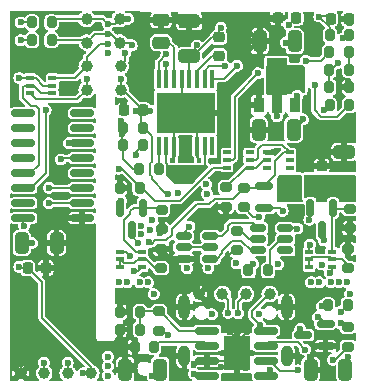
<source format=gbr>
%TF.GenerationSoftware,KiCad,Pcbnew,7.0.5*%
%TF.CreationDate,2023-07-30T18:51:37+03:00*%
%TF.ProjectId,models-heart,6d6f6465-6c73-42d6-9865-6172742e6b69,rev?*%
%TF.SameCoordinates,Original*%
%TF.FileFunction,Copper,L1,Top*%
%TF.FilePolarity,Positive*%
%FSLAX46Y46*%
G04 Gerber Fmt 4.6, Leading zero omitted, Abs format (unit mm)*
G04 Created by KiCad (PCBNEW 7.0.5) date 2023-07-30 18:51:37*
%MOMM*%
%LPD*%
G01*
G04 APERTURE LIST*
G04 Aperture macros list*
%AMRoundRect*
0 Rectangle with rounded corners*
0 $1 Rounding radius*
0 $2 $3 $4 $5 $6 $7 $8 $9 X,Y pos of 4 corners*
0 Add a 4 corners polygon primitive as box body*
4,1,4,$2,$3,$4,$5,$6,$7,$8,$9,$2,$3,0*
0 Add four circle primitives for the rounded corners*
1,1,$1+$1,$2,$3*
1,1,$1+$1,$4,$5*
1,1,$1+$1,$6,$7*
1,1,$1+$1,$8,$9*
0 Add four rect primitives between the rounded corners*
20,1,$1+$1,$2,$3,$4,$5,0*
20,1,$1+$1,$4,$5,$6,$7,0*
20,1,$1+$1,$6,$7,$8,$9,0*
20,1,$1+$1,$8,$9,$2,$3,0*%
%AMFreePoly0*
4,1,9,3.862500,-0.866500,0.737500,-0.866500,0.737500,-0.450000,-0.737500,-0.450000,-0.737500,0.450000,0.737500,0.450000,0.737500,0.866500,3.862500,0.866500,3.862500,-0.866500,3.862500,-0.866500,$1*%
G04 Aperture macros list end*
%TA.AperFunction,SMDPad,CuDef*%
%ADD10C,1.000000*%
%TD*%
%TA.AperFunction,SMDPad,CuDef*%
%ADD11R,0.650000X0.400000*%
%TD*%
%TA.AperFunction,SMDPad,CuDef*%
%ADD12RoundRect,0.200000X0.275000X-0.200000X0.275000X0.200000X-0.275000X0.200000X-0.275000X-0.200000X0*%
%TD*%
%TA.AperFunction,SMDPad,CuDef*%
%ADD13RoundRect,0.250000X0.650000X-0.325000X0.650000X0.325000X-0.650000X0.325000X-0.650000X-0.325000X0*%
%TD*%
%TA.AperFunction,SMDPad,CuDef*%
%ADD14RoundRect,0.200000X-0.275000X0.200000X-0.275000X-0.200000X0.275000X-0.200000X0.275000X0.200000X0*%
%TD*%
%TA.AperFunction,SMDPad,CuDef*%
%ADD15RoundRect,0.225000X-0.225000X-0.250000X0.225000X-0.250000X0.225000X0.250000X-0.225000X0.250000X0*%
%TD*%
%TA.AperFunction,SMDPad,CuDef*%
%ADD16RoundRect,0.150000X-0.587500X-0.150000X0.587500X-0.150000X0.587500X0.150000X-0.587500X0.150000X0*%
%TD*%
%TA.AperFunction,SMDPad,CuDef*%
%ADD17RoundRect,0.200000X-0.200000X-0.275000X0.200000X-0.275000X0.200000X0.275000X-0.200000X0.275000X0*%
%TD*%
%TA.AperFunction,SMDPad,CuDef*%
%ADD18RoundRect,0.225000X-0.250000X0.225000X-0.250000X-0.225000X0.250000X-0.225000X0.250000X0.225000X0*%
%TD*%
%TA.AperFunction,SMDPad,CuDef*%
%ADD19RoundRect,0.200000X0.200000X0.275000X-0.200000X0.275000X-0.200000X-0.275000X0.200000X-0.275000X0*%
%TD*%
%TA.AperFunction,SMDPad,CuDef*%
%ADD20RoundRect,0.100000X0.100000X-0.687500X0.100000X0.687500X-0.100000X0.687500X-0.100000X-0.687500X0*%
%TD*%
%TA.AperFunction,ComponentPad*%
%ADD21C,0.500000*%
%TD*%
%TA.AperFunction,SMDPad,CuDef*%
%ADD22R,5.000000X3.400000*%
%TD*%
%TA.AperFunction,SMDPad,CuDef*%
%ADD23RoundRect,0.150000X-0.512500X-0.150000X0.512500X-0.150000X0.512500X0.150000X-0.512500X0.150000X0*%
%TD*%
%TA.AperFunction,SMDPad,CuDef*%
%ADD24RoundRect,0.250000X0.325000X0.650000X-0.325000X0.650000X-0.325000X-0.650000X0.325000X-0.650000X0*%
%TD*%
%TA.AperFunction,SMDPad,CuDef*%
%ADD25RoundRect,0.250000X0.475000X-0.250000X0.475000X0.250000X-0.475000X0.250000X-0.475000X-0.250000X0*%
%TD*%
%TA.AperFunction,SMDPad,CuDef*%
%ADD26R,0.900000X1.300000*%
%TD*%
%TA.AperFunction,SMDPad,CuDef*%
%ADD27FreePoly0,90.000000*%
%TD*%
%TA.AperFunction,SMDPad,CuDef*%
%ADD28RoundRect,0.250000X-0.325000X-0.650000X0.325000X-0.650000X0.325000X0.650000X-0.325000X0.650000X0*%
%TD*%
%TA.AperFunction,SMDPad,CuDef*%
%ADD29RoundRect,0.150000X0.587500X0.150000X-0.587500X0.150000X-0.587500X-0.150000X0.587500X-0.150000X0*%
%TD*%
%TA.AperFunction,SMDPad,CuDef*%
%ADD30RoundRect,0.150000X-0.825000X-0.150000X0.825000X-0.150000X0.825000X0.150000X-0.825000X0.150000X0*%
%TD*%
%TA.AperFunction,SMDPad,CuDef*%
%ADD31R,2.290000X3.000000*%
%TD*%
%TA.AperFunction,SMDPad,CuDef*%
%ADD32RoundRect,0.150000X-0.150000X0.587500X-0.150000X-0.587500X0.150000X-0.587500X0.150000X0.587500X0*%
%TD*%
%TA.AperFunction,SMDPad,CuDef*%
%ADD33RoundRect,0.150000X0.825000X0.150000X-0.825000X0.150000X-0.825000X-0.150000X0.825000X-0.150000X0*%
%TD*%
%TA.AperFunction,SMDPad,CuDef*%
%ADD34RoundRect,0.225000X0.250000X-0.225000X0.250000X0.225000X-0.250000X0.225000X-0.250000X-0.225000X0*%
%TD*%
%TA.AperFunction,SMDPad,CuDef*%
%ADD35RoundRect,0.225000X0.225000X0.250000X-0.225000X0.250000X-0.225000X-0.250000X0.225000X-0.250000X0*%
%TD*%
%TA.AperFunction,ComponentPad*%
%ADD36O,1.000000X1.800000*%
%TD*%
%TA.AperFunction,ComponentPad*%
%ADD37O,1.000000X2.100000*%
%TD*%
%TA.AperFunction,ViaPad*%
%ADD38C,0.600000*%
%TD*%
%TA.AperFunction,Conductor*%
%ADD39C,0.200000*%
%TD*%
G04 APERTURE END LIST*
D10*
%TO.P,TP36,1,1*%
%TO.N,ESP GPIO 0*%
X70800000Y-34000000D03*
%TD*%
%TO.P,TP30,1,1*%
%TO.N,ESP RxD*%
X67900000Y-30000000D03*
%TD*%
D11*
%TO.P,D3,1,A*%
%TO.N,unconnected-(D3A-A-Pad1)*%
X79800000Y-39300000D03*
%TO.P,D3,2,A*%
%TO.N,+PWR SENSE*%
X79800000Y-39950000D03*
%TO.P,D3,3,A*%
%TO.N,+PWR HOLD*%
X79800000Y-40600000D03*
%TO.P,D3,4,K*%
%TO.N,Net-(D3C-K)*%
X81700000Y-40600000D03*
%TO.P,D3,5,K*%
%TO.N,BTN+*%
X81700000Y-39950000D03*
%TO.P,D3,6,K*%
%TO.N,unconnected-(D3A-K-Pad6)*%
X81700000Y-39300000D03*
%TD*%
D10*
%TO.P,TP41,1,1*%
%TO.N,/USB D+*%
X81400000Y-51300000D03*
%TD*%
D12*
%TO.P,R4,1*%
%TO.N,+5V*%
X74000000Y-54400000D03*
%TO.P,R4,2*%
%TO.N,Net-(U1-TEMP)*%
X74000000Y-52750000D03*
%TD*%
D13*
%TO.P,C13,1*%
%TO.N,+PWR*%
X76600000Y-31150000D03*
%TO.P,C13,2*%
%TO.N,GND*%
X76600000Y-28200000D03*
%TD*%
D12*
%TO.P,R13,1*%
%TO.N,Net-(Q7A-B1)*%
X90000000Y-49112500D03*
%TO.P,R13,2*%
%TO.N,GND*%
X90000000Y-47462500D03*
%TD*%
D14*
%TO.P,R12,1*%
%TO.N,Net-(Q5-G)*%
X74300000Y-44150000D03*
%TO.P,R12,2*%
%TO.N,GND*%
X74300000Y-45800000D03*
%TD*%
D15*
%TO.P,C3,1*%
%TO.N,+5V*%
X62900000Y-49080000D03*
%TO.P,C3,2*%
%TO.N,GND*%
X64450000Y-49080000D03*
%TD*%
D16*
%TO.P,Q8,1,G*%
%TO.N,BTN+*%
X82925000Y-42150000D03*
%TO.P,Q8,2,S*%
%TO.N,+PWR (5V0 {slash} 3V3)*%
X82925000Y-44050000D03*
%TO.P,Q8,3,D*%
%TO.N,+PWR*%
X84800000Y-43100000D03*
%TD*%
D13*
%TO.P,C10,1*%
%TO.N,+3V3*%
X89700000Y-42212500D03*
%TO.P,C10,2*%
%TO.N,GND*%
X89700000Y-39262500D03*
%TD*%
D17*
%TO.P,R3,1*%
%TO.N,BAT +*%
X81600000Y-49300000D03*
%TO.P,R3,2*%
%TO.N,Net-(U2-VCC)*%
X83250000Y-49300000D03*
%TD*%
D10*
%TO.P,TP34,1,1*%
%TO.N,ESP RST*%
X70800000Y-32000000D03*
%TD*%
D18*
%TO.P,C12,1*%
%TO.N,+PWR*%
X79100000Y-29562500D03*
%TO.P,C12,2*%
%TO.N,Net-(U6-VCP)*%
X79100000Y-31112500D03*
%TD*%
D10*
%TO.P,TP37,1,1*%
%TO.N,ESP GPIO 0*%
X67900000Y-34000000D03*
%TD*%
D19*
%TO.P,R20,1*%
%TO.N,A1*%
X90100000Y-32300000D03*
%TO.P,R20,2*%
%TO.N,ESP ADC*%
X88450000Y-32300000D03*
%TD*%
D17*
%TO.P,R15,1*%
%TO.N,+3V3*%
X71000000Y-37200000D03*
%TO.P,R15,2*%
%TO.N,ESP GPIO 0*%
X72650000Y-37200000D03*
%TD*%
D20*
%TO.P,U6,1,nSLEEP*%
%TO.N,Net-(U6-nSLEEP)*%
X74000000Y-38800000D03*
%TO.P,U6,2,AOUT1*%
%TO.N,MOT A*%
X74650000Y-38800000D03*
%TO.P,U6,3,AISEN*%
%TO.N,GND*%
X75300000Y-38800000D03*
%TO.P,U6,4,AOUT2*%
%TO.N,MOT B*%
X75950000Y-38800000D03*
%TO.P,U6,5,BOUT2*%
X76600000Y-38800000D03*
%TO.P,U6,6,BISEN*%
%TO.N,GND*%
X77250000Y-38800000D03*
%TO.P,U6,7,BOUT1*%
%TO.N,MOT A*%
X77900000Y-38800000D03*
%TO.P,U6,8,nFAULT*%
%TO.N,unconnected-(U6-nFAULT-Pad8)*%
X78550000Y-38800000D03*
%TO.P,U6,9,BIN1*%
%TO.N,MOTOR_A*%
X78550000Y-33075000D03*
%TO.P,U6,10,BIN2*%
%TO.N,MOTOR_B*%
X77900000Y-33075000D03*
%TO.P,U6,11,VCP*%
%TO.N,Net-(U6-VCP)*%
X77250000Y-33075000D03*
%TO.P,U6,12,VM*%
%TO.N,+PWR*%
X76600000Y-33075000D03*
%TO.P,U6,13,GND*%
%TO.N,GND*%
X75950000Y-33075000D03*
%TO.P,U6,14,VINT*%
%TO.N,Net-(U6-VINT)*%
X75300000Y-33075000D03*
%TO.P,U6,15,AIN2*%
%TO.N,MOTOR_B*%
X74650000Y-33075000D03*
%TO.P,U6,16,AIN1*%
%TO.N,MOTOR_A*%
X74000000Y-33075000D03*
D21*
%TO.P,U6,17,GND(PPAD)*%
%TO.N,GND*%
X74775000Y-36687500D03*
X76275000Y-36687500D03*
X77775000Y-36687500D03*
D22*
X76275000Y-35937500D03*
D21*
X74775000Y-35187500D03*
X76275000Y-35187500D03*
X77775000Y-35187500D03*
%TD*%
D23*
%TO.P,Q2,1,S*%
%TO.N,BAT -*%
X76100000Y-46400000D03*
%TO.P,Q2,2,D*%
%TO.N,Net-(Q2A-D)*%
X76100000Y-47350000D03*
%TO.P,Q2,3,S*%
%TO.N,GND*%
X76100000Y-48300000D03*
%TO.P,Q2,4,G*%
%TO.N,Net-(Q2B-G)*%
X78375000Y-48300000D03*
%TO.P,Q2,5,D*%
%TO.N,Net-(Q2A-D)*%
X78375000Y-47350000D03*
%TO.P,Q2,6,G*%
%TO.N,Net-(Q2A-G)*%
X78375000Y-46400000D03*
%TD*%
D19*
%TO.P,R5,1*%
%TO.N,ESP RxD*%
X64925000Y-29800000D03*
%TO.P,R5,2*%
%TO.N,Net-(U3-TXD)*%
X63275000Y-29800000D03*
%TD*%
D24*
%TO.P,C6,1*%
%TO.N,+3V3*%
X85512500Y-29900000D03*
%TO.P,C6,2*%
%TO.N,GND*%
X82562500Y-29900000D03*
%TD*%
D17*
%TO.P,R2,1*%
%TO.N,+5V*%
X88350000Y-52250000D03*
%TO.P,R2,2*%
%TO.N,Net-(D2-A)*%
X90000000Y-52250000D03*
%TD*%
D19*
%TO.P,R6,1*%
%TO.N,ESP TxD*%
X64925000Y-28300000D03*
%TO.P,R6,2*%
%TO.N,Net-(U3-RXD)*%
X63275000Y-28300000D03*
%TD*%
D25*
%TO.P,C14,1*%
%TO.N,Net-(U6-VINT)*%
X74200000Y-30000000D03*
%TO.P,C14,2*%
%TO.N,GND*%
X74200000Y-28100000D03*
%TD*%
D11*
%TO.P,Q3,1,E1*%
%TO.N,DTR*%
X65000000Y-34300000D03*
%TO.P,Q3,2,B1*%
%TO.N,RTS*%
X65000000Y-33650000D03*
%TO.P,Q3,3,C2*%
%TO.N,ESP RST*%
X65000000Y-33000000D03*
%TO.P,Q3,4,E2*%
%TO.N,RTS*%
X63100000Y-33000000D03*
%TO.P,Q3,5,B2*%
%TO.N,DTR*%
X63100000Y-33650000D03*
%TO.P,Q3,6,C1*%
%TO.N,ESP GPIO 0*%
X63100000Y-34300000D03*
%TD*%
D26*
%TO.P,U4,1,GND*%
%TO.N,GND*%
X82500000Y-35300000D03*
D27*
%TO.P,U4,2,VO*%
%TO.N,+3V3*%
X84000000Y-35212500D03*
D26*
%TO.P,U4,3,VI*%
%TO.N,+PWR*%
X85500000Y-35300000D03*
%TD*%
D17*
%TO.P,R22,1*%
%TO.N,+3V3*%
X72350000Y-40700000D03*
%TO.P,R22,2*%
%TO.N,Net-(U6-nSLEEP)*%
X74000000Y-40700000D03*
%TD*%
D19*
%TO.P,R24,1*%
%TO.N,+PWR HOLD*%
X72375000Y-42300000D03*
%TO.P,R24,2*%
%TO.N,GND*%
X70725000Y-42300000D03*
%TD*%
D24*
%TO.P,C5,1*%
%TO.N,+PWR*%
X85412500Y-37400000D03*
%TO.P,C5,2*%
%TO.N,GND*%
X82462500Y-37400000D03*
%TD*%
D14*
%TO.P,R1,1*%
%TO.N,+5V*%
X90000000Y-54100000D03*
%TO.P,R1,2*%
%TO.N,Net-(D1-A)*%
X90000000Y-55750000D03*
%TD*%
D28*
%TO.P,C4,1*%
%TO.N,+5V*%
X62400000Y-46980000D03*
%TO.P,C4,2*%
%TO.N,GND*%
X65350000Y-46980000D03*
%TD*%
D10*
%TO.P,TP42,1,1*%
%TO.N,GND*%
X77400000Y-51300000D03*
%TD*%
D23*
%TO.P,U2,1,OD*%
%TO.N,Net-(Q2A-G)*%
X82425000Y-45700000D03*
%TO.P,U2,2,CS*%
%TO.N,Net-(U2-CS)*%
X82425000Y-46650000D03*
%TO.P,U2,3,OC*%
%TO.N,Net-(Q2B-G)*%
X82425000Y-47600000D03*
%TO.P,U2,4,TD*%
%TO.N,unconnected-(U2-TD-Pad4)*%
X84700000Y-47600000D03*
%TO.P,U2,5,VCC*%
%TO.N,Net-(U2-VCC)*%
X84700000Y-46650000D03*
%TO.P,U2,6,GND*%
%TO.N,BAT -*%
X84700000Y-45700000D03*
%TD*%
D17*
%TO.P,R18,1*%
%TO.N,+3V3*%
X88462500Y-35300000D03*
%TO.P,R18,2*%
%TO.N,Net-(U5-EN)*%
X90112500Y-35300000D03*
%TD*%
D10*
%TO.P,TP31,1,1*%
%TO.N,ESP TxD*%
X70700000Y-28000000D03*
%TD*%
%TO.P,TP32,1,1*%
%TO.N,ESP RxD*%
X70700000Y-30000000D03*
%TD*%
%TO.P,TP35,1,1*%
%TO.N,ESP RST*%
X67900000Y-32000000D03*
%TD*%
D12*
%TO.P,R11,1*%
%TO.N,Net-(Q6A-B1)*%
X74200000Y-49112500D03*
%TO.P,R11,2*%
%TO.N,GND*%
X74200000Y-47462500D03*
%TD*%
D19*
%TO.P,R17,1*%
%TO.N,+3V3*%
X90137500Y-29400000D03*
%TO.P,R17,2*%
%TO.N,ESP RST*%
X88487500Y-29400000D03*
%TD*%
D11*
%TO.P,Q6,1,E1*%
%TO.N,+5V0 USB*%
X72600000Y-49000000D03*
%TO.P,Q6,2,B1*%
%TO.N,Net-(Q6A-B1)*%
X72600000Y-48350000D03*
%TO.P,Q6,3,C2*%
%TO.N,Net-(Q5-G)*%
X72600000Y-47700000D03*
%TO.P,Q6,4,E2*%
%TO.N,+PWR (5V0 {slash} 3V3)*%
X70700000Y-47700000D03*
%TO.P,Q6,5,B2*%
%TO.N,Net-(Q6A-B1)*%
X70700000Y-48350000D03*
%TO.P,Q6,6,C1*%
X70700000Y-49000000D03*
%TD*%
%TO.P,Q9,1,E1*%
%TO.N,GND*%
X83200000Y-39300000D03*
%TO.P,Q9,2,B1*%
%TO.N,Net-(D3C-K)*%
X83200000Y-39950000D03*
%TO.P,Q9,3,C2*%
%TO.N,unconnected-(Q9B-C2-Pad3)*%
X83200000Y-40600000D03*
%TO.P,Q9,4,E2*%
%TO.N,unconnected-(Q9B-E2-Pad4)*%
X85100000Y-40600000D03*
%TO.P,Q9,5,B2*%
%TO.N,unconnected-(Q9B-B2-Pad5)*%
X85100000Y-39950000D03*
%TO.P,Q9,6,C1*%
%TO.N,BTN+*%
X85100000Y-39300000D03*
%TD*%
D14*
%TO.P,R10,1*%
%TO.N,Net-(U2-CS)*%
X80600000Y-45950000D03*
%TO.P,R10,2*%
%TO.N,GND*%
X80600000Y-47600000D03*
%TD*%
D24*
%TO.P,C1,1*%
%TO.N,+5V*%
X74112500Y-57700000D03*
%TO.P,C1,2*%
%TO.N,GND*%
X71162500Y-57700000D03*
%TD*%
D29*
%TO.P,Q1,1,G*%
%TO.N,GND*%
X88125000Y-55700000D03*
%TO.P,Q1,2,S*%
%TO.N,+5V*%
X88125000Y-53800000D03*
%TO.P,Q1,3,D*%
%TO.N,+5V0 USB*%
X86250000Y-54750000D03*
%TD*%
D11*
%TO.P,Q7,1,E1*%
%TO.N,BAT +*%
X88645000Y-49000000D03*
%TO.P,Q7,2,B1*%
%TO.N,Net-(Q7A-B1)*%
X88645000Y-48350000D03*
%TO.P,Q7,3,C2*%
%TO.N,Net-(Q4-G)*%
X88645000Y-47700000D03*
%TO.P,Q7,4,E2*%
%TO.N,+PWR (5V0 {slash} 3V3)*%
X86745000Y-47700000D03*
%TO.P,Q7,5,B2*%
%TO.N,Net-(Q7A-B1)*%
X86745000Y-48350000D03*
%TO.P,Q7,6,C1*%
X86745000Y-49000000D03*
%TD*%
D10*
%TO.P,TP33,1,1*%
%TO.N,ESP TxD*%
X67900000Y-28000000D03*
%TD*%
D12*
%TO.P,R23,1*%
%TO.N,+PWR (5V0 {slash} 3V3)*%
X81200000Y-43937500D03*
%TO.P,R23,2*%
%TO.N,BTN+*%
X81200000Y-42287500D03*
%TD*%
D10*
%TO.P,TP38,1,1*%
%TO.N,/USB D-*%
X64300000Y-58000000D03*
%TD*%
%TO.P,TP40,1,1*%
%TO.N,/USB D+*%
X66300000Y-58000000D03*
%TD*%
D14*
%TO.P,R25,1*%
%TO.N,Net-(D3C-K)*%
X79700000Y-42262500D03*
%TO.P,R25,2*%
%TO.N,GND*%
X79700000Y-43912500D03*
%TD*%
D10*
%TO.P,TP28,1,1*%
%TO.N,+5V*%
X83400000Y-51300000D03*
%TD*%
D19*
%TO.P,R8,1*%
%TO.N,Net-(U1-PROG)*%
X73612500Y-55800000D03*
%TO.P,R8,2*%
%TO.N,GND*%
X71962500Y-55800000D03*
%TD*%
D17*
%TO.P,R21,1*%
%TO.N,ESP ADC*%
X88450000Y-33800000D03*
%TO.P,R21,2*%
%TO.N,GND*%
X90100000Y-33800000D03*
%TD*%
D10*
%TO.P,TP39,1,1*%
%TO.N,/USB D-*%
X79400000Y-51300000D03*
%TD*%
%TO.P,TP29,1,1*%
%TO.N,+5V*%
X68300000Y-58000000D03*
%TD*%
D28*
%TO.P,C2,1*%
%TO.N,GND*%
X86862500Y-57700000D03*
%TO.P,C2,2*%
%TO.N,BAT +*%
X89812500Y-57700000D03*
%TD*%
D14*
%TO.P,R14,1*%
%TO.N,Net-(Q4-G)*%
X90200000Y-44087500D03*
%TO.P,R14,2*%
%TO.N,GND*%
X90200000Y-45737500D03*
%TD*%
D30*
%TO.P,U1,1,TEMP*%
%TO.N,Net-(U1-TEMP)*%
X78125000Y-54395000D03*
%TO.P,U1,2,PROG*%
%TO.N,Net-(U1-PROG)*%
X78125000Y-55665000D03*
%TO.P,U1,3,GND*%
%TO.N,GND*%
X78125000Y-56935000D03*
%TO.P,U1,4,VCC*%
%TO.N,+5V*%
X78125000Y-58205000D03*
%TO.P,U1,5,BAT*%
%TO.N,BAT +*%
X83075000Y-58205000D03*
%TO.P,U1,6,~{STDBY}*%
%TO.N,Net-(D1-K)*%
X83075000Y-56935000D03*
%TO.P,U1,7,~{CHRG}*%
%TO.N,Net-(D2-K)*%
X83075000Y-55665000D03*
%TO.P,U1,8,CE*%
%TO.N,+5V*%
X83075000Y-54395000D03*
D31*
%TO.P,U1,9,PP*%
%TO.N,GND*%
X80600000Y-56300000D03*
%TD*%
D32*
%TO.P,Q4,1,G*%
%TO.N,Net-(Q4-G)*%
X88750000Y-44000000D03*
%TO.P,Q4,2,S*%
%TO.N,+PWR (5V0 {slash} 3V3)*%
X86850000Y-44000000D03*
%TO.P,Q4,3,D*%
%TO.N,BAT +*%
X87800000Y-45875000D03*
%TD*%
D33*
%TO.P,U3,1,GND*%
%TO.N,GND*%
X67500000Y-44870000D03*
%TO.P,U3,2,TXD*%
%TO.N,Net-(U3-TXD)*%
X67500000Y-43600000D03*
%TO.P,U3,3,RXD*%
%TO.N,Net-(U3-RXD)*%
X67500000Y-42330000D03*
%TO.P,U3,4,V3*%
%TO.N,unconnected-(U3-V3-Pad4)*%
X67500000Y-41060000D03*
%TO.P,U3,5,UD+*%
%TO.N,/USB D+*%
X67500000Y-39790000D03*
%TO.P,U3,6,UD-*%
%TO.N,/USB D-*%
X67500000Y-38520000D03*
%TO.P,U3,7,NC*%
%TO.N,unconnected-(U3-NC-Pad7)*%
X67500000Y-37250000D03*
%TO.P,U3,8,NC*%
%TO.N,unconnected-(U3-NC-Pad8)*%
X67500000Y-35980000D03*
%TO.P,U3,9,~{CTS}*%
%TO.N,unconnected-(U3-~{CTS}-Pad9)*%
X62550000Y-35980000D03*
%TO.P,U3,10,~{DSR}*%
%TO.N,unconnected-(U3-~{DSR}-Pad10)*%
X62550000Y-37250000D03*
%TO.P,U3,11,~{RI}*%
%TO.N,unconnected-(U3-~{RI}-Pad11)*%
X62550000Y-38520000D03*
%TO.P,U3,12,~{DCD}*%
%TO.N,unconnected-(U3-~{DCD}-Pad12)*%
X62550000Y-39790000D03*
%TO.P,U3,13,~{DTR}*%
%TO.N,DTR*%
X62550000Y-41060000D03*
%TO.P,U3,14,~{RTS}*%
%TO.N,RTS*%
X62550000Y-42330000D03*
%TO.P,U3,15,R232*%
%TO.N,unconnected-(U3-R232-Pad15)*%
X62550000Y-43600000D03*
%TO.P,U3,16,VCC*%
%TO.N,+5V*%
X62550000Y-44870000D03*
%TD*%
D19*
%TO.P,R7,1*%
%TO.N,Net-(U1-TEMP)*%
X72400000Y-52800000D03*
%TO.P,R7,2*%
%TO.N,GND*%
X70750000Y-52800000D03*
%TD*%
D34*
%TO.P,C11,1*%
%TO.N,+3V3*%
X87800000Y-42012500D03*
%TO.P,C11,2*%
%TO.N,GND*%
X87800000Y-40462500D03*
%TD*%
D15*
%TO.P,C9,1*%
%TO.N,ESP RST*%
X88550000Y-28000000D03*
%TO.P,C9,2*%
%TO.N,GND*%
X90100000Y-28000000D03*
%TD*%
D32*
%TO.P,Q5,1,G*%
%TO.N,Net-(Q5-G)*%
X72650000Y-44000000D03*
%TO.P,Q5,2,S*%
%TO.N,+PWR (5V0 {slash} 3V3)*%
X70750000Y-44000000D03*
%TO.P,Q5,3,D*%
%TO.N,+5V0 USB*%
X71700000Y-45875000D03*
%TD*%
D19*
%TO.P,R9,1*%
%TO.N,Net-(U1-TEMP)*%
X72400000Y-54300000D03*
%TO.P,R9,2*%
%TO.N,GND*%
X70750000Y-54300000D03*
%TD*%
D17*
%TO.P,R16,1*%
%TO.N,+PWR*%
X88450000Y-30800000D03*
%TO.P,R16,2*%
%TO.N,A1*%
X90100000Y-30800000D03*
%TD*%
D35*
%TO.P,C7,1*%
%TO.N,+3V3*%
X85612500Y-27900000D03*
%TO.P,C7,2*%
%TO.N,GND*%
X84062500Y-27900000D03*
%TD*%
D10*
%TO.P,TP43,1,1*%
%TO.N,GND*%
X62300000Y-58000000D03*
%TD*%
D35*
%TO.P,C8,1*%
%TO.N,ESP GPIO 0*%
X72650000Y-35690000D03*
%TO.P,C8,2*%
%TO.N,GND*%
X71100000Y-35690000D03*
%TD*%
D17*
%TO.P,R19,1*%
%TO.N,+3V3*%
X71000000Y-38700000D03*
%TO.P,R19,2*%
%TO.N,HEAD_LIGHT_PIN*%
X72650000Y-38700000D03*
%TD*%
D36*
%TO.P,P1,S1,SHIELD*%
%TO.N,GND*%
X84820000Y-56575000D03*
D37*
X84820000Y-52395000D03*
D36*
X76180000Y-56575000D03*
D37*
X76180000Y-52395000D03*
%TD*%
D38*
%TO.N,+5V*%
X62600000Y-45500000D03*
X73469286Y-58200964D03*
X89399500Y-53788443D03*
X87804424Y-52331637D03*
X74750000Y-54775500D03*
X67600000Y-58000000D03*
X77000000Y-58049503D03*
X62200000Y-49000000D03*
X63280000Y-46980000D03*
X87500000Y-53250000D03*
X82581739Y-53929561D03*
X69701792Y-58200470D03*
%TO.N,GND*%
X75500000Y-48750000D03*
X86843484Y-56665226D03*
X74049503Y-50300000D03*
X67500000Y-29000000D03*
X80000000Y-49500000D03*
X74250000Y-51750000D03*
X79200000Y-45600000D03*
X62000000Y-54500000D03*
X81500000Y-37500000D03*
X71935108Y-57352888D03*
X75449503Y-50300000D03*
X84000000Y-50300000D03*
X66000000Y-29000000D03*
X66000000Y-34000000D03*
X62000000Y-56000000D03*
X62000000Y-31000000D03*
X62300000Y-57200000D03*
X67500000Y-55000000D03*
X83750000Y-39250000D03*
X83589859Y-46104315D03*
X66300000Y-47000000D03*
X71450000Y-52550000D03*
X76000000Y-28500000D03*
X90000000Y-47000000D03*
X66500000Y-51000000D03*
X81750000Y-35250000D03*
X80400000Y-50300000D03*
X75000000Y-48250000D03*
X78300000Y-50300000D03*
X80000000Y-54500000D03*
X69700000Y-55800000D03*
X76100000Y-50300000D03*
X87750000Y-39700498D03*
X74100500Y-46163000D03*
X81800000Y-50300000D03*
X85400000Y-50300000D03*
X63000000Y-50500000D03*
X90200000Y-28325500D03*
X63500000Y-55000000D03*
X70700000Y-41500000D03*
X66000000Y-53500000D03*
X74500000Y-48000000D03*
X67000000Y-49000000D03*
X82500000Y-50300000D03*
X81400000Y-57570550D03*
X66000000Y-30500000D03*
X77704973Y-45619892D03*
X81750000Y-30500000D03*
X77250000Y-50750000D03*
X63000000Y-32000000D03*
X79262767Y-57485765D03*
X76800000Y-50300000D03*
X78300000Y-45500000D03*
X78499502Y-44974689D03*
X71000000Y-35000000D03*
X65000000Y-52500000D03*
X77000000Y-57250000D03*
X84700000Y-50300000D03*
X81100000Y-50300000D03*
X75187000Y-58000000D03*
X71250000Y-53750000D03*
X81750000Y-29250000D03*
X79700000Y-50300000D03*
X77650694Y-50289261D03*
X89400000Y-45500000D03*
X80750000Y-54500000D03*
X75750000Y-27799500D03*
X71500000Y-54955498D03*
X78500498Y-44300000D03*
X65500000Y-50000000D03*
X83200000Y-50300000D03*
X74750000Y-50300000D03*
X62000000Y-51000000D03*
X63500000Y-52000000D03*
X81500000Y-54500000D03*
X65400000Y-49000000D03*
X79000000Y-50300000D03*
X71629663Y-43427665D03*
X62000000Y-53000000D03*
X72141151Y-56739279D03*
X86100497Y-50300000D03*
X69700000Y-27600497D03*
X63500000Y-53500000D03*
X89411956Y-37695645D03*
X87250000Y-55750000D03*
X83500000Y-28000000D03*
X90000000Y-33274500D03*
X67500000Y-45500000D03*
%TO.N,BAT +*%
X89949503Y-50300000D03*
X88500000Y-49500000D03*
X81998159Y-48749501D03*
X88600000Y-50300000D03*
X89250000Y-50300000D03*
X83400000Y-57734500D03*
X90000000Y-56649500D03*
X88000000Y-46750000D03*
X90200000Y-51275500D03*
%TO.N,+PWR (5V0 {slash} 3V3)*%
X82499502Y-44750000D03*
X86750000Y-45000000D03*
X84499502Y-44250000D03*
X70799209Y-43410296D03*
X71551089Y-48051089D03*
X86812476Y-47117762D03*
%TO.N,+3V3*%
X88500000Y-41750000D03*
X85800000Y-33500000D03*
X85250000Y-32500000D03*
X84750000Y-30000000D03*
X89471147Y-41684587D03*
X85800000Y-32800000D03*
X85000000Y-28500000D03*
X88000000Y-35699502D03*
X84000000Y-36250000D03*
X70862500Y-37763000D03*
X70794369Y-36660000D03*
X86750000Y-42000000D03*
X89573384Y-29646767D03*
%TO.N,ESP GPIO 0*%
X69700000Y-30900000D03*
X76400000Y-49100000D03*
X72049500Y-35800000D03*
X73275498Y-35800000D03*
X74793496Y-42792996D03*
X67900000Y-33100000D03*
X70800000Y-33100000D03*
%TO.N,ESP RST*%
X69676089Y-30100000D03*
X71150498Y-30900000D03*
X87600000Y-27800000D03*
%TO.N,Net-(D1-K)*%
X85788000Y-57750500D03*
%TO.N,Net-(D1-A)*%
X88761111Y-56865312D03*
%TO.N,Net-(D2-K)*%
X86400000Y-56000000D03*
%TO.N,Net-(D2-A)*%
X89392451Y-52784903D03*
%TO.N,+5V0 USB*%
X72400000Y-50300000D03*
X78500000Y-53000000D03*
X73592655Y-51294915D03*
X72250500Y-47000498D03*
X82500000Y-53000000D03*
X73100000Y-50300000D03*
X71900000Y-49350000D03*
X86000000Y-54250000D03*
%TO.N,/USB D+*%
X69687531Y-57401095D03*
X66300000Y-57100000D03*
X65700000Y-39900000D03*
X80719811Y-52916898D03*
%TO.N,/USB D-*%
X64300000Y-57100000D03*
X69704112Y-56601765D03*
X79900000Y-52894502D03*
X66400000Y-38520000D03*
%TO.N,RTS*%
X64424500Y-35718500D03*
X62200000Y-33000000D03*
%TO.N,ESP RxD*%
X69692168Y-29283730D03*
X71712041Y-30240566D03*
%TO.N,Net-(U3-TXD)*%
X62300000Y-29800000D03*
X64700000Y-43600000D03*
%TO.N,ESP TxD*%
X69700000Y-28400000D03*
X71400000Y-28000000D03*
%TO.N,Net-(U3-RXD)*%
X64700500Y-42300000D03*
X62300000Y-28300000D03*
%TO.N,Net-(U5-EN)*%
X87200000Y-33600000D03*
%TO.N,HEAD_LIGHT_PIN*%
X78200000Y-49099500D03*
X72100000Y-39500000D03*
X75615158Y-42715159D03*
%TO.N,ESP ADC*%
X89200000Y-31700000D03*
%TO.N,BAT -*%
X87800000Y-48800000D03*
X85750000Y-45750000D03*
X86900000Y-50300000D03*
X76606277Y-45581312D03*
X87600000Y-50300000D03*
%TO.N,MOTOR_A*%
X80625000Y-31975000D03*
X74649502Y-30999500D03*
%TO.N,MOTOR_B*%
X79605790Y-32015344D03*
X74649655Y-31847169D03*
%TO.N,RIGHT_TURN_LIGHT_PIN*%
X78038847Y-41987821D03*
X80584465Y-48704902D03*
%TO.N,LEFT_TURN_LIGHT_PIN*%
X78069178Y-42805312D03*
X84129151Y-48759463D03*
%TO.N,MOT A*%
X75900000Y-41000000D03*
X76700000Y-41000000D03*
X76400000Y-41600000D03*
X73437598Y-45035763D03*
X73225983Y-45833807D03*
%TO.N,MOT B*%
X72499500Y-45500000D03*
X76300000Y-39100000D03*
X76300000Y-38500000D03*
X76084659Y-39625500D03*
X72499500Y-46186050D03*
%TO.N,+PWR*%
X86200000Y-36500000D03*
X85200000Y-41500000D03*
X85750000Y-34500000D03*
X85200000Y-42100000D03*
X79250000Y-28750000D03*
X86470750Y-31525071D03*
X84574346Y-41787173D03*
X84750000Y-42500000D03*
X85800000Y-41800000D03*
X77250000Y-30250000D03*
%TO.N,+PWR SENSE*%
X82400000Y-32600000D03*
%TO.N,+PWR HOLD*%
X70600000Y-40700000D03*
%TO.N,BTN+*%
X70650000Y-50300000D03*
X71350000Y-50300000D03*
X73200000Y-46900000D03*
%TD*%
D39*
%TO.N,+PWR (5V0 {slash} 3V3)*%
X71551089Y-48051089D02*
X71200000Y-47700000D01*
X71200000Y-47700000D02*
X70700000Y-47700000D01*
%TO.N,Net-(Q6A-B1)*%
X72500000Y-48450000D02*
X72600000Y-48350000D01*
X72200000Y-48450000D02*
X72500000Y-48450000D01*
X71950000Y-48700000D02*
X72200000Y-48450000D01*
X71050000Y-48700000D02*
X71950000Y-48700000D01*
X70700000Y-48350000D02*
X71050000Y-48700000D01*
%TO.N,+5V0 USB*%
X71900000Y-49350000D02*
X72250000Y-49350000D01*
X72250000Y-49350000D02*
X72600000Y-49000000D01*
%TO.N,+5V*%
X62280000Y-49080000D02*
X62200000Y-49000000D01*
X83075000Y-54395000D02*
X83047178Y-54395000D01*
X87575000Y-53250000D02*
X88125000Y-53800000D01*
X68300000Y-58000000D02*
X68300000Y-57500000D01*
X77000000Y-58049503D02*
X77969503Y-58049503D01*
X74750000Y-54775500D02*
X74374500Y-54400000D01*
X62400000Y-46980000D02*
X63280000Y-46980000D01*
X89688443Y-53788443D02*
X90000000Y-54100000D01*
X74374500Y-54400000D02*
X74000000Y-54400000D01*
X83351471Y-51300000D02*
X81900000Y-52751471D01*
X64100000Y-53300000D02*
X64100000Y-50280000D01*
X88350000Y-52250000D02*
X87886061Y-52250000D01*
X62550000Y-45450000D02*
X62600000Y-45500000D01*
X63300000Y-47000000D02*
X63280000Y-46980000D01*
X81900000Y-53247822D02*
X82581739Y-53929561D01*
X68300000Y-57500000D02*
X64100000Y-53300000D01*
X87500000Y-53250000D02*
X87575000Y-53250000D01*
X89399500Y-53788443D02*
X89688443Y-53788443D01*
X62900000Y-49080000D02*
X62280000Y-49080000D01*
X83047178Y-54395000D02*
X82581739Y-53929561D01*
X83400000Y-51300000D02*
X83351471Y-51300000D01*
X64100000Y-50280000D02*
X62900000Y-49080000D01*
X81900000Y-52751471D02*
X81900000Y-53247822D01*
X68500470Y-58200470D02*
X68300000Y-58000000D01*
X68300000Y-58000000D02*
X67600000Y-58000000D01*
X87886061Y-52250000D02*
X87804424Y-52331637D01*
X73970250Y-57700000D02*
X74112500Y-57700000D01*
X62550000Y-44870000D02*
X62550000Y-45450000D01*
X73469286Y-58200964D02*
X73970250Y-57700000D01*
X77969503Y-58049503D02*
X78125000Y-58205000D01*
%TO.N,GND*%
X69700000Y-55800000D02*
X69750876Y-55800000D01*
X83600000Y-27900000D02*
X83500000Y-28000000D01*
X74700000Y-28062500D02*
X75487000Y-28062500D01*
X74300000Y-45963500D02*
X74100500Y-46163000D01*
X87300000Y-55700000D02*
X87250000Y-55750000D01*
X71935108Y-57352888D02*
X71587996Y-57700000D01*
X76100000Y-48300000D02*
X75950000Y-48300000D01*
X90200000Y-28325500D02*
X90200000Y-27902500D01*
X65350000Y-46980000D02*
X66280000Y-46980000D01*
X62300000Y-57200000D02*
X62300000Y-58000000D01*
X89411956Y-37695645D02*
X89700000Y-37983689D01*
X82500000Y-37250000D02*
X81750000Y-37250000D01*
X87800000Y-40462500D02*
X87800000Y-39750498D01*
X79414235Y-57485765D02*
X80600000Y-56300000D01*
X74300000Y-45737500D02*
X74300000Y-45963500D01*
X90250000Y-47462500D02*
X90250000Y-47250000D01*
X78125000Y-56935000D02*
X79965000Y-56935000D01*
X74100500Y-45837000D02*
X74200000Y-45737500D01*
X71962500Y-55800000D02*
X71962500Y-55417998D01*
X81400000Y-57570550D02*
X80600000Y-56770550D01*
X82400000Y-29900000D02*
X81750000Y-29250000D01*
X71962500Y-55417998D02*
X71500000Y-54955498D01*
X89400000Y-45500000D02*
X89637500Y-45737500D01*
X71450000Y-52550000D02*
X71200000Y-52800000D01*
X74200000Y-47700000D02*
X74500000Y-48000000D01*
X78500498Y-44300000D02*
X78887998Y-43912500D01*
X70675000Y-41525000D02*
X70675000Y-42300000D01*
X70912500Y-35087500D02*
X71000000Y-35000000D01*
X66280000Y-46980000D02*
X66300000Y-47000000D01*
X80600000Y-56770550D02*
X80600000Y-56300000D01*
X80600000Y-55100000D02*
X80000000Y-54500000D01*
X86843484Y-56665226D02*
X86843484Y-57680984D01*
X64450000Y-49080000D02*
X65320000Y-49080000D01*
X90250000Y-47250000D02*
X90000000Y-47000000D01*
X79965000Y-56935000D02*
X80600000Y-56300000D01*
X88125000Y-55700000D02*
X87300000Y-55700000D01*
X78125000Y-56935000D02*
X77315000Y-56935000D01*
X77100000Y-28062500D02*
X76437500Y-28062500D01*
X82462500Y-37287500D02*
X82500000Y-37250000D01*
X75950000Y-33075000D02*
X75950000Y-35612500D01*
X82350000Y-29900000D02*
X81750000Y-30500000D01*
X79800000Y-48137500D02*
X80337500Y-47600000D01*
X71162500Y-57211624D02*
X71162500Y-57700000D01*
X75300000Y-36912500D02*
X76275000Y-35937500D01*
X80600000Y-56300000D02*
X80600000Y-54650000D01*
X81750000Y-37250000D02*
X81500000Y-37500000D01*
X80337500Y-47600000D02*
X80600000Y-47600000D01*
X75487000Y-28062500D02*
X75750000Y-27799500D01*
X65212009Y-47042008D02*
X65212010Y-47042010D01*
X83700000Y-39300000D02*
X83750000Y-39250000D01*
X90100000Y-33374500D02*
X90000000Y-33274500D01*
X84062500Y-27900000D02*
X83600000Y-27900000D01*
X82500000Y-35300000D02*
X81800000Y-35300000D01*
X81800000Y-35300000D02*
X81750000Y-35250000D01*
X74200000Y-47462500D02*
X74200000Y-47700000D01*
X80000000Y-49500000D02*
X79800000Y-49300000D01*
X83200000Y-39300000D02*
X83700000Y-39300000D01*
X74100500Y-46163000D02*
X74100500Y-45837000D01*
X90200000Y-27902500D02*
X90087500Y-27790000D01*
X82462500Y-37400000D02*
X82462500Y-37287500D01*
X77250000Y-36912500D02*
X76275000Y-35937500D01*
X74200000Y-45737500D02*
X74200000Y-45950000D01*
X70750000Y-54250000D02*
X71250000Y-53750000D01*
X71587996Y-57700000D02*
X71162500Y-57700000D01*
X80600000Y-54650000D02*
X80750000Y-54500000D01*
X80600000Y-56300000D02*
X80600000Y-57100000D01*
X80600000Y-55400000D02*
X81500000Y-54500000D01*
X76437500Y-28062500D02*
X76000000Y-28500000D01*
X79262767Y-57485765D02*
X79414235Y-57485765D01*
X71200000Y-52800000D02*
X70750000Y-52800000D01*
X89700000Y-37983689D02*
X89700000Y-39262500D01*
X90100000Y-33800000D02*
X90100000Y-33374500D01*
X70750000Y-54300000D02*
X70750000Y-54250000D01*
X78887998Y-43912500D02*
X79700000Y-43912500D01*
X87800000Y-39750498D02*
X87750000Y-39700498D01*
X65320000Y-49080000D02*
X65400000Y-49000000D01*
X77250000Y-38800000D02*
X77250000Y-36912500D01*
X75950000Y-35612500D02*
X76275000Y-35937500D01*
X67500000Y-44870000D02*
X67500000Y-45500000D01*
X65212010Y-47042010D02*
X65050000Y-46880000D01*
X82562500Y-29900000D02*
X82400000Y-29900000D01*
X77315000Y-56935000D02*
X77000000Y-57250000D01*
X70912500Y-35690000D02*
X70912500Y-35087500D01*
X80600000Y-56300000D02*
X80600000Y-55100000D01*
X79800000Y-49300000D02*
X79800000Y-49050000D01*
X89637500Y-45737500D02*
X90250000Y-45737500D01*
X80600000Y-56300000D02*
X80600000Y-55400000D01*
X75950000Y-48300000D02*
X75500000Y-48750000D01*
X75300000Y-38800000D02*
X75300000Y-36912500D01*
X82562500Y-29900000D02*
X82350000Y-29900000D01*
X70700000Y-41500000D02*
X70675000Y-41525000D01*
X79800000Y-49050000D02*
X79800000Y-48137500D01*
X86843484Y-57680984D02*
X86862500Y-57700000D01*
X65211990Y-47501609D02*
G75*
G03*
X65212008Y-47042009I-229790J229809D01*
G01*
%TO.N,BAT +*%
X88645000Y-49000000D02*
X88645000Y-49355000D01*
X81998159Y-48749501D02*
X81998159Y-48801841D01*
X83075000Y-58205000D02*
X83075000Y-58059500D01*
X87800000Y-46550000D02*
X88000000Y-46750000D01*
X87800000Y-45875000D02*
X87800000Y-46550000D01*
X81998159Y-48801841D02*
X81600000Y-49200000D01*
X83075000Y-58059500D02*
X83400000Y-57734500D01*
X90000000Y-56649500D02*
X90000000Y-57512500D01*
X90000000Y-57512500D02*
X89812500Y-57700000D01*
X88645000Y-49355000D02*
X88500000Y-49500000D01*
%TO.N,+PWR (5V0 {slash} 3V3)*%
X86812476Y-47117762D02*
X86745000Y-47185238D01*
X86850000Y-44900000D02*
X86750000Y-45000000D01*
X86850000Y-44000000D02*
X86850000Y-44900000D01*
X70799209Y-43410296D02*
X70750000Y-43459505D01*
X82925000Y-44050000D02*
X84299502Y-44050000D01*
X70750000Y-43459505D02*
X70750000Y-44000000D01*
X81200000Y-43937500D02*
X82012500Y-44750000D01*
X82012500Y-44750000D02*
X82499502Y-44750000D01*
X84299502Y-44050000D02*
X84499502Y-44250000D01*
X86745000Y-47185238D02*
X86745000Y-47700000D01*
%TO.N,+3V3*%
X87800000Y-42012500D02*
X88237500Y-42012500D01*
X89920151Y-29300000D02*
X89573384Y-29646767D01*
X85600000Y-27900000D02*
X85000000Y-28500000D01*
X71800000Y-40700000D02*
X71000000Y-39900000D01*
X84000000Y-35212500D02*
X84000000Y-33750000D01*
X89471147Y-41684587D02*
X89700000Y-41913440D01*
X84850000Y-29900000D02*
X84750000Y-30000000D01*
X90137500Y-29300000D02*
X89920151Y-29300000D01*
X84000000Y-35212500D02*
X84000000Y-36250000D01*
X85512500Y-29900000D02*
X84850000Y-29900000D01*
X88462500Y-35300000D02*
X88399502Y-35300000D01*
X71000000Y-39900000D02*
X71000000Y-38700000D01*
X70794369Y-36660000D02*
X70862500Y-36728131D01*
X85612500Y-27900000D02*
X85600000Y-27900000D01*
X70862500Y-37763000D02*
X70862500Y-38700000D01*
X89700000Y-41913440D02*
X89700000Y-42212500D01*
X72350000Y-40700000D02*
X71800000Y-40700000D01*
X70862500Y-36728131D02*
X70862500Y-37200000D01*
X88237500Y-42012500D02*
X88500000Y-41750000D01*
X88399502Y-35300000D02*
X88000000Y-35699502D01*
X84000000Y-33750000D02*
X85250000Y-32500000D01*
%TO.N,ESP GPIO 0*%
X73300000Y-41182107D02*
X73400000Y-41282107D01*
X63600000Y-34800000D02*
X63100000Y-34300000D01*
X72049500Y-35800000D02*
X72512500Y-36263000D01*
X67100000Y-34800000D02*
X63600000Y-34800000D01*
X67100000Y-34800000D02*
X67900000Y-34000000D01*
X72512500Y-36263000D02*
X72512500Y-37200000D01*
X70800000Y-34000000D02*
X70960000Y-34000000D01*
X73400000Y-41539772D02*
X74653224Y-42792996D01*
X73400000Y-40117893D02*
X73300000Y-40217893D01*
X72572500Y-35800000D02*
X72462500Y-35690000D01*
X67900000Y-34000000D02*
X67900000Y-33100000D01*
X70960000Y-34000000D02*
X72650000Y-35690000D01*
X74653224Y-42792996D02*
X74793496Y-42792996D01*
X73400000Y-37950000D02*
X73400000Y-40117893D01*
X73400000Y-41282107D02*
X73400000Y-41539772D01*
X72512500Y-37062500D02*
X73400000Y-37950000D01*
X73300000Y-40217893D02*
X73300000Y-41182107D01*
X70800000Y-34000000D02*
X70800000Y-33100000D01*
X72512500Y-36263000D02*
X72512500Y-37062500D01*
X73275498Y-35800000D02*
X72572500Y-35800000D01*
%TO.N,ESP RST*%
X88487500Y-29300000D02*
X88487500Y-28687500D01*
X69000000Y-30100000D02*
X67900000Y-31200000D01*
X71150498Y-30900000D02*
X71150498Y-31549502D01*
X69676089Y-30100000D02*
X69000000Y-30100000D01*
X67900000Y-31200000D02*
X67900000Y-32000000D01*
X65000000Y-33000000D02*
X66900000Y-33000000D01*
X66900000Y-33000000D02*
X67900000Y-32000000D01*
X71150498Y-31549502D02*
X70700000Y-32000000D01*
X88487500Y-28687500D02*
X87600000Y-27800000D01*
X87610000Y-27790000D02*
X87600000Y-27800000D01*
X88537500Y-27790000D02*
X87610000Y-27790000D01*
%TO.N,Net-(U6-VCP)*%
X78509315Y-31112500D02*
X79100000Y-31112500D01*
X77250000Y-33075000D02*
X77250000Y-32371815D01*
X77250000Y-32371815D02*
X78509315Y-31112500D01*
%TO.N,Net-(U6-VINT)*%
X74900000Y-30000000D02*
X75300000Y-30400000D01*
X74200000Y-30000000D02*
X74900000Y-30000000D01*
X75300000Y-30400000D02*
X75300000Y-33075000D01*
%TO.N,Net-(D1-K)*%
X84289029Y-57775000D02*
X85763500Y-57775000D01*
X85763500Y-57775000D02*
X85788000Y-57750500D01*
X83449029Y-56935000D02*
X84289029Y-57775000D01*
X83075000Y-56935000D02*
X83449029Y-56935000D01*
%TO.N,Net-(D1-A)*%
X88884688Y-56865312D02*
X90000000Y-55750000D01*
X88761111Y-56865312D02*
X88884688Y-56865312D01*
%TO.N,Net-(D2-K)*%
X83365000Y-55375000D02*
X85775000Y-55375000D01*
X83075000Y-55665000D02*
X83365000Y-55375000D01*
X85775000Y-55375000D02*
X86400000Y-56000000D01*
%TO.N,Net-(D2-A)*%
X90000000Y-52250000D02*
X89927354Y-52250000D01*
X89927354Y-52250000D02*
X89392451Y-52784903D01*
%TO.N,+5V0 USB*%
X86250000Y-54750000D02*
X86250000Y-54500000D01*
X72250500Y-46950500D02*
X71700000Y-46400000D01*
X71700000Y-46400000D02*
X71700000Y-45875000D01*
X86250000Y-54500000D02*
X86000000Y-54250000D01*
X72250500Y-47000498D02*
X72250500Y-46950500D01*
%TO.N,/USB D+*%
X67500000Y-39790000D02*
X65810000Y-39790000D01*
X66300000Y-57100000D02*
X66300000Y-58000000D01*
X80719811Y-52916898D02*
X80719811Y-51980189D01*
X65810000Y-39790000D02*
X65700000Y-39900000D01*
X80719811Y-51980189D02*
X81400000Y-51300000D01*
%TO.N,/USB D-*%
X79900000Y-51800000D02*
X79400000Y-51300000D01*
X64300000Y-57100000D02*
X64300000Y-58000000D01*
X66400000Y-38520000D02*
X67500000Y-38520000D01*
X79900000Y-52894502D02*
X79900000Y-51800000D01*
%TO.N,DTR*%
X62575000Y-33650000D02*
X62475000Y-33750000D01*
X64050000Y-34300000D02*
X63400000Y-33650000D01*
X63140000Y-41060000D02*
X62550000Y-41060000D01*
X63825000Y-40375000D02*
X63140000Y-41060000D01*
X63825000Y-35625000D02*
X63825000Y-40375000D01*
X63580000Y-35380000D02*
X63825000Y-35625000D01*
X62475000Y-33750000D02*
X62475000Y-34675000D01*
X63400000Y-33650000D02*
X63100000Y-33650000D01*
X65000000Y-34300000D02*
X64050000Y-34300000D01*
X63100000Y-33650000D02*
X62575000Y-33650000D01*
X62475000Y-34675000D02*
X63180000Y-35380000D01*
X63180000Y-35380000D02*
X63580000Y-35380000D01*
%TO.N,RTS*%
X65000000Y-33650000D02*
X64225000Y-33650000D01*
X63575000Y-33000000D02*
X63100000Y-33000000D01*
X62550000Y-42330000D02*
X63170001Y-42330000D01*
X64225000Y-33650000D02*
X63575000Y-33000000D01*
X64424500Y-41075501D02*
X64424500Y-35718500D01*
X62200000Y-33000000D02*
X63100000Y-33000000D01*
X63170001Y-42330000D02*
X64424500Y-41075501D01*
%TO.N,Net-(Q4-G)*%
X88837500Y-44087500D02*
X88750000Y-44000000D01*
X88645000Y-44105000D02*
X88645000Y-47700000D01*
X88750000Y-44000000D02*
X88645000Y-44105000D01*
X90250000Y-44087500D02*
X88837500Y-44087500D01*
%TO.N,Net-(Q6A-B1)*%
X72600000Y-48350000D02*
X72950000Y-48350000D01*
X73712500Y-49112500D02*
X74200000Y-49112500D01*
X70700000Y-49000000D02*
X70700000Y-48350000D01*
X72950000Y-48350000D02*
X73712500Y-49112500D01*
%TO.N,Net-(Q7A-B1)*%
X86745000Y-49000000D02*
X86745000Y-48350000D01*
X90250000Y-49112500D02*
X89487500Y-48350000D01*
X89487500Y-48350000D02*
X88645000Y-48350000D01*
X88495000Y-48200000D02*
X88645000Y-48350000D01*
X86895000Y-48200000D02*
X88495000Y-48200000D01*
X86745000Y-48350000D02*
X86895000Y-48200000D01*
%TO.N,Net-(U2-VCC)*%
X84351104Y-46650000D02*
X83400000Y-47601104D01*
X84700000Y-46650000D02*
X84351104Y-46650000D01*
X83400000Y-47601104D02*
X83400000Y-49050000D01*
X83400000Y-49050000D02*
X83250000Y-49200000D01*
%TO.N,Net-(U1-TEMP)*%
X78125000Y-54395000D02*
X75743529Y-54395000D01*
X74000000Y-52750000D02*
X72450000Y-52750000D01*
X72400000Y-52800000D02*
X72400000Y-54300000D01*
X74098529Y-52750000D02*
X74000000Y-52750000D01*
X75743529Y-54395000D02*
X74098529Y-52750000D01*
X72450000Y-52750000D02*
X72400000Y-52800000D01*
%TO.N,ESP RxD*%
X71471475Y-30000000D02*
X70700000Y-30000000D01*
X64925000Y-29800000D02*
X67700000Y-29800000D01*
X69983730Y-29283730D02*
X70700000Y-30000000D01*
X69692168Y-29283730D02*
X68616270Y-29283730D01*
X67700000Y-29800000D02*
X67900000Y-30000000D01*
X68616270Y-29283730D02*
X67900000Y-30000000D01*
X71712041Y-30240566D02*
X71471475Y-30000000D01*
X69692168Y-29283730D02*
X69983730Y-29283730D01*
%TO.N,Net-(U3-TXD)*%
X67500000Y-43600000D02*
X64700000Y-43600000D01*
X63275000Y-29800000D02*
X62300000Y-29800000D01*
%TO.N,ESP TxD*%
X69250974Y-28000000D02*
X65225000Y-28000000D01*
X69650974Y-28400000D02*
X69250974Y-28000000D01*
X70300000Y-28400000D02*
X70700000Y-28000000D01*
X69700000Y-28400000D02*
X70300000Y-28400000D01*
X65225000Y-28000000D02*
X64925000Y-28300000D01*
X70700000Y-28000000D02*
X71400000Y-28000000D01*
X69700000Y-28400000D02*
X69650974Y-28400000D01*
%TO.N,Net-(U3-RXD)*%
X64730500Y-42330000D02*
X64700500Y-42300000D01*
X67500000Y-42330000D02*
X64730500Y-42330000D01*
X63275000Y-28300000D02*
X62300000Y-28300000D01*
%TO.N,Net-(U1-PROG)*%
X77835000Y-55375000D02*
X74037500Y-55375000D01*
X74037500Y-55375000D02*
X73612500Y-55800000D01*
X78125000Y-55665000D02*
X77835000Y-55375000D01*
%TO.N,Net-(U2-CS)*%
X80950000Y-45950000D02*
X80445000Y-45950000D01*
X82425000Y-46650000D02*
X81650000Y-46650000D01*
X81650000Y-46650000D02*
X80950000Y-45950000D01*
%TO.N,A1*%
X90100000Y-30800000D02*
X90100000Y-32300000D01*
%TO.N,Net-(U5-EN)*%
X89112998Y-36299502D02*
X87751471Y-36299502D01*
X87200000Y-35748031D02*
X87200000Y-33600000D01*
X90112500Y-35300000D02*
X89112998Y-36299502D01*
X87751471Y-36299502D02*
X87200000Y-35748031D01*
%TO.N,HEAD_LIGHT_PIN*%
X72100000Y-39250000D02*
X72650000Y-38700000D01*
X72100000Y-39500000D02*
X72100000Y-39250000D01*
%TO.N,ESP ADC*%
X88450000Y-33800000D02*
X88450000Y-32300000D01*
X88600000Y-32300000D02*
X89200000Y-31700000D01*
X88450000Y-32300000D02*
X88600000Y-32300000D01*
%TO.N,Net-(U6-nSLEEP)*%
X74000000Y-40700000D02*
X74000000Y-38800000D01*
%TO.N,Net-(Q2A-G)*%
X80117893Y-45250000D02*
X81975000Y-45250000D01*
X79825000Y-45899805D02*
X79825000Y-45542893D01*
X78375000Y-46400000D02*
X79324805Y-46400000D01*
X81975000Y-45250000D02*
X82425000Y-45700000D01*
X79324805Y-46400000D02*
X79825000Y-45899805D01*
X79825000Y-45542893D02*
X80117893Y-45250000D01*
%TO.N,Net-(Q2B-G)*%
X80200000Y-46800000D02*
X79337500Y-47662500D01*
X82425000Y-47600000D02*
X81800000Y-47600000D01*
X81000000Y-46800000D02*
X80200000Y-46800000D01*
X79337500Y-47862500D02*
X78900000Y-48300000D01*
X79337500Y-47662500D02*
X79337500Y-47862500D01*
X78900000Y-48300000D02*
X78375000Y-48300000D01*
X81800000Y-47600000D02*
X81000000Y-46800000D01*
%TO.N,BAT -*%
X76606277Y-45581312D02*
X76100000Y-46087589D01*
X85700000Y-45700000D02*
X85750000Y-45750000D01*
X76100000Y-46087589D02*
X76100000Y-46400000D01*
X84700000Y-45700000D02*
X85700000Y-45700000D01*
%TO.N,MOTOR_A*%
X78550000Y-33075000D02*
X79525000Y-33075000D01*
X74649502Y-30999500D02*
X74000000Y-31649002D01*
X79525000Y-33075000D02*
X80625000Y-31975000D01*
X74000000Y-31649002D02*
X74000000Y-33075000D01*
%TO.N,MOTOR_B*%
X79577946Y-31987500D02*
X79605790Y-32015344D01*
X77900000Y-33075000D02*
X77900000Y-32371815D01*
X77900000Y-32371815D02*
X78284315Y-31987500D01*
X74649655Y-31847169D02*
X74650000Y-31847514D01*
X78284315Y-31987500D02*
X79577946Y-31987500D01*
X74650000Y-31847514D02*
X74650000Y-33075000D01*
%TO.N,MOT A*%
X75900000Y-41000000D02*
X75600000Y-41300000D01*
X75584607Y-41384607D02*
X74700000Y-40500000D01*
X77900000Y-40600000D02*
X77900000Y-38800000D01*
X76700000Y-41000000D02*
X77500000Y-41000000D01*
X74650000Y-40167893D02*
X74650000Y-38800000D01*
X76400000Y-41600000D02*
X75815393Y-41600000D01*
X75815393Y-41600000D02*
X75600000Y-41384607D01*
X76292922Y-41407078D02*
X76292922Y-41574500D01*
X76700000Y-41000000D02*
X76292922Y-41407078D01*
X75600000Y-41384607D02*
X75584607Y-41384607D01*
X74700000Y-40500000D02*
X74700000Y-40217893D01*
X76315393Y-41384607D02*
X75600000Y-41384607D01*
X77500000Y-41000000D02*
X77900000Y-40600000D01*
X75600000Y-41300000D02*
X75600000Y-41384607D01*
X76700000Y-41000000D02*
X76315393Y-41384607D01*
X74700000Y-40217893D02*
X74650000Y-40167893D01*
%TO.N,MOT B*%
X76084659Y-39625500D02*
X75950000Y-39490841D01*
X76300000Y-38500000D02*
X76250000Y-38500000D01*
X76300000Y-38500000D02*
X76600000Y-38800000D01*
X76300000Y-39100000D02*
X76300000Y-38900000D01*
X76084659Y-39625500D02*
X76600000Y-39110159D01*
X76600000Y-39110159D02*
X76600000Y-38800000D01*
X75950000Y-38800000D02*
X76200000Y-38800000D01*
X75950000Y-39490841D02*
X75950000Y-38800000D01*
X76200000Y-39510159D02*
X76200000Y-38800000D01*
X76300000Y-38900000D02*
X76200000Y-38800000D01*
X76250000Y-38500000D02*
X75950000Y-38800000D01*
X76084659Y-39625500D02*
X76200000Y-39510159D01*
X76300000Y-39100000D02*
X76600000Y-38800000D01*
X76600000Y-38800000D02*
X76200000Y-38800000D01*
%TO.N,Net-(Q2A-D)*%
X76100000Y-47350000D02*
X78375000Y-47350000D01*
%TO.N,Net-(Q5-G)*%
X71600000Y-44523896D02*
X71100000Y-45023896D01*
X71100000Y-46698527D02*
X72101473Y-47700000D01*
X74112500Y-44000000D02*
X74200000Y-44087500D01*
X72650000Y-44000000D02*
X74112500Y-44000000D01*
X71100000Y-45023896D02*
X71100000Y-46698527D01*
X72650000Y-44000000D02*
X71900000Y-44000000D01*
X71600000Y-44300000D02*
X71600000Y-44523896D01*
X72101473Y-47700000D02*
X72600000Y-47700000D01*
X71900000Y-44000000D02*
X71600000Y-44300000D01*
%TO.N,+PWR*%
X87724929Y-31525071D02*
X86470750Y-31525071D01*
X78550000Y-29562500D02*
X79100000Y-29562500D01*
X79100000Y-29562500D02*
X79100000Y-28900000D01*
X77100000Y-30400000D02*
X77250000Y-30250000D01*
X76600000Y-31512500D02*
X77100000Y-31012500D01*
X76600000Y-33075000D02*
X76600000Y-31512500D01*
X79100000Y-28900000D02*
X79250000Y-28750000D01*
X84800000Y-43100000D02*
X84800000Y-42550000D01*
X85500000Y-34750000D02*
X85750000Y-34500000D01*
X86200000Y-36612500D02*
X85412500Y-37400000D01*
X85500000Y-41800000D02*
X85200000Y-42100000D01*
X77100000Y-31012500D02*
X77100000Y-30400000D01*
X77100000Y-31012500D02*
X78550000Y-29562500D01*
X84574346Y-41787173D02*
X84574346Y-42324346D01*
X84800000Y-42550000D02*
X84750000Y-42500000D01*
X85500000Y-35300000D02*
X85500000Y-34750000D01*
X86200000Y-36500000D02*
X86200000Y-36612500D01*
X84574346Y-42324346D02*
X84750000Y-42500000D01*
X85800000Y-41800000D02*
X85500000Y-41800000D01*
X88450000Y-30800000D02*
X87724929Y-31525071D01*
%TO.N,+PWR SENSE*%
X80250000Y-39950000D02*
X79800000Y-39950000D01*
X82400000Y-32600000D02*
X80425000Y-34575000D01*
X80425000Y-39775000D02*
X80250000Y-39950000D01*
X80425000Y-34575000D02*
X80425000Y-39775000D01*
%TO.N,+PWR HOLD*%
X70600000Y-40700000D02*
X70900000Y-40700000D01*
X70900000Y-40700000D02*
X72325000Y-42125000D01*
X72325000Y-42125000D02*
X72325000Y-42300000D01*
X73705394Y-43400000D02*
X75778139Y-43400000D01*
X75778139Y-43400000D02*
X78578139Y-40600000D01*
X73702697Y-43402697D02*
X73705394Y-43400000D01*
X72512500Y-42212500D02*
X73702697Y-43402697D01*
X78578139Y-40600000D02*
X79800000Y-40600000D01*
%TO.N,Net-(D3C-K)*%
X81362500Y-40600000D02*
X79700000Y-42262500D01*
X81700000Y-40600000D02*
X81362500Y-40600000D01*
X82225000Y-40600000D02*
X82875000Y-39950000D01*
X82875000Y-39950000D02*
X83200000Y-39950000D01*
X81700000Y-40600000D02*
X82225000Y-40600000D01*
%TO.N,BTN+*%
X82400000Y-38975000D02*
X82400000Y-39800000D01*
X80275000Y-43212500D02*
X81200000Y-42287500D01*
X73200000Y-46900000D02*
X73355393Y-47055393D01*
X83825000Y-41250000D02*
X82925000Y-42150000D01*
X84575000Y-39300000D02*
X83825000Y-40050000D01*
X75100000Y-45801471D02*
X77201471Y-43700000D01*
X82400000Y-39800000D02*
X82250000Y-39950000D01*
X82787500Y-42287500D02*
X82925000Y-42150000D01*
X85100000Y-39300000D02*
X84575000Y-39300000D01*
X82250000Y-39950000D02*
X81700000Y-39950000D01*
X78739469Y-43212500D02*
X80275000Y-43212500D01*
X73717893Y-46762500D02*
X74637500Y-46762500D01*
X74637500Y-46762500D02*
X75100000Y-46300000D01*
X81200000Y-42287500D02*
X82787500Y-42287500D01*
X78251969Y-43700000D02*
X78739469Y-43212500D01*
X84450000Y-38650000D02*
X82725000Y-38650000D01*
X77201471Y-43700000D02*
X78251969Y-43700000D01*
X75100000Y-46300000D02*
X75100000Y-45801471D01*
X85100000Y-39300000D02*
X84450000Y-38650000D01*
X83825000Y-40050000D02*
X83825000Y-41250000D01*
X73355393Y-47055393D02*
X73425000Y-47055393D01*
X81075000Y-42162500D02*
X81200000Y-42287500D01*
X73425000Y-47055393D02*
X73717893Y-46762500D01*
X82725000Y-38650000D02*
X82400000Y-38975000D01*
%TD*%
%TA.AperFunction,Conductor*%
%TO.N,MOT B*%
G36*
X76848972Y-37856907D02*
G01*
X76884936Y-37906407D01*
X76884936Y-37967593D01*
X76881350Y-37976975D01*
X76856313Y-38033679D01*
X76852414Y-38042511D01*
X76849500Y-38067630D01*
X76849500Y-39532360D01*
X76849501Y-39532363D01*
X76852414Y-39557490D01*
X76877756Y-39614884D01*
X76897794Y-39660265D01*
X76971005Y-39733476D01*
X76998781Y-39787991D01*
X77000000Y-39803478D01*
X77000000Y-40095500D01*
X76981093Y-40153691D01*
X76931593Y-40189655D01*
X76901000Y-40194500D01*
X75699000Y-40194500D01*
X75640809Y-40175593D01*
X75604845Y-40126093D01*
X75600000Y-40095500D01*
X75600000Y-39753477D01*
X75618907Y-39695286D01*
X75628992Y-39683478D01*
X75652206Y-39660265D01*
X75697585Y-39557491D01*
X75700500Y-39532365D01*
X75700499Y-38067636D01*
X75697585Y-38042509D01*
X75668654Y-37976988D01*
X75662446Y-37916119D01*
X75693202Y-37863225D01*
X75749174Y-37838511D01*
X75759219Y-37838000D01*
X76790781Y-37838000D01*
X76848972Y-37856907D01*
G37*
%TD.AperFunction*%
%TD*%
%TA.AperFunction,Conductor*%
%TO.N,+PWR*%
G36*
X86053691Y-41218907D02*
G01*
X86089655Y-41268407D01*
X86094500Y-41299000D01*
X86094500Y-41757312D01*
X86094763Y-41764675D01*
X86096294Y-41786059D01*
X86096294Y-41786061D01*
X86096656Y-41789426D01*
X86096657Y-41810558D01*
X86096295Y-41813927D01*
X86096294Y-41813941D01*
X86094763Y-41835323D01*
X86094762Y-41835349D01*
X86094762Y-41835350D01*
X86094500Y-41842684D01*
X86094500Y-43077812D01*
X86100178Y-43125784D01*
X86110968Y-43170729D01*
X86114545Y-43182890D01*
X86116821Y-43190627D01*
X86165477Y-43268063D01*
X86165481Y-43268068D01*
X86208734Y-43311322D01*
X86208740Y-43311327D01*
X86208745Y-43311332D01*
X86225122Y-43325004D01*
X86257673Y-43376811D01*
X86253557Y-43437857D01*
X86214345Y-43484826D01*
X86161674Y-43500000D01*
X84099000Y-43500000D01*
X84040809Y-43481093D01*
X84004845Y-43431593D01*
X84000000Y-43401000D01*
X84000000Y-41542433D01*
X84018907Y-41484242D01*
X84025836Y-41475739D01*
X84041626Y-41458418D01*
X84043165Y-41456804D01*
X84057174Y-41442797D01*
X84059181Y-41439865D01*
X84063440Y-41434490D01*
X84084916Y-41410933D01*
X84088465Y-41401770D01*
X84099106Y-41381582D01*
X84104656Y-41373481D01*
X84111955Y-41342443D01*
X84113977Y-41335914D01*
X84125500Y-41306173D01*
X84125500Y-41298999D01*
X84144407Y-41240809D01*
X84193907Y-41204845D01*
X84224500Y-41200000D01*
X85995500Y-41200000D01*
X86053691Y-41218907D01*
G37*
%TD.AperFunction*%
%TD*%
%TA.AperFunction,Conductor*%
%TO.N,+3V3*%
G36*
X90658691Y-41218907D02*
G01*
X90694655Y-41268407D01*
X90699500Y-41299000D01*
X90699500Y-43401000D01*
X90680593Y-43459191D01*
X90631093Y-43495155D01*
X90600500Y-43500000D01*
X90596389Y-43500000D01*
X90580902Y-43498781D01*
X90506521Y-43487000D01*
X89893479Y-43487000D01*
X89893478Y-43487001D01*
X89819100Y-43498781D01*
X89803614Y-43500000D01*
X89349500Y-43500000D01*
X89291309Y-43481093D01*
X89255345Y-43431593D01*
X89250500Y-43401000D01*
X89250500Y-43379243D01*
X89250500Y-43379240D01*
X89240573Y-43311107D01*
X89189198Y-43206017D01*
X89106483Y-43123302D01*
X89105368Y-43122757D01*
X89001395Y-43071927D01*
X88974139Y-43067956D01*
X88933260Y-43062000D01*
X88566740Y-43062000D01*
X88532673Y-43066963D01*
X88498604Y-43071927D01*
X88393518Y-43123301D01*
X88310801Y-43206018D01*
X88259427Y-43311104D01*
X88249500Y-43379243D01*
X88249500Y-43401000D01*
X88230593Y-43459191D01*
X88181093Y-43495155D01*
X88150500Y-43500000D01*
X87449500Y-43500000D01*
X87391309Y-43481093D01*
X87355345Y-43431593D01*
X87350500Y-43401000D01*
X87350500Y-43379243D01*
X87350500Y-43379240D01*
X87340573Y-43311107D01*
X87289198Y-43206017D01*
X87206483Y-43123302D01*
X87205368Y-43122757D01*
X87101395Y-43071927D01*
X87074139Y-43067956D01*
X87033260Y-43062000D01*
X86666740Y-43062000D01*
X86632673Y-43066963D01*
X86598604Y-43071927D01*
X86493518Y-43123301D01*
X86493517Y-43123301D01*
X86493517Y-43123302D01*
X86469001Y-43147817D01*
X86414487Y-43175593D01*
X86354055Y-43166022D01*
X86310790Y-43122757D01*
X86300000Y-43077812D01*
X86300000Y-41846354D01*
X86301008Y-41832264D01*
X86305647Y-41800001D01*
X86305647Y-41799998D01*
X86301008Y-41767733D01*
X86300000Y-41753644D01*
X86300000Y-41299000D01*
X86318907Y-41240809D01*
X86368407Y-41204845D01*
X86399000Y-41200000D01*
X90600500Y-41200000D01*
X90658691Y-41218907D01*
G37*
%TD.AperFunction*%
%TD*%
%TA.AperFunction,Conductor*%
%TO.N,MOT A*%
G36*
X78172350Y-40418907D02*
G01*
X78208314Y-40468407D01*
X78208314Y-40529593D01*
X78184162Y-40569004D01*
X77038720Y-41714448D01*
X76782164Y-41971004D01*
X76727647Y-41998781D01*
X76712160Y-42000000D01*
X75441008Y-42000000D01*
X75382817Y-41981093D01*
X75371004Y-41971004D01*
X74628996Y-41228996D01*
X74601219Y-41174479D01*
X74600000Y-41158992D01*
X74600000Y-41014811D01*
X74600153Y-41010922D01*
X74600497Y-41006532D01*
X74600500Y-41006519D01*
X74600499Y-40498999D01*
X74619406Y-40440809D01*
X74668906Y-40404845D01*
X74699499Y-40400000D01*
X78114159Y-40400000D01*
X78172350Y-40418907D01*
G37*
%TD.AperFunction*%
%TD*%
%TA.AperFunction,Conductor*%
%TO.N,+3V3*%
G36*
X86159025Y-31919683D02*
G01*
X86260697Y-31985024D01*
X86260700Y-31985025D01*
X86260698Y-31985025D01*
X86310934Y-31999775D01*
X86369712Y-32037548D01*
X86398738Y-32101104D01*
X86400000Y-32118752D01*
X86400000Y-34153841D01*
X86380315Y-34220880D01*
X86327511Y-34266635D01*
X86258353Y-34276579D01*
X86194797Y-34247554D01*
X86181918Y-34232694D01*
X86181185Y-34233330D01*
X86170397Y-34220880D01*
X86081128Y-34117857D01*
X85960053Y-34040047D01*
X85960051Y-34040046D01*
X85960049Y-34040045D01*
X85960050Y-34040045D01*
X85821963Y-33999500D01*
X85821961Y-33999500D01*
X85678039Y-33999500D01*
X85678036Y-33999500D01*
X85539949Y-34040045D01*
X85418873Y-34117856D01*
X85324623Y-34226626D01*
X85324622Y-34226628D01*
X85278550Y-34327512D01*
X85232795Y-34380316D01*
X85165756Y-34400000D01*
X83224000Y-34400000D01*
X83156961Y-34380315D01*
X83111206Y-34327511D01*
X83100000Y-34276000D01*
X83100000Y-32024000D01*
X83119685Y-31956961D01*
X83172489Y-31911206D01*
X83224000Y-31900000D01*
X86091987Y-31900000D01*
X86159025Y-31919683D01*
G37*
%TD.AperFunction*%
%TD*%
%TA.AperFunction,Conductor*%
%TO.N,GND*%
G36*
X68679163Y-34332452D02*
G01*
X68699471Y-34390169D01*
X68699500Y-34392561D01*
X68699500Y-35469812D01*
X68680593Y-35528003D01*
X68631093Y-35563967D01*
X68569907Y-35563967D01*
X68538684Y-35544833D01*
X68538159Y-35545569D01*
X68531484Y-35540803D01*
X68531483Y-35540802D01*
X68524551Y-35537413D01*
X68426395Y-35489427D01*
X68399139Y-35485456D01*
X68358260Y-35479500D01*
X66641740Y-35479500D01*
X66607673Y-35484463D01*
X66573604Y-35489427D01*
X66468518Y-35540801D01*
X66385801Y-35623518D01*
X66334427Y-35728604D01*
X66334427Y-35728607D01*
X66324500Y-35796740D01*
X66324500Y-36163260D01*
X66327543Y-36184142D01*
X66334427Y-36231395D01*
X66377167Y-36318820D01*
X66385802Y-36336483D01*
X66468517Y-36419198D01*
X66521251Y-36444978D01*
X66573604Y-36470572D01*
X66573605Y-36470572D01*
X66573607Y-36470573D01*
X66641740Y-36480500D01*
X66641743Y-36480500D01*
X68358257Y-36480500D01*
X68358260Y-36480500D01*
X68426393Y-36470573D01*
X68531483Y-36419198D01*
X68531487Y-36419193D01*
X68538159Y-36414431D01*
X68539127Y-36415788D01*
X68585003Y-36392407D01*
X68645436Y-36401973D01*
X68688705Y-36445233D01*
X68699500Y-36490187D01*
X68699500Y-36739812D01*
X68680593Y-36798003D01*
X68631093Y-36833967D01*
X68569907Y-36833967D01*
X68538684Y-36814833D01*
X68538159Y-36815569D01*
X68531484Y-36810803D01*
X68531483Y-36810802D01*
X68514413Y-36802457D01*
X68426395Y-36759427D01*
X68399139Y-36755456D01*
X68358260Y-36749500D01*
X66641740Y-36749500D01*
X66607673Y-36754463D01*
X66573604Y-36759427D01*
X66468518Y-36810801D01*
X66385801Y-36893518D01*
X66334427Y-36998604D01*
X66334427Y-36998607D01*
X66324500Y-37066740D01*
X66324500Y-37433260D01*
X66328545Y-37461021D01*
X66334427Y-37501395D01*
X66382779Y-37600299D01*
X66385802Y-37606483D01*
X66468517Y-37689198D01*
X66517901Y-37713340D01*
X66573604Y-37740572D01*
X66573605Y-37740572D01*
X66573607Y-37740573D01*
X66641740Y-37750500D01*
X66641743Y-37750500D01*
X68358257Y-37750500D01*
X68358260Y-37750500D01*
X68426393Y-37740573D01*
X68531483Y-37689198D01*
X68531487Y-37689193D01*
X68538159Y-37684431D01*
X68539126Y-37685786D01*
X68585013Y-37662407D01*
X68645445Y-37671978D01*
X68688710Y-37715243D01*
X68699500Y-37760188D01*
X68699500Y-38009812D01*
X68680593Y-38068003D01*
X68631093Y-38103967D01*
X68569907Y-38103967D01*
X68538684Y-38084833D01*
X68538159Y-38085569D01*
X68531484Y-38080803D01*
X68531483Y-38080802D01*
X68518533Y-38074471D01*
X68426395Y-38029427D01*
X68399139Y-38025456D01*
X68358260Y-38019500D01*
X66641740Y-38019500D01*
X66573607Y-38029427D01*
X66573605Y-38029427D01*
X66573596Y-38029429D01*
X66569042Y-38030836D01*
X66511935Y-38031236D01*
X66471966Y-38019501D01*
X66471962Y-38019500D01*
X66471961Y-38019500D01*
X66328039Y-38019500D01*
X66328035Y-38019500D01*
X66189949Y-38060046D01*
X66189942Y-38060049D01*
X66068873Y-38137855D01*
X65974622Y-38246628D01*
X65914834Y-38377543D01*
X65894352Y-38519997D01*
X65894352Y-38520002D01*
X65914834Y-38662456D01*
X65946157Y-38731042D01*
X65974623Y-38793373D01*
X66046638Y-38876483D01*
X66068873Y-38902144D01*
X66163759Y-38963123D01*
X66189947Y-38979953D01*
X66278796Y-39006041D01*
X66328035Y-39020499D01*
X66328036Y-39020499D01*
X66328039Y-39020500D01*
X66328041Y-39020500D01*
X66471960Y-39020500D01*
X66471961Y-39020500D01*
X66511932Y-39008763D01*
X66569059Y-39009167D01*
X66573604Y-39010571D01*
X66573607Y-39010573D01*
X66641740Y-39020500D01*
X66641743Y-39020500D01*
X68358257Y-39020500D01*
X68358260Y-39020500D01*
X68426393Y-39010573D01*
X68531483Y-38959198D01*
X68531487Y-38959193D01*
X68538159Y-38954431D01*
X68539126Y-38955786D01*
X68585013Y-38932407D01*
X68645445Y-38941978D01*
X68688710Y-38985243D01*
X68699500Y-39030188D01*
X68699500Y-39279812D01*
X68680593Y-39338003D01*
X68631093Y-39373967D01*
X68569907Y-39373967D01*
X68538684Y-39354833D01*
X68538159Y-39355569D01*
X68531484Y-39350803D01*
X68531483Y-39350802D01*
X68524551Y-39347413D01*
X68426395Y-39299427D01*
X68399139Y-39295456D01*
X68358260Y-39289500D01*
X66641740Y-39289500D01*
X66607673Y-39294463D01*
X66573604Y-39299427D01*
X66468518Y-39350801D01*
X66385801Y-39433518D01*
X66385577Y-39433978D01*
X66385180Y-39434387D01*
X66381035Y-39440194D01*
X66380164Y-39439572D01*
X66343035Y-39477953D01*
X66296635Y-39489500D01*
X66016072Y-39489500D01*
X65962550Y-39473784D01*
X65910053Y-39440047D01*
X65910050Y-39440046D01*
X65771964Y-39399500D01*
X65771961Y-39399500D01*
X65628039Y-39399500D01*
X65628035Y-39399500D01*
X65489949Y-39440046D01*
X65489942Y-39440049D01*
X65368873Y-39517855D01*
X65274622Y-39626628D01*
X65214834Y-39757543D01*
X65194352Y-39899997D01*
X65194352Y-39900002D01*
X65214834Y-40042456D01*
X65274622Y-40173371D01*
X65274623Y-40173373D01*
X65367511Y-40280572D01*
X65368873Y-40282144D01*
X65471027Y-40347794D01*
X65489947Y-40359953D01*
X65596403Y-40391211D01*
X65628035Y-40400499D01*
X65628036Y-40400499D01*
X65628039Y-40400500D01*
X65628041Y-40400500D01*
X65771959Y-40400500D01*
X65771961Y-40400500D01*
X65910053Y-40359953D01*
X66031128Y-40282143D01*
X66125377Y-40173373D01*
X66136794Y-40148372D01*
X66178165Y-40103296D01*
X66226847Y-40090500D01*
X66296635Y-40090500D01*
X66354826Y-40109407D01*
X66380610Y-40140108D01*
X66381035Y-40139806D01*
X66384884Y-40145197D01*
X66385576Y-40146020D01*
X66385802Y-40146483D01*
X66468517Y-40229198D01*
X66507988Y-40248494D01*
X66573604Y-40280572D01*
X66573605Y-40280572D01*
X66573607Y-40280573D01*
X66641740Y-40290500D01*
X66641743Y-40290500D01*
X68358257Y-40290500D01*
X68358260Y-40290500D01*
X68426393Y-40280573D01*
X68531483Y-40229198D01*
X68531487Y-40229193D01*
X68538159Y-40224431D01*
X68539127Y-40225788D01*
X68585003Y-40202407D01*
X68645436Y-40211973D01*
X68688705Y-40255233D01*
X68699500Y-40300187D01*
X68699500Y-40549812D01*
X68680593Y-40608003D01*
X68631093Y-40643967D01*
X68569907Y-40643967D01*
X68538684Y-40624833D01*
X68538159Y-40625569D01*
X68531484Y-40620803D01*
X68531483Y-40620802D01*
X68524551Y-40617413D01*
X68426395Y-40569427D01*
X68399139Y-40565456D01*
X68358260Y-40559500D01*
X66641740Y-40559500D01*
X66607673Y-40564463D01*
X66573604Y-40569427D01*
X66468518Y-40620801D01*
X66385801Y-40703518D01*
X66334427Y-40808604D01*
X66331152Y-40831087D01*
X66324500Y-40876740D01*
X66324500Y-41243260D01*
X66330424Y-41283918D01*
X66334427Y-41311395D01*
X66381290Y-41407254D01*
X66385802Y-41416483D01*
X66468517Y-41499198D01*
X66492980Y-41511157D01*
X66573604Y-41550572D01*
X66573605Y-41550572D01*
X66573607Y-41550573D01*
X66641740Y-41560500D01*
X66641743Y-41560500D01*
X68358257Y-41560500D01*
X68358260Y-41560500D01*
X68426393Y-41550573D01*
X68531483Y-41499198D01*
X68531487Y-41499193D01*
X68538159Y-41494431D01*
X68539126Y-41495786D01*
X68585013Y-41472407D01*
X68645445Y-41481978D01*
X68688710Y-41525243D01*
X68699500Y-41570188D01*
X68699500Y-41819812D01*
X68680593Y-41878003D01*
X68631093Y-41913967D01*
X68569907Y-41913967D01*
X68538684Y-41894833D01*
X68538159Y-41895569D01*
X68531484Y-41890803D01*
X68531483Y-41890802D01*
X68524551Y-41887413D01*
X68426395Y-41839427D01*
X68399139Y-41835456D01*
X68358260Y-41829500D01*
X66641740Y-41829500D01*
X66607673Y-41834463D01*
X66573604Y-41839427D01*
X66468518Y-41890801D01*
X66385801Y-41973518D01*
X66385577Y-41973978D01*
X66385180Y-41974387D01*
X66381035Y-41980194D01*
X66380164Y-41979572D01*
X66343035Y-42017953D01*
X66296635Y-42029500D01*
X65173579Y-42029500D01*
X65115388Y-42010593D01*
X65098760Y-41995331D01*
X65031629Y-41917858D01*
X65031627Y-41917856D01*
X64910557Y-41840049D01*
X64910554Y-41840047D01*
X64910553Y-41840047D01*
X64910550Y-41840046D01*
X64772464Y-41799500D01*
X64772461Y-41799500D01*
X64628539Y-41799500D01*
X64628535Y-41799500D01*
X64490449Y-41840046D01*
X64490442Y-41840049D01*
X64369373Y-41917855D01*
X64275122Y-42026628D01*
X64215334Y-42157543D01*
X64194852Y-42299997D01*
X64194852Y-42300002D01*
X64215334Y-42442456D01*
X64275122Y-42573371D01*
X64275123Y-42573373D01*
X64352659Y-42662855D01*
X64369373Y-42682144D01*
X64490442Y-42759950D01*
X64490447Y-42759953D01*
X64594652Y-42790550D01*
X64628535Y-42800499D01*
X64628536Y-42800499D01*
X64628539Y-42800500D01*
X64628541Y-42800500D01*
X64772459Y-42800500D01*
X64772461Y-42800500D01*
X64910553Y-42759953D01*
X65031628Y-42682143D01*
X65046769Y-42664668D01*
X65099165Y-42633073D01*
X65121588Y-42630500D01*
X66296635Y-42630500D01*
X66354826Y-42649407D01*
X66380610Y-42680108D01*
X66381035Y-42679806D01*
X66384884Y-42685197D01*
X66385576Y-42686020D01*
X66385802Y-42686483D01*
X66468517Y-42769198D01*
X66492980Y-42781157D01*
X66573604Y-42820572D01*
X66573605Y-42820572D01*
X66573607Y-42820573D01*
X66641740Y-42830500D01*
X66641743Y-42830500D01*
X68358257Y-42830500D01*
X68358260Y-42830500D01*
X68426393Y-42820573D01*
X68531483Y-42769198D01*
X68531487Y-42769193D01*
X68538159Y-42764431D01*
X68539127Y-42765788D01*
X68585003Y-42742407D01*
X68645436Y-42751973D01*
X68688705Y-42795233D01*
X68699500Y-42840187D01*
X68699500Y-43089812D01*
X68680593Y-43148003D01*
X68631093Y-43183967D01*
X68569907Y-43183967D01*
X68538684Y-43164833D01*
X68538159Y-43165569D01*
X68531484Y-43160803D01*
X68531483Y-43160802D01*
X68524551Y-43157413D01*
X68426395Y-43109427D01*
X68396626Y-43105090D01*
X68358260Y-43099500D01*
X66641740Y-43099500D01*
X66607673Y-43104463D01*
X66573604Y-43109427D01*
X66468518Y-43160801D01*
X66385801Y-43243518D01*
X66385577Y-43243978D01*
X66385180Y-43244387D01*
X66381035Y-43250194D01*
X66380164Y-43249572D01*
X66343035Y-43287953D01*
X66296635Y-43299500D01*
X65147083Y-43299500D01*
X65088892Y-43280593D01*
X65072264Y-43265331D01*
X65054116Y-43244387D01*
X65031128Y-43217857D01*
X64983823Y-43187456D01*
X64910057Y-43140049D01*
X64910054Y-43140047D01*
X64910053Y-43140047D01*
X64899414Y-43136923D01*
X64771964Y-43099500D01*
X64771961Y-43099500D01*
X64628039Y-43099500D01*
X64628035Y-43099500D01*
X64489949Y-43140046D01*
X64489942Y-43140049D01*
X64368873Y-43217855D01*
X64274622Y-43326628D01*
X64214834Y-43457543D01*
X64194352Y-43599997D01*
X64194352Y-43600002D01*
X64214834Y-43742456D01*
X64264585Y-43851393D01*
X64274623Y-43873373D01*
X64364093Y-43976628D01*
X64368873Y-43982144D01*
X64475264Y-44050517D01*
X64489947Y-44059953D01*
X64594227Y-44090572D01*
X64628035Y-44100499D01*
X64628036Y-44100499D01*
X64628039Y-44100500D01*
X64628041Y-44100500D01*
X64771959Y-44100500D01*
X64771961Y-44100500D01*
X64910053Y-44059953D01*
X65031128Y-43982143D01*
X65072264Y-43934668D01*
X65124660Y-43903073D01*
X65147083Y-43900500D01*
X66296635Y-43900500D01*
X66354826Y-43919407D01*
X66380610Y-43950108D01*
X66381035Y-43949806D01*
X66384884Y-43955197D01*
X66385576Y-43956020D01*
X66385802Y-43956483D01*
X66468517Y-44039198D01*
X66513184Y-44061034D01*
X66573604Y-44090572D01*
X66573605Y-44090572D01*
X66573607Y-44090573D01*
X66641740Y-44100500D01*
X66641743Y-44100500D01*
X68358257Y-44100500D01*
X68358260Y-44100500D01*
X68426393Y-44090573D01*
X68531483Y-44039198D01*
X68531487Y-44039193D01*
X68538159Y-44034431D01*
X68539126Y-44035786D01*
X68585013Y-44012407D01*
X68645445Y-44021978D01*
X68688710Y-44065243D01*
X68699500Y-44110188D01*
X68699500Y-44360518D01*
X68680593Y-44418709D01*
X68631093Y-44454673D01*
X68569907Y-44454673D01*
X68538333Y-44435324D01*
X68537865Y-44435981D01*
X68531187Y-44431213D01*
X68426248Y-44379912D01*
X68358216Y-44370000D01*
X67750001Y-44370000D01*
X67750000Y-44370001D01*
X67750000Y-45369998D01*
X67750001Y-45369999D01*
X68358213Y-45369999D01*
X68358216Y-45369998D01*
X68426250Y-45360087D01*
X68531189Y-45308785D01*
X68537865Y-45304019D01*
X68538757Y-45305268D01*
X68585013Y-45281701D01*
X68645445Y-45291272D01*
X68688710Y-45334537D01*
X68699500Y-45379482D01*
X68699500Y-54944272D01*
X68695722Y-54971361D01*
X68695599Y-54971790D01*
X68695599Y-54971794D01*
X68699289Y-55011615D01*
X68699500Y-55016184D01*
X68699500Y-55027845D01*
X68701641Y-55039305D01*
X68702272Y-55043831D01*
X68705964Y-55083656D01*
X68705965Y-55083661D01*
X68706167Y-55084066D01*
X68714855Y-55109987D01*
X68714937Y-55110428D01*
X68714940Y-55110436D01*
X68735990Y-55144433D01*
X68738213Y-55148424D01*
X68751162Y-55174427D01*
X68756042Y-55184228D01*
X68756369Y-55184526D01*
X68773842Y-55205567D01*
X68774079Y-55205950D01*
X68774081Y-55205952D01*
X68805995Y-55230052D01*
X68809509Y-55232970D01*
X68839067Y-55259916D01*
X68839483Y-55260077D01*
X68863377Y-55273385D01*
X68863736Y-55273656D01*
X68902200Y-55284599D01*
X68906518Y-55286046D01*
X68943827Y-55300500D01*
X68944273Y-55300500D01*
X68971364Y-55304279D01*
X68971793Y-55304401D01*
X69011614Y-55300711D01*
X69016184Y-55300500D01*
X69944273Y-55300500D01*
X69971364Y-55304279D01*
X69971793Y-55304401D01*
X70011614Y-55300711D01*
X70016184Y-55300500D01*
X70027844Y-55300500D01*
X70039315Y-55298355D01*
X70043819Y-55297726D01*
X70083660Y-55294035D01*
X70084054Y-55293838D01*
X70110000Y-55285141D01*
X70110433Y-55285061D01*
X70144434Y-55264008D01*
X70148410Y-55261792D01*
X70184228Y-55243958D01*
X70184519Y-55243638D01*
X70205576Y-55226151D01*
X70205952Y-55225919D01*
X70230049Y-55194007D01*
X70232973Y-55190487D01*
X70252469Y-55169101D01*
X70259916Y-55160933D01*
X70260076Y-55160521D01*
X70273395Y-55136609D01*
X70273656Y-55136264D01*
X70284605Y-55097778D01*
X70286043Y-55093487D01*
X70300500Y-55056173D01*
X70300500Y-55056022D01*
X70300565Y-55055820D01*
X70302186Y-55047153D01*
X70303313Y-55047363D01*
X70319407Y-54997831D01*
X70368907Y-54961867D01*
X70416694Y-54961867D01*
X70417156Y-54958947D01*
X70499999Y-54972066D01*
X71000000Y-54972066D01*
X71075142Y-54960166D01*
X71075145Y-54960165D01*
X71188044Y-54902640D01*
X71277641Y-54813043D01*
X71335163Y-54700151D01*
X71335164Y-54700147D01*
X71350000Y-54606484D01*
X71350000Y-54550001D01*
X71349999Y-54550000D01*
X71000001Y-54550000D01*
X71000000Y-54550001D01*
X71000000Y-54972066D01*
X70499999Y-54972066D01*
X70500000Y-54972065D01*
X70500000Y-54149000D01*
X70518907Y-54090809D01*
X70568407Y-54054845D01*
X70599000Y-54050000D01*
X71349998Y-54050000D01*
X71349999Y-54049999D01*
X71349999Y-53993516D01*
X71349998Y-53993514D01*
X71335166Y-53899858D01*
X71335163Y-53899848D01*
X71277641Y-53786956D01*
X71188042Y-53697357D01*
X71071958Y-53638209D01*
X71028693Y-53594945D01*
X71019122Y-53534513D01*
X71046900Y-53479996D01*
X71071958Y-53461791D01*
X71188042Y-53402642D01*
X71277641Y-53313043D01*
X71335163Y-53200151D01*
X71335164Y-53200147D01*
X71350000Y-53106484D01*
X71350000Y-53050001D01*
X71349999Y-53050000D01*
X70599000Y-53050000D01*
X70540809Y-53031093D01*
X70504845Y-52981593D01*
X70500000Y-52951000D01*
X70500000Y-52127932D01*
X71000000Y-52127932D01*
X71000000Y-52549999D01*
X71000001Y-52550000D01*
X71349998Y-52550000D01*
X71349999Y-52549999D01*
X71349999Y-52493516D01*
X71349998Y-52493514D01*
X71335166Y-52399858D01*
X71335163Y-52399848D01*
X71277641Y-52286956D01*
X71188043Y-52197358D01*
X71075151Y-52139836D01*
X71075147Y-52139835D01*
X71000000Y-52127932D01*
X70500000Y-52127932D01*
X70417157Y-52141054D01*
X70416695Y-52138139D01*
X70368865Y-52138118D01*
X70319381Y-52102132D01*
X70300500Y-52043977D01*
X70300500Y-50850316D01*
X70319407Y-50792125D01*
X70368907Y-50756161D01*
X70430093Y-50756161D01*
X70439471Y-50759813D01*
X70439946Y-50759952D01*
X70439947Y-50759953D01*
X70491193Y-50775000D01*
X70578035Y-50800499D01*
X70578036Y-50800499D01*
X70578039Y-50800500D01*
X70578041Y-50800500D01*
X70721959Y-50800500D01*
X70721961Y-50800500D01*
X70860053Y-50759953D01*
X70945682Y-50704923D01*
X70946477Y-50704412D01*
X71005652Y-50688857D01*
X71053523Y-50704412D01*
X71134046Y-50756161D01*
X71139947Y-50759953D01*
X71246403Y-50791211D01*
X71278035Y-50800499D01*
X71278036Y-50800499D01*
X71278039Y-50800500D01*
X71278041Y-50800500D01*
X71421959Y-50800500D01*
X71421961Y-50800500D01*
X71560053Y-50759953D01*
X71681128Y-50682143D01*
X71775377Y-50573373D01*
X71779346Y-50564680D01*
X71784947Y-50552419D01*
X71826319Y-50507341D01*
X71886286Y-50495190D01*
X71941942Y-50520608D01*
X71965053Y-50552419D01*
X71974621Y-50573370D01*
X71974622Y-50573371D01*
X71974623Y-50573373D01*
X72068872Y-50682143D01*
X72068873Y-50682144D01*
X72189729Y-50759813D01*
X72189947Y-50759953D01*
X72296403Y-50791211D01*
X72328035Y-50800499D01*
X72328036Y-50800499D01*
X72328039Y-50800500D01*
X72328041Y-50800500D01*
X72471959Y-50800500D01*
X72471961Y-50800500D01*
X72610053Y-50759953D01*
X72695682Y-50704923D01*
X72696477Y-50704412D01*
X72755652Y-50688857D01*
X72803523Y-50704412D01*
X72884046Y-50756161D01*
X72889947Y-50759953D01*
X72996403Y-50791211D01*
X73028035Y-50800499D01*
X73028036Y-50800499D01*
X73028039Y-50800500D01*
X73028041Y-50800500D01*
X73142032Y-50800500D01*
X73200223Y-50819407D01*
X73236187Y-50868907D01*
X73236187Y-50930093D01*
X73216851Y-50964331D01*
X73167278Y-51021541D01*
X73107489Y-51152458D01*
X73087008Y-51294912D01*
X73087008Y-51294917D01*
X73107489Y-51437371D01*
X73143243Y-51515659D01*
X73167278Y-51568288D01*
X73248882Y-51662465D01*
X73261528Y-51677059D01*
X73377358Y-51751498D01*
X73382602Y-51754868D01*
X73464728Y-51778982D01*
X73520690Y-51795414D01*
X73520691Y-51795414D01*
X73520694Y-51795415D01*
X73520696Y-51795415D01*
X73664614Y-51795415D01*
X73664616Y-51795415D01*
X73802708Y-51754868D01*
X73923783Y-51677058D01*
X74018032Y-51568288D01*
X74077820Y-51437372D01*
X74097571Y-51299998D01*
X74098302Y-51294917D01*
X74098302Y-51294912D01*
X74077820Y-51152458D01*
X74068953Y-51133043D01*
X74018032Y-51021542D01*
X73923783Y-50912772D01*
X73923782Y-50912771D01*
X73923781Y-50912770D01*
X73802712Y-50834964D01*
X73802709Y-50834962D01*
X73802708Y-50834962D01*
X73802705Y-50834961D01*
X73664619Y-50794415D01*
X73664616Y-50794415D01*
X73550623Y-50794415D01*
X73492432Y-50775508D01*
X73456468Y-50726008D01*
X73456468Y-50664822D01*
X73459271Y-50659858D01*
X77113413Y-50659858D01*
X77400000Y-50946445D01*
X77686586Y-50659859D01*
X77650043Y-50640681D01*
X77650042Y-50640680D01*
X77484997Y-50600000D01*
X77315004Y-50600000D01*
X77149955Y-50640681D01*
X77149947Y-50640684D01*
X77113413Y-50659858D01*
X73459271Y-50659858D01*
X73475804Y-50630584D01*
X73484865Y-50620126D01*
X73525377Y-50573373D01*
X73585165Y-50442457D01*
X73591992Y-50394971D01*
X73605647Y-50300002D01*
X73605647Y-50299997D01*
X73585165Y-50157543D01*
X73555308Y-50092166D01*
X73525377Y-50026627D01*
X73431128Y-49917857D01*
X73431127Y-49917856D01*
X73431126Y-49917855D01*
X73310057Y-49840049D01*
X73310054Y-49840047D01*
X73310053Y-49840047D01*
X73310050Y-49840046D01*
X73171964Y-49799500D01*
X73171961Y-49799500D01*
X73028039Y-49799500D01*
X73028035Y-49799500D01*
X72889949Y-49840046D01*
X72889947Y-49840047D01*
X72803523Y-49895588D01*
X72744347Y-49911141D01*
X72696477Y-49895588D01*
X72647018Y-49863803D01*
X72610053Y-49840047D01*
X72610050Y-49840046D01*
X72471964Y-49799500D01*
X72471961Y-49799500D01*
X72445248Y-49799500D01*
X72387057Y-49780593D01*
X72351093Y-49731093D01*
X72351093Y-49669907D01*
X72387057Y-49620407D01*
X72405260Y-49609935D01*
X72422765Y-49602206D01*
X72429709Y-49595260D01*
X72447601Y-49581089D01*
X72455952Y-49575919D01*
X72475168Y-49550470D01*
X72479659Y-49545310D01*
X72595474Y-49429496D01*
X72649992Y-49401719D01*
X72665478Y-49400500D01*
X72944747Y-49400500D01*
X72944748Y-49400500D01*
X73003231Y-49388867D01*
X73069552Y-49344552D01*
X73113867Y-49278231D01*
X73125500Y-49219748D01*
X73125500Y-49189479D01*
X73144407Y-49131288D01*
X73193907Y-49095324D01*
X73255093Y-49095324D01*
X73294504Y-49119475D01*
X73453936Y-49278907D01*
X73462037Y-49290147D01*
X73463016Y-49289409D01*
X73468544Y-49296730D01*
X73499535Y-49324982D01*
X73529801Y-49378158D01*
X73530620Y-49382657D01*
X73539354Y-49437803D01*
X73539355Y-49437807D01*
X73571299Y-49500499D01*
X73596950Y-49550842D01*
X73686658Y-49640550D01*
X73799696Y-49698146D01*
X73893481Y-49713000D01*
X74506518Y-49712999D01*
X74506520Y-49712999D01*
X74506521Y-49712998D01*
X74553410Y-49705572D01*
X74600299Y-49698147D01*
X74600299Y-49698146D01*
X74600304Y-49698146D01*
X74713342Y-49640550D01*
X74803050Y-49550842D01*
X74860646Y-49437804D01*
X74875500Y-49344019D01*
X74875499Y-48880982D01*
X74865668Y-48818906D01*
X74860647Y-48787200D01*
X74860646Y-48787198D01*
X74860646Y-48787196D01*
X74803050Y-48674158D01*
X74713342Y-48584450D01*
X74645730Y-48550000D01*
X75247229Y-48550000D01*
X75247411Y-48551246D01*
X75298713Y-48656187D01*
X75381312Y-48738786D01*
X75486251Y-48790087D01*
X75554284Y-48799999D01*
X75832735Y-48799999D01*
X75890925Y-48818906D01*
X75926889Y-48868406D01*
X75926890Y-48929591D01*
X75922789Y-48940123D01*
X75914834Y-48957541D01*
X75914834Y-48957543D01*
X75894353Y-49099997D01*
X75894353Y-49100002D01*
X75914834Y-49242456D01*
X75970093Y-49363453D01*
X75974623Y-49373373D01*
X76052258Y-49462969D01*
X76068873Y-49482144D01*
X76097436Y-49500500D01*
X76189947Y-49559953D01*
X76296403Y-49591211D01*
X76328035Y-49600499D01*
X76328036Y-49600499D01*
X76328039Y-49600500D01*
X76328041Y-49600500D01*
X76471959Y-49600500D01*
X76471961Y-49600500D01*
X76610053Y-49559953D01*
X76731128Y-49482143D01*
X76825377Y-49373373D01*
X76885165Y-49242457D01*
X76900215Y-49137784D01*
X76905647Y-49100002D01*
X76905647Y-49099997D01*
X76885165Y-48957543D01*
X76885165Y-48957541D01*
X76824296Y-48824258D01*
X76817321Y-48763472D01*
X76844346Y-48713128D01*
X76901284Y-48656189D01*
X76901286Y-48656187D01*
X76952588Y-48551246D01*
X76952770Y-48550000D01*
X75247229Y-48550000D01*
X74645730Y-48550000D01*
X74600304Y-48526854D01*
X74600305Y-48526854D01*
X74506522Y-48512000D01*
X73893479Y-48512000D01*
X73893476Y-48512001D01*
X73799700Y-48526852D01*
X73799697Y-48526853D01*
X73735311Y-48559660D01*
X73701127Y-48577078D01*
X73699580Y-48577866D01*
X73639148Y-48587437D01*
X73584632Y-48559660D01*
X73584631Y-48559660D01*
X73208565Y-48183594D01*
X73200479Y-48172344D01*
X73199487Y-48173094D01*
X73193958Y-48165772D01*
X73158428Y-48133382D01*
X73156775Y-48131804D01*
X73139564Y-48114593D01*
X73141233Y-48112923D01*
X73120293Y-48079662D01*
X73117599Y-48080779D01*
X73110187Y-48062885D01*
X73105386Y-48001888D01*
X73110188Y-47987110D01*
X73113863Y-47978236D01*
X73113867Y-47978231D01*
X73125500Y-47919748D01*
X73125500Y-47712500D01*
X73527934Y-47712500D01*
X73539833Y-47787642D01*
X73539834Y-47787645D01*
X73597359Y-47900544D01*
X73686956Y-47990141D01*
X73799848Y-48047663D01*
X73799852Y-48047664D01*
X73893516Y-48062499D01*
X73949999Y-48062498D01*
X73950000Y-48062497D01*
X73950000Y-47712501D01*
X73949999Y-47712500D01*
X74450000Y-47712500D01*
X74450000Y-48062498D01*
X74450001Y-48062499D01*
X74506483Y-48062499D01*
X74506485Y-48062498D01*
X74600141Y-48047666D01*
X74600151Y-48047663D01*
X74713043Y-47990141D01*
X74802641Y-47900543D01*
X74860163Y-47787651D01*
X74860164Y-47787647D01*
X74872067Y-47712500D01*
X74450000Y-47712500D01*
X73949999Y-47712500D01*
X73527934Y-47712500D01*
X73125500Y-47712500D01*
X73125500Y-47499499D01*
X73144407Y-47441309D01*
X73193907Y-47405345D01*
X73224500Y-47400500D01*
X73271959Y-47400500D01*
X73271961Y-47400500D01*
X73341462Y-47380093D01*
X73410224Y-47359903D01*
X73438115Y-47355893D01*
X73452841Y-47355893D01*
X73452844Y-47355893D01*
X73456337Y-47355239D01*
X73463141Y-47354449D01*
X73494992Y-47352978D01*
X73503976Y-47349010D01*
X73525777Y-47342258D01*
X73535433Y-47340454D01*
X73562543Y-47323667D01*
X73568589Y-47320481D01*
X73597765Y-47307599D01*
X73604709Y-47300653D01*
X73622601Y-47286482D01*
X73630952Y-47281312D01*
X73650164Y-47255868D01*
X73654666Y-47250697D01*
X73663873Y-47241491D01*
X73718391Y-47213718D01*
X73733871Y-47212500D01*
X74872065Y-47212500D01*
X74872066Y-47212499D01*
X74860166Y-47137357D01*
X74860164Y-47137352D01*
X74836236Y-47090390D01*
X74826664Y-47029958D01*
X74845438Y-46985788D01*
X74862664Y-46962975D01*
X74867163Y-46957807D01*
X74994915Y-46830055D01*
X75124798Y-46700171D01*
X75179313Y-46672396D01*
X75239745Y-46681967D01*
X75283010Y-46725232D01*
X75283722Y-46726659D01*
X75298302Y-46756483D01*
X75346817Y-46804998D01*
X75374593Y-46859513D01*
X75365022Y-46919945D01*
X75346818Y-46945000D01*
X75316514Y-46975305D01*
X75298301Y-46993518D01*
X75246927Y-47098604D01*
X75242281Y-47130496D01*
X75237000Y-47166740D01*
X75237000Y-47533260D01*
X75239525Y-47550589D01*
X75246927Y-47601395D01*
X75287410Y-47684203D01*
X75298302Y-47706483D01*
X75347170Y-47755351D01*
X75374946Y-47809866D01*
X75365375Y-47870298D01*
X75347169Y-47895357D01*
X75298713Y-47943812D01*
X75247411Y-48048753D01*
X75247229Y-48049999D01*
X75247230Y-48050000D01*
X76952770Y-48050000D01*
X76952770Y-48049999D01*
X76952588Y-48048753D01*
X76901286Y-47943812D01*
X76852831Y-47895357D01*
X76825054Y-47840840D01*
X76834625Y-47780408D01*
X76852828Y-47755352D01*
X76901698Y-47706483D01*
X76901923Y-47706021D01*
X76902319Y-47705612D01*
X76906465Y-47699806D01*
X76907335Y-47700427D01*
X76944465Y-47662047D01*
X76990865Y-47650500D01*
X77484135Y-47650500D01*
X77542326Y-47669407D01*
X77568110Y-47700108D01*
X77568535Y-47699806D01*
X77572384Y-47705197D01*
X77573076Y-47706020D01*
X77573302Y-47706483D01*
X77621817Y-47754998D01*
X77649593Y-47809513D01*
X77640022Y-47869945D01*
X77621818Y-47895000D01*
X77597073Y-47919746D01*
X77573301Y-47943518D01*
X77521927Y-48048604D01*
X77517402Y-48079662D01*
X77512000Y-48116740D01*
X77512000Y-48483260D01*
X77516720Y-48515656D01*
X77521927Y-48551395D01*
X77564927Y-48639352D01*
X77573302Y-48656483D01*
X77656017Y-48739198D01*
X77697474Y-48759465D01*
X77698796Y-48760111D01*
X77742771Y-48802653D01*
X77753341Y-48862919D01*
X77745371Y-48890178D01*
X77714833Y-48957045D01*
X77694353Y-49099497D01*
X77694353Y-49099502D01*
X77714834Y-49241956D01*
X77764178Y-49350002D01*
X77774623Y-49372873D01*
X77833923Y-49441309D01*
X77868873Y-49481644D01*
X77975989Y-49550483D01*
X77989947Y-49559453D01*
X78070891Y-49583220D01*
X78128035Y-49599999D01*
X78128036Y-49599999D01*
X78128039Y-49600000D01*
X78128041Y-49600000D01*
X78271959Y-49600000D01*
X78271961Y-49600000D01*
X78410053Y-49559453D01*
X78531128Y-49481643D01*
X78625377Y-49372873D01*
X78685165Y-49241957D01*
X78694744Y-49175330D01*
X78705647Y-49099502D01*
X78705647Y-49099497D01*
X78685166Y-48957045D01*
X78682164Y-48950471D01*
X78677667Y-48940626D01*
X78670692Y-48879842D01*
X78700778Y-48826564D01*
X78756434Y-48801146D01*
X78767721Y-48800500D01*
X78920757Y-48800500D01*
X78920760Y-48800500D01*
X78988893Y-48790573D01*
X79093983Y-48739198D01*
X79176698Y-48656483D01*
X79228073Y-48551393D01*
X79238000Y-48483260D01*
X79237999Y-48427977D01*
X79256907Y-48369786D01*
X79266990Y-48357980D01*
X79503903Y-48121066D01*
X79515164Y-48112993D01*
X79514405Y-48111987D01*
X79521721Y-48106461D01*
X79521728Y-48106458D01*
X79554132Y-48070911D01*
X79555686Y-48069283D01*
X79569674Y-48055297D01*
X79571681Y-48052365D01*
X79575940Y-48046990D01*
X79578100Y-48044621D01*
X79597416Y-48023433D01*
X79600965Y-48014270D01*
X79611606Y-47994082D01*
X79617156Y-47985981D01*
X79624455Y-47954943D01*
X79626477Y-47948414D01*
X79638000Y-47918673D01*
X79638000Y-47908848D01*
X79640629Y-47886183D01*
X79642879Y-47876619D01*
X79638475Y-47845046D01*
X79638000Y-47838199D01*
X79638000Y-47827977D01*
X79656907Y-47769786D01*
X79666990Y-47757980D01*
X79756000Y-47668970D01*
X79810512Y-47641195D01*
X79870945Y-47650766D01*
X79914209Y-47694030D01*
X79925000Y-47738975D01*
X79925000Y-47831482D01*
X79925001Y-47831485D01*
X79939833Y-47925141D01*
X79939836Y-47925151D01*
X79997358Y-48038043D01*
X80086956Y-48127641D01*
X80206795Y-48188703D01*
X80205144Y-48191941D01*
X80242038Y-48218676D01*
X80261019Y-48276842D01*
X80242185Y-48335057D01*
X80236839Y-48341797D01*
X80159088Y-48431528D01*
X80099299Y-48562445D01*
X80078818Y-48704899D01*
X80078818Y-48704904D01*
X80099299Y-48847358D01*
X80149392Y-48957045D01*
X80159088Y-48978275D01*
X80206365Y-49032836D01*
X80253338Y-49087046D01*
X80374407Y-49164852D01*
X80374412Y-49164855D01*
X80458275Y-49189479D01*
X80512500Y-49205401D01*
X80512501Y-49205401D01*
X80512504Y-49205402D01*
X80512506Y-49205402D01*
X80656424Y-49205402D01*
X80656426Y-49205402D01*
X80794518Y-49164855D01*
X80846976Y-49131141D01*
X80906151Y-49115586D01*
X80963167Y-49137784D01*
X80996247Y-49189256D01*
X80999500Y-49214425D01*
X80999500Y-49606520D01*
X80999501Y-49606523D01*
X81014352Y-49700299D01*
X81014354Y-49700304D01*
X81071950Y-49813342D01*
X81161658Y-49903050D01*
X81274696Y-49960646D01*
X81368481Y-49975500D01*
X81831518Y-49975499D01*
X81831520Y-49975499D01*
X81831521Y-49975498D01*
X81878410Y-49968072D01*
X81925299Y-49960647D01*
X81925299Y-49960646D01*
X81925304Y-49960646D01*
X82038342Y-49903050D01*
X82128050Y-49813342D01*
X82185646Y-49700304D01*
X82200500Y-49606519D01*
X82200499Y-49268467D01*
X82219406Y-49210277D01*
X82245970Y-49185188D01*
X82329287Y-49131644D01*
X82423536Y-49022874D01*
X82461056Y-48940716D01*
X82502428Y-48895640D01*
X82524880Y-48891090D01*
X82523620Y-48890448D01*
X82495843Y-48835931D01*
X82495632Y-48806356D01*
X82503806Y-48749503D01*
X82503806Y-48749498D01*
X82483324Y-48607044D01*
X82473006Y-48584452D01*
X82423536Y-48476128D01*
X82329287Y-48367358D01*
X82329286Y-48367357D01*
X82329285Y-48367356D01*
X82202256Y-48285720D01*
X82202920Y-48284686D01*
X82163146Y-48248182D01*
X82150995Y-48188215D01*
X82176412Y-48132559D01*
X82229689Y-48102472D01*
X82249350Y-48100500D01*
X82970756Y-48100500D01*
X82970760Y-48100500D01*
X82986227Y-48098246D01*
X83046535Y-48108566D01*
X83089260Y-48152364D01*
X83099500Y-48196212D01*
X83099500Y-48527114D01*
X83080593Y-48585305D01*
X83031093Y-48621269D01*
X83015986Y-48624895D01*
X82924700Y-48639352D01*
X82924695Y-48639354D01*
X82811659Y-48696949D01*
X82721949Y-48786659D01*
X82681833Y-48865391D01*
X82638568Y-48908655D01*
X82619603Y-48911658D01*
X82648137Y-48962184D01*
X82649805Y-48989603D01*
X82649500Y-48993482D01*
X82649500Y-49606520D01*
X82649501Y-49606523D01*
X82664352Y-49700299D01*
X82664354Y-49700304D01*
X82721950Y-49813342D01*
X82811658Y-49903050D01*
X82924696Y-49960646D01*
X83018481Y-49975500D01*
X83481518Y-49975499D01*
X83481520Y-49975499D01*
X83481521Y-49975498D01*
X83528411Y-49968072D01*
X83575299Y-49960647D01*
X83575299Y-49960646D01*
X83575304Y-49960646D01*
X83688342Y-49903050D01*
X83778050Y-49813342D01*
X83835646Y-49700304D01*
X83850500Y-49606519D01*
X83850499Y-49331519D01*
X83869406Y-49273331D01*
X83918906Y-49237367D01*
X83977387Y-49236531D01*
X84057190Y-49259963D01*
X84057192Y-49259963D01*
X84201110Y-49259963D01*
X84201112Y-49259963D01*
X84339204Y-49219416D01*
X84460279Y-49141606D01*
X84554528Y-49032836D01*
X84614316Y-48901920D01*
X84625141Y-48826627D01*
X84634798Y-48759465D01*
X84634798Y-48759460D01*
X84614316Y-48617006D01*
X84609766Y-48607044D01*
X84554528Y-48486090D01*
X84460279Y-48377320D01*
X84460278Y-48377319D01*
X84460277Y-48377318D01*
X84339208Y-48299512D01*
X84339205Y-48299510D01*
X84339204Y-48299510D01*
X84322106Y-48294489D01*
X84271600Y-48259954D01*
X84251038Y-48202327D01*
X84268276Y-48143620D01*
X84316729Y-48106257D01*
X84349998Y-48100500D01*
X85245757Y-48100500D01*
X85245760Y-48100500D01*
X85313893Y-48090573D01*
X85418983Y-48039198D01*
X85501698Y-47956483D01*
X85553073Y-47851393D01*
X85563000Y-47783260D01*
X85563000Y-47416740D01*
X85553073Y-47348607D01*
X85551001Y-47344369D01*
X85519823Y-47280593D01*
X85501698Y-47243517D01*
X85453182Y-47195001D01*
X85425407Y-47140487D01*
X85434978Y-47080055D01*
X85453181Y-47054999D01*
X85501698Y-47006483D01*
X85553073Y-46901393D01*
X85563000Y-46833260D01*
X85563000Y-46466740D01*
X85553073Y-46398607D01*
X85548054Y-46388340D01*
X85546210Y-46384567D01*
X85537638Y-46323985D01*
X85566313Y-46269935D01*
X85621281Y-46243062D01*
X85663043Y-46246097D01*
X85669325Y-46247941D01*
X85678039Y-46250500D01*
X85678041Y-46250500D01*
X85821959Y-46250500D01*
X85821961Y-46250500D01*
X85960053Y-46209953D01*
X86081128Y-46132143D01*
X86175377Y-46023373D01*
X86235165Y-45892457D01*
X86245248Y-45822327D01*
X86255647Y-45750002D01*
X86255647Y-45749997D01*
X86235165Y-45607543D01*
X86223186Y-45581314D01*
X86175377Y-45476627D01*
X86081128Y-45367857D01*
X86081127Y-45367856D01*
X86081126Y-45367855D01*
X85960057Y-45290049D01*
X85960054Y-45290047D01*
X85960053Y-45290047D01*
X85960050Y-45290046D01*
X85821964Y-45249500D01*
X85821961Y-45249500D01*
X85678039Y-45249500D01*
X85678035Y-45249500D01*
X85539949Y-45290046D01*
X85539508Y-45290248D01*
X85539105Y-45290294D01*
X85533153Y-45292042D01*
X85532850Y-45291011D01*
X85478722Y-45297222D01*
X85428380Y-45270199D01*
X85418983Y-45260802D01*
X85405560Y-45254240D01*
X85313895Y-45209427D01*
X85286639Y-45205456D01*
X85245760Y-45199500D01*
X84154240Y-45199500D01*
X84120173Y-45204463D01*
X84086104Y-45209427D01*
X83981018Y-45260801D01*
X83898301Y-45343518D01*
X83846927Y-45448604D01*
X83845705Y-45456991D01*
X83837000Y-45516740D01*
X83837000Y-45883260D01*
X83842411Y-45920396D01*
X83846927Y-45951395D01*
X83886103Y-46031529D01*
X83898302Y-46056483D01*
X83946817Y-46104998D01*
X83974593Y-46159513D01*
X83965022Y-46219945D01*
X83946818Y-46245000D01*
X83921884Y-46269935D01*
X83898301Y-46293518D01*
X83846927Y-46398604D01*
X83844800Y-46413206D01*
X83837481Y-46463443D01*
X83837000Y-46466743D01*
X83837000Y-46698124D01*
X83818093Y-46756315D01*
X83808004Y-46768128D01*
X83349660Y-47226472D01*
X83295143Y-47254249D01*
X83234711Y-47244678D01*
X83209655Y-47226474D01*
X83178182Y-47195001D01*
X83150407Y-47140487D01*
X83159978Y-47080055D01*
X83178181Y-47054999D01*
X83226698Y-47006483D01*
X83278073Y-46901393D01*
X83288000Y-46833260D01*
X83288000Y-46466740D01*
X83278073Y-46398607D01*
X83278071Y-46398603D01*
X83240947Y-46322664D01*
X83226698Y-46293517D01*
X83178182Y-46245001D01*
X83150407Y-46190487D01*
X83159978Y-46130055D01*
X83178181Y-46104999D01*
X83226698Y-46056483D01*
X83278073Y-45951393D01*
X83288000Y-45883260D01*
X83288000Y-45516740D01*
X83278073Y-45448607D01*
X83270813Y-45433757D01*
X83245581Y-45382143D01*
X83226698Y-45343517D01*
X83143983Y-45260802D01*
X83130560Y-45254240D01*
X83038895Y-45209427D01*
X83005807Y-45204606D01*
X82973523Y-45199902D01*
X82918667Y-45172803D01*
X82890216Y-45118635D01*
X82899038Y-45058089D01*
X82912976Y-45037109D01*
X82924879Y-45023373D01*
X82984667Y-44892457D01*
X82996895Y-44807407D01*
X83005149Y-44750002D01*
X83005149Y-44749996D01*
X82992726Y-44663589D01*
X83003159Y-44603299D01*
X83047038Y-44560657D01*
X83090718Y-44550500D01*
X83545757Y-44550500D01*
X83545760Y-44550500D01*
X83613893Y-44540573D01*
X83718983Y-44489198D01*
X83801698Y-44406483D01*
X83801923Y-44406021D01*
X83802319Y-44405612D01*
X83806465Y-44399806D01*
X83807335Y-44400427D01*
X83844465Y-44362047D01*
X83890865Y-44350500D01*
X83931553Y-44350500D01*
X83989744Y-44369407D01*
X84021605Y-44408371D01*
X84074125Y-44523373D01*
X84168374Y-44632143D01*
X84168375Y-44632144D01*
X84289444Y-44709950D01*
X84289449Y-44709953D01*
X84376956Y-44735647D01*
X84427537Y-44750499D01*
X84427538Y-44750499D01*
X84427541Y-44750500D01*
X84427543Y-44750500D01*
X84571461Y-44750500D01*
X84571463Y-44750500D01*
X84709555Y-44709953D01*
X84830630Y-44632143D01*
X84924879Y-44523373D01*
X84984667Y-44392457D01*
X85005149Y-44250000D01*
X85004261Y-44243827D01*
X84984667Y-44107543D01*
X84976917Y-44090573D01*
X84924879Y-43976627D01*
X84831906Y-43869330D01*
X84808090Y-43812971D01*
X84821949Y-43753376D01*
X84868190Y-43713309D01*
X84906727Y-43705500D01*
X86161673Y-43705500D01*
X86161674Y-43705500D01*
X86218563Y-43697469D01*
X86223092Y-43696164D01*
X86284241Y-43698221D01*
X86332504Y-43735829D01*
X86349500Y-43791293D01*
X86349500Y-44620760D01*
X86351159Y-44632144D01*
X86352589Y-44641961D01*
X86342268Y-44702269D01*
X86329445Y-44721061D01*
X86324623Y-44726625D01*
X86324623Y-44726626D01*
X86264834Y-44857543D01*
X86244353Y-44999997D01*
X86244353Y-45000002D01*
X86264834Y-45142456D01*
X86313720Y-45249500D01*
X86324623Y-45273373D01*
X86418872Y-45382143D01*
X86418873Y-45382144D01*
X86535338Y-45456991D01*
X86539947Y-45459953D01*
X86631098Y-45486717D01*
X86678035Y-45500499D01*
X86678036Y-45500499D01*
X86678039Y-45500500D01*
X86678041Y-45500500D01*
X86821959Y-45500500D01*
X86821961Y-45500500D01*
X86960053Y-45459953D01*
X87081128Y-45382143D01*
X87125681Y-45330725D01*
X87178076Y-45299130D01*
X87239037Y-45304365D01*
X87285278Y-45344433D01*
X87299500Y-45395556D01*
X87299500Y-46495760D01*
X87303039Y-46520047D01*
X87309427Y-46563895D01*
X87349206Y-46645263D01*
X87360802Y-46668983D01*
X87443517Y-46751698D01*
X87443519Y-46751699D01*
X87443518Y-46751699D01*
X87448515Y-46754141D01*
X87451397Y-46755550D01*
X87495373Y-46798091D01*
X87505912Y-46830402D01*
X87514834Y-46892456D01*
X87570665Y-47014706D01*
X87574623Y-47023373D01*
X87658454Y-47120120D01*
X87668873Y-47132144D01*
X87780105Y-47203628D01*
X87789947Y-47209953D01*
X87896403Y-47241211D01*
X87928035Y-47250499D01*
X87928036Y-47250499D01*
X87928039Y-47250500D01*
X87928041Y-47250500D01*
X88060356Y-47250500D01*
X88118547Y-47269407D01*
X88154511Y-47318907D01*
X88154511Y-47380093D01*
X88142673Y-47404497D01*
X88132085Y-47420344D01*
X88131133Y-47421769D01*
X88131132Y-47421772D01*
X88119501Y-47480241D01*
X88119500Y-47480253D01*
X88119500Y-47800500D01*
X88100593Y-47858691D01*
X88051093Y-47894655D01*
X88020500Y-47899500D01*
X87369500Y-47899500D01*
X87311309Y-47880593D01*
X87275345Y-47831093D01*
X87270500Y-47800500D01*
X87270500Y-47480253D01*
X87270498Y-47480241D01*
X87262483Y-47439950D01*
X87258867Y-47421769D01*
X87258865Y-47421766D01*
X87258709Y-47421388D01*
X87258655Y-47420703D01*
X87256965Y-47412207D01*
X87257970Y-47412006D01*
X87253908Y-47360391D01*
X87260120Y-47342376D01*
X87260998Y-47340454D01*
X87297641Y-47260219D01*
X87315306Y-47137357D01*
X87318123Y-47117764D01*
X87318123Y-47117759D01*
X87297641Y-46975305D01*
X87276369Y-46928727D01*
X87237853Y-46844389D01*
X87143604Y-46735619D01*
X87143603Y-46735618D01*
X87143602Y-46735617D01*
X87022533Y-46657811D01*
X87022530Y-46657809D01*
X87022529Y-46657809D01*
X87003447Y-46652206D01*
X86884440Y-46617262D01*
X86884437Y-46617262D01*
X86740515Y-46617262D01*
X86740511Y-46617262D01*
X86602425Y-46657808D01*
X86602418Y-46657811D01*
X86481349Y-46735617D01*
X86387098Y-46844390D01*
X86327310Y-46975305D01*
X86306829Y-47117759D01*
X86306829Y-47117765D01*
X86326378Y-47253738D01*
X86315945Y-47314028D01*
X86283390Y-47350141D01*
X86275450Y-47355446D01*
X86275445Y-47355451D01*
X86231134Y-47421766D01*
X86231132Y-47421772D01*
X86219501Y-47480241D01*
X86219500Y-47480253D01*
X86219500Y-47919746D01*
X86219501Y-47919758D01*
X86231132Y-47978230D01*
X86234814Y-47987119D01*
X86239611Y-48048116D01*
X86234814Y-48062881D01*
X86231132Y-48071769D01*
X86219501Y-48130241D01*
X86219500Y-48130253D01*
X86219500Y-48569746D01*
X86219501Y-48569758D01*
X86231132Y-48628230D01*
X86234814Y-48637119D01*
X86239611Y-48698116D01*
X86234814Y-48712881D01*
X86231132Y-48721769D01*
X86219501Y-48780241D01*
X86219500Y-48780253D01*
X86219500Y-49219746D01*
X86219501Y-49219758D01*
X86231132Y-49278227D01*
X86231134Y-49278233D01*
X86272592Y-49340278D01*
X86275448Y-49344552D01*
X86341769Y-49388867D01*
X86374618Y-49395401D01*
X86400241Y-49400498D01*
X86400246Y-49400498D01*
X86400252Y-49400500D01*
X86400253Y-49400500D01*
X87089747Y-49400500D01*
X87089748Y-49400500D01*
X87148231Y-49388867D01*
X87214552Y-49344552D01*
X87258867Y-49278231D01*
X87270500Y-49219748D01*
X87270500Y-49218638D01*
X87270656Y-49218155D01*
X87270976Y-49214912D01*
X87271687Y-49214982D01*
X87289407Y-49160447D01*
X87338907Y-49124483D01*
X87400093Y-49124483D01*
X87444319Y-49153807D01*
X87453889Y-49164851D01*
X87468871Y-49182142D01*
X87468872Y-49182143D01*
X87562722Y-49242457D01*
X87589947Y-49259953D01*
X87690266Y-49289409D01*
X87728035Y-49300499D01*
X87728036Y-49300499D01*
X87728039Y-49300500D01*
X87728041Y-49300500D01*
X87871959Y-49300500D01*
X87871961Y-49300500D01*
X87879085Y-49298407D01*
X87881886Y-49297586D01*
X87943046Y-49299332D01*
X87991500Y-49336694D01*
X88008739Y-49395401D01*
X88007772Y-49406663D01*
X88003296Y-49437799D01*
X87996921Y-49482143D01*
X87994353Y-49500002D01*
X88014834Y-49642456D01*
X88068955Y-49760962D01*
X88074623Y-49773373D01*
X88168872Y-49882143D01*
X88173509Y-49887494D01*
X88172573Y-49888304D01*
X88200440Y-49934512D01*
X88195205Y-49995473D01*
X88178830Y-50021771D01*
X88174817Y-50026402D01*
X88122421Y-50057997D01*
X88061460Y-50052759D01*
X88025181Y-50026400D01*
X87931129Y-49917858D01*
X87931127Y-49917856D01*
X87810057Y-49840049D01*
X87810054Y-49840047D01*
X87810053Y-49840047D01*
X87810050Y-49840046D01*
X87671964Y-49799500D01*
X87671961Y-49799500D01*
X87528039Y-49799500D01*
X87528035Y-49799500D01*
X87389949Y-49840046D01*
X87389947Y-49840047D01*
X87303523Y-49895588D01*
X87244347Y-49911141D01*
X87196477Y-49895588D01*
X87147018Y-49863803D01*
X87110053Y-49840047D01*
X87110050Y-49840046D01*
X86971964Y-49799500D01*
X86971961Y-49799500D01*
X86828039Y-49799500D01*
X86828035Y-49799500D01*
X86689949Y-49840046D01*
X86689942Y-49840049D01*
X86568873Y-49917855D01*
X86474622Y-50026628D01*
X86414834Y-50157543D01*
X86394353Y-50299997D01*
X86394353Y-50300002D01*
X86414834Y-50442456D01*
X86474622Y-50573370D01*
X86474623Y-50573373D01*
X86568872Y-50682143D01*
X86568873Y-50682144D01*
X86689729Y-50759813D01*
X86689947Y-50759953D01*
X86796403Y-50791211D01*
X86828035Y-50800499D01*
X86828036Y-50800499D01*
X86828039Y-50800500D01*
X86828041Y-50800500D01*
X86971959Y-50800500D01*
X86971961Y-50800500D01*
X87110053Y-50759953D01*
X87195682Y-50704923D01*
X87196477Y-50704412D01*
X87255652Y-50688857D01*
X87303523Y-50704412D01*
X87384046Y-50756161D01*
X87389947Y-50759953D01*
X87496403Y-50791211D01*
X87528035Y-50800499D01*
X87528036Y-50800499D01*
X87528039Y-50800500D01*
X87528041Y-50800500D01*
X87671959Y-50800500D01*
X87671961Y-50800500D01*
X87810053Y-50759953D01*
X87931128Y-50682143D01*
X88025182Y-50573597D01*
X88077576Y-50542003D01*
X88138537Y-50547238D01*
X88174816Y-50573596D01*
X88268872Y-50682143D01*
X88268873Y-50682144D01*
X88389729Y-50759813D01*
X88389947Y-50759953D01*
X88496403Y-50791211D01*
X88528035Y-50800499D01*
X88528036Y-50800499D01*
X88528039Y-50800500D01*
X88528041Y-50800500D01*
X88671959Y-50800500D01*
X88671961Y-50800500D01*
X88810053Y-50759953D01*
X88871478Y-50720477D01*
X88930651Y-50704923D01*
X88978521Y-50720477D01*
X89039947Y-50759953D01*
X89146403Y-50791211D01*
X89178035Y-50800499D01*
X89178036Y-50800499D01*
X89178039Y-50800500D01*
X89178041Y-50800500D01*
X89321959Y-50800500D01*
X89321961Y-50800500D01*
X89460053Y-50759953D01*
X89546230Y-50704569D01*
X89605402Y-50689016D01*
X89653272Y-50704570D01*
X89739450Y-50759953D01*
X89786964Y-50773904D01*
X89837471Y-50808440D01*
X89858033Y-50866067D01*
X89840795Y-50924774D01*
X89833893Y-50933724D01*
X89774623Y-51002126D01*
X89714834Y-51133043D01*
X89694353Y-51275497D01*
X89694353Y-51275502D01*
X89714833Y-51417954D01*
X89731694Y-51454873D01*
X89738668Y-51515659D01*
X89708581Y-51568936D01*
X89681186Y-51584928D01*
X89681639Y-51585816D01*
X89561659Y-51646949D01*
X89471949Y-51736659D01*
X89414354Y-51849695D01*
X89399500Y-51943478D01*
X89399500Y-52187258D01*
X89380593Y-52245449D01*
X89331093Y-52281413D01*
X89327254Y-52282307D01*
X89327284Y-52282408D01*
X89182400Y-52324949D01*
X89182393Y-52324952D01*
X89103022Y-52375961D01*
X89043847Y-52391516D01*
X88986830Y-52369317D01*
X88953751Y-52317844D01*
X88950499Y-52292677D01*
X88950499Y-51943478D01*
X88950498Y-51943476D01*
X88935647Y-51849700D01*
X88935646Y-51849698D01*
X88935646Y-51849696D01*
X88878050Y-51736658D01*
X88788342Y-51646950D01*
X88675304Y-51589354D01*
X88675305Y-51589354D01*
X88581522Y-51574500D01*
X88118479Y-51574500D01*
X88118476Y-51574501D01*
X88024700Y-51589352D01*
X88024695Y-51589354D01*
X87911659Y-51646949D01*
X87821949Y-51736659D01*
X87800384Y-51778982D01*
X87757118Y-51822246D01*
X87738927Y-51828021D01*
X87739257Y-51829142D01*
X87594373Y-51871683D01*
X87594366Y-51871686D01*
X87473297Y-51949492D01*
X87379046Y-52058265D01*
X87319258Y-52189180D01*
X87298777Y-52331634D01*
X87298777Y-52331639D01*
X87319258Y-52474093D01*
X87379047Y-52605010D01*
X87387911Y-52615240D01*
X87411729Y-52671599D01*
X87397871Y-52731194D01*
X87351630Y-52771262D01*
X87340984Y-52775061D01*
X87312935Y-52783296D01*
X87289947Y-52790047D01*
X87289945Y-52790047D01*
X87289942Y-52790049D01*
X87168873Y-52867855D01*
X87074622Y-52976628D01*
X87014834Y-53107543D01*
X86994353Y-53249997D01*
X86994353Y-53250002D01*
X87014834Y-53392456D01*
X87053666Y-53477484D01*
X87074623Y-53523373D01*
X87162023Y-53624239D01*
X87162819Y-53625157D01*
X87186637Y-53681516D01*
X87187000Y-53689987D01*
X87187000Y-53983260D01*
X87193617Y-54028682D01*
X87196927Y-54051395D01*
X87242006Y-54143604D01*
X87248302Y-54156483D01*
X87331017Y-54239198D01*
X87384785Y-54265483D01*
X87436104Y-54290572D01*
X87436105Y-54290572D01*
X87436107Y-54290573D01*
X87504240Y-54300500D01*
X87504243Y-54300500D01*
X88745757Y-54300500D01*
X88745760Y-54300500D01*
X88813893Y-54290573D01*
X88918983Y-54239198D01*
X88962786Y-54195394D01*
X89017300Y-54167618D01*
X89077732Y-54177189D01*
X89086311Y-54182115D01*
X89189442Y-54248393D01*
X89189447Y-54248396D01*
X89257187Y-54268285D01*
X89307693Y-54302820D01*
X89327077Y-54347789D01*
X89339352Y-54425300D01*
X89339354Y-54425304D01*
X89396950Y-54538342D01*
X89486658Y-54628050D01*
X89599696Y-54685646D01*
X89693481Y-54700500D01*
X90306518Y-54700499D01*
X90306520Y-54700499D01*
X90306521Y-54700498D01*
X90353411Y-54693072D01*
X90400299Y-54685647D01*
X90400299Y-54685646D01*
X90400304Y-54685646D01*
X90513342Y-54628050D01*
X90530498Y-54610893D01*
X90585013Y-54583118D01*
X90645445Y-54592689D01*
X90688710Y-54635954D01*
X90699500Y-54680899D01*
X90699500Y-55169101D01*
X90680593Y-55227292D01*
X90631093Y-55263256D01*
X90569907Y-55263256D01*
X90530498Y-55239106D01*
X90513342Y-55221950D01*
X90400304Y-55164354D01*
X90400305Y-55164354D01*
X90306522Y-55149500D01*
X89693479Y-55149500D01*
X89693476Y-55149501D01*
X89599700Y-55164352D01*
X89599695Y-55164354D01*
X89486659Y-55221949D01*
X89396949Y-55311659D01*
X89339354Y-55424695D01*
X89324499Y-55518478D01*
X89324500Y-55959518D01*
X89305593Y-56017709D01*
X89295504Y-56029522D01*
X89164895Y-56160131D01*
X89110378Y-56187908D01*
X89049946Y-56178337D01*
X89006681Y-56135072D01*
X88997110Y-56074640D01*
X89005951Y-56046646D01*
X89052588Y-55951248D01*
X89052770Y-55950000D01*
X88375000Y-55950000D01*
X88375000Y-56199998D01*
X88375001Y-56199999D01*
X88561890Y-56199999D01*
X88620081Y-56218906D01*
X88656045Y-56268406D01*
X88656045Y-56329592D01*
X88620081Y-56379092D01*
X88589783Y-56393988D01*
X88551058Y-56405359D01*
X88551053Y-56405361D01*
X88429984Y-56483167D01*
X88335733Y-56591940D01*
X88275945Y-56722855D01*
X88255464Y-56865309D01*
X88255464Y-56865314D01*
X88275945Y-57007768D01*
X88326406Y-57118260D01*
X88335734Y-57138685D01*
X88425652Y-57242457D01*
X88429984Y-57247456D01*
X88543307Y-57320284D01*
X88551058Y-57325265D01*
X88619895Y-57345477D01*
X88689146Y-57365811D01*
X88689147Y-57365811D01*
X88689150Y-57365812D01*
X88689152Y-57365812D01*
X88833070Y-57365812D01*
X88833072Y-57365812D01*
X88910109Y-57343192D01*
X88971269Y-57344939D01*
X89019722Y-57382302D01*
X89037000Y-57438182D01*
X89037000Y-58404274D01*
X89039853Y-58434694D01*
X89039853Y-58434697D01*
X89039854Y-58434699D01*
X89084707Y-58562882D01*
X89086429Y-58567803D01*
X89087801Y-58628973D01*
X89052957Y-58679267D01*
X88995205Y-58699475D01*
X88992984Y-58699500D01*
X87681486Y-58699500D01*
X87623295Y-58680593D01*
X87587331Y-58631093D01*
X87587331Y-58569907D01*
X87588041Y-58567803D01*
X87634649Y-58434601D01*
X87637499Y-58404211D01*
X87637500Y-58404210D01*
X87637500Y-57950001D01*
X87637499Y-57950000D01*
X86711500Y-57950000D01*
X86653309Y-57931093D01*
X86617345Y-57881593D01*
X86612500Y-57851000D01*
X86612500Y-56600000D01*
X87112500Y-56600000D01*
X87112500Y-57449999D01*
X87112501Y-57450000D01*
X87637498Y-57450000D01*
X87637499Y-57449999D01*
X87637499Y-56995796D01*
X87634649Y-56965399D01*
X87634649Y-56965397D01*
X87589845Y-56837352D01*
X87509292Y-56728209D01*
X87509290Y-56728207D01*
X87400147Y-56647654D01*
X87272101Y-56602850D01*
X87241711Y-56600000D01*
X87112500Y-56600000D01*
X86612500Y-56600000D01*
X86612500Y-56599370D01*
X86585378Y-56546139D01*
X86594949Y-56485707D01*
X86629636Y-56447368D01*
X86712695Y-56393989D01*
X86731128Y-56382143D01*
X86825377Y-56273373D01*
X86885165Y-56142457D01*
X86895740Y-56068907D01*
X86905647Y-56000002D01*
X86905647Y-55999997D01*
X86898458Y-55950000D01*
X87197229Y-55950000D01*
X87197411Y-55951246D01*
X87248713Y-56056187D01*
X87331312Y-56138786D01*
X87436251Y-56190087D01*
X87504284Y-56199999D01*
X87874998Y-56199999D01*
X87875000Y-56199997D01*
X87875000Y-55950001D01*
X87874999Y-55950000D01*
X87197229Y-55950000D01*
X86898458Y-55950000D01*
X86885165Y-55857543D01*
X86872924Y-55830739D01*
X86825377Y-55726627D01*
X86731128Y-55617857D01*
X86731127Y-55617856D01*
X86731126Y-55617855D01*
X86610057Y-55540049D01*
X86610054Y-55540047D01*
X86610053Y-55540047D01*
X86610050Y-55540046D01*
X86471964Y-55499500D01*
X86471961Y-55499500D01*
X86365479Y-55499500D01*
X86307288Y-55480593D01*
X86295481Y-55470509D01*
X86274971Y-55449999D01*
X87197229Y-55449999D01*
X87197230Y-55450000D01*
X87874999Y-55450000D01*
X87875000Y-55449999D01*
X87875000Y-55200001D01*
X87874999Y-55200000D01*
X88375000Y-55200000D01*
X88375000Y-55449998D01*
X88375001Y-55450000D01*
X89052770Y-55450000D01*
X89052770Y-55449999D01*
X89052588Y-55448753D01*
X89001286Y-55343812D01*
X88918687Y-55261213D01*
X88813748Y-55209912D01*
X88745716Y-55200000D01*
X88375000Y-55200000D01*
X87874999Y-55200000D01*
X87504286Y-55200000D01*
X87504283Y-55200001D01*
X87436249Y-55209912D01*
X87331311Y-55261214D01*
X87248713Y-55343812D01*
X87197411Y-55448753D01*
X87197229Y-55449999D01*
X86274971Y-55449999D01*
X86244474Y-55419502D01*
X86216698Y-55364987D01*
X86226269Y-55304555D01*
X86269534Y-55261290D01*
X86314479Y-55250500D01*
X86870757Y-55250500D01*
X86870760Y-55250500D01*
X86938893Y-55240573D01*
X87043983Y-55189198D01*
X87126698Y-55106483D01*
X87178073Y-55001393D01*
X87188000Y-54933260D01*
X87188000Y-54566740D01*
X87178073Y-54498607D01*
X87126698Y-54393517D01*
X87043983Y-54310802D01*
X87040884Y-54309287D01*
X86938895Y-54259427D01*
X86911639Y-54255456D01*
X86870760Y-54249500D01*
X86870757Y-54249500D01*
X86591359Y-54249500D01*
X86533168Y-54230593D01*
X86497204Y-54181093D01*
X86493367Y-54164588D01*
X86485165Y-54107544D01*
X86477523Y-54090809D01*
X86425377Y-53976627D01*
X86331128Y-53867857D01*
X86331127Y-53867856D01*
X86331126Y-53867855D01*
X86210057Y-53790049D01*
X86210054Y-53790047D01*
X86210053Y-53790047D01*
X86210050Y-53790046D01*
X86071964Y-53749500D01*
X86071961Y-53749500D01*
X85928039Y-53749500D01*
X85928035Y-53749500D01*
X85789949Y-53790046D01*
X85789942Y-53790049D01*
X85668873Y-53867855D01*
X85574622Y-53976628D01*
X85514834Y-54107544D01*
X85495018Y-54245365D01*
X85468022Y-54300273D01*
X85457532Y-54309287D01*
X85373301Y-54393518D01*
X85321927Y-54498604D01*
X85321927Y-54498607D01*
X85312000Y-54566740D01*
X85312000Y-54933260D01*
X85313657Y-54944631D01*
X85316075Y-54961227D01*
X85305754Y-55021536D01*
X85261957Y-55064260D01*
X85218109Y-55074500D01*
X84042857Y-55074500D01*
X83984666Y-55055593D01*
X83948702Y-55006093D01*
X83948702Y-54944907D01*
X83984666Y-54895407D01*
X83999376Y-54886559D01*
X84021396Y-54875794D01*
X84106483Y-54834198D01*
X84189198Y-54751483D01*
X84240573Y-54646393D01*
X84250500Y-54578260D01*
X84250500Y-54211740D01*
X84240573Y-54143607D01*
X84227226Y-54116306D01*
X84197180Y-54054845D01*
X84189198Y-54038517D01*
X84106483Y-53955802D01*
X84072521Y-53939199D01*
X84001395Y-53904427D01*
X83969965Y-53899848D01*
X83933260Y-53894500D01*
X83933257Y-53894500D01*
X83168129Y-53894500D01*
X83109938Y-53875593D01*
X83073974Y-53826093D01*
X83070137Y-53809592D01*
X83066904Y-53787104D01*
X83007116Y-53656188D01*
X82912867Y-53547418D01*
X82912866Y-53547417D01*
X82912865Y-53547416D01*
X82864492Y-53516329D01*
X82825760Y-53468963D01*
X82822267Y-53407877D01*
X82843193Y-53368218D01*
X82869233Y-53338166D01*
X82921627Y-53306572D01*
X82982588Y-53311808D01*
X83004317Y-53324457D01*
X83099765Y-53397697D01*
X83099766Y-53397698D01*
X83135729Y-53412594D01*
X83239764Y-53455687D01*
X83352280Y-53470500D01*
X83352281Y-53470500D01*
X83427719Y-53470500D01*
X83427720Y-53470500D01*
X83540236Y-53455687D01*
X83680233Y-53397698D01*
X83800451Y-53305451D01*
X83892698Y-53185233D01*
X83942762Y-53064367D01*
X83982498Y-53017842D01*
X84041993Y-53003558D01*
X84098521Y-53026973D01*
X84130491Y-53079142D01*
X84132504Y-53090320D01*
X84135348Y-53113748D01*
X84135351Y-53113758D01*
X84195626Y-53272690D01*
X84195628Y-53272693D01*
X84292194Y-53412594D01*
X84292199Y-53412600D01*
X84419431Y-53525318D01*
X84569954Y-53604318D01*
X84569957Y-53604319D01*
X84569999Y-53604329D01*
X84570000Y-53604328D01*
X84570000Y-53111110D01*
X84594457Y-53150610D01*
X84683962Y-53218201D01*
X84791840Y-53248895D01*
X84903521Y-53238546D01*
X85003922Y-53188552D01*
X85070000Y-53116069D01*
X85070000Y-53604329D01*
X85070042Y-53604319D01*
X85070045Y-53604318D01*
X85220568Y-53525318D01*
X85220569Y-53525318D01*
X85347800Y-53412600D01*
X85347805Y-53412594D01*
X85444371Y-53272693D01*
X85444373Y-53272690D01*
X85504648Y-53113758D01*
X85504651Y-53113748D01*
X85519999Y-52987351D01*
X85520000Y-52987334D01*
X85520000Y-52645001D01*
X85519999Y-52645000D01*
X85120000Y-52645000D01*
X85120000Y-52145000D01*
X85519999Y-52145000D01*
X85520000Y-52144999D01*
X85520000Y-51802665D01*
X85519999Y-51802648D01*
X85504651Y-51676251D01*
X85504648Y-51676241D01*
X85444373Y-51517309D01*
X85444371Y-51517306D01*
X85347805Y-51377405D01*
X85347800Y-51377399D01*
X85220568Y-51264681D01*
X85070053Y-51185685D01*
X85070042Y-51185681D01*
X85070000Y-51185670D01*
X85069999Y-51678889D01*
X85045543Y-51639390D01*
X84956038Y-51571799D01*
X84848160Y-51541105D01*
X84736479Y-51551454D01*
X84636078Y-51601448D01*
X84570000Y-51673930D01*
X84570000Y-51185670D01*
X84569957Y-51185681D01*
X84569946Y-51185685D01*
X84419431Y-51264681D01*
X84419430Y-51264681D01*
X84292199Y-51377399D01*
X84292191Y-51377408D01*
X84282584Y-51391326D01*
X84233966Y-51428473D01*
X84172798Y-51429949D01*
X84122445Y-51395190D01*
X84102140Y-51337472D01*
X84102832Y-51323166D01*
X84105645Y-51300000D01*
X84085140Y-51131128D01*
X84024818Y-50972070D01*
X83928183Y-50832071D01*
X83909533Y-50815549D01*
X83800853Y-50719267D01*
X83800852Y-50719266D01*
X83650225Y-50640210D01*
X83650224Y-50640209D01*
X83650223Y-50640209D01*
X83485058Y-50599500D01*
X83485056Y-50599500D01*
X83314944Y-50599500D01*
X83314941Y-50599500D01*
X83149776Y-50640209D01*
X82999146Y-50719267D01*
X82871818Y-50832069D01*
X82871816Y-50832072D01*
X82792870Y-50946445D01*
X82775182Y-50972070D01*
X82714860Y-51131128D01*
X82712270Y-51152458D01*
X82694355Y-51299998D01*
X82694355Y-51300001D01*
X82713680Y-51459155D01*
X82701925Y-51519200D01*
X82685406Y-51541092D01*
X81733590Y-52492908D01*
X81722361Y-52501021D01*
X81723090Y-52501986D01*
X81715771Y-52507512D01*
X81683372Y-52543051D01*
X81681796Y-52544702D01*
X81667830Y-52558669D01*
X81667817Y-52558684D01*
X81665813Y-52561609D01*
X81661561Y-52566975D01*
X81640084Y-52590536D01*
X81640083Y-52590538D01*
X81636529Y-52599711D01*
X81625896Y-52619883D01*
X81620346Y-52627986D01*
X81620342Y-52627995D01*
X81613045Y-52659016D01*
X81611016Y-52665569D01*
X81599500Y-52695295D01*
X81599500Y-52705122D01*
X81596870Y-52727789D01*
X81594621Y-52737350D01*
X81599025Y-52768923D01*
X81599500Y-52775769D01*
X81599500Y-53182657D01*
X81597280Y-53196335D01*
X81598494Y-53196505D01*
X81597226Y-53205588D01*
X81599447Y-53253605D01*
X81599500Y-53255891D01*
X81599500Y-53275666D01*
X81599946Y-53278050D01*
X81600152Y-53279154D01*
X81600943Y-53285971D01*
X81602414Y-53317809D01*
X81602415Y-53317816D01*
X81606384Y-53326804D01*
X81613133Y-53348595D01*
X81614939Y-53358255D01*
X81631717Y-53385355D01*
X81634915Y-53391422D01*
X81644267Y-53412600D01*
X81647794Y-53420587D01*
X81654745Y-53427538D01*
X81668907Y-53445418D01*
X81671810Y-53450106D01*
X81674081Y-53453774D01*
X81699511Y-53472978D01*
X81704690Y-53477484D01*
X82043259Y-53816052D01*
X82071036Y-53870569D01*
X82061465Y-53931001D01*
X82043259Y-53956059D01*
X81960803Y-54038515D01*
X81960801Y-54038518D01*
X81909427Y-54143604D01*
X81905803Y-54168477D01*
X81901882Y-54195396D01*
X81899500Y-54211743D01*
X81899500Y-54506181D01*
X81880593Y-54564372D01*
X81831093Y-54600336D01*
X81781188Y-54603279D01*
X81764705Y-54600000D01*
X80850001Y-54600000D01*
X80850000Y-54600001D01*
X80850000Y-56049999D01*
X80850001Y-56050000D01*
X81948312Y-56050000D01*
X82006503Y-56068907D01*
X82018309Y-56078990D01*
X82043517Y-56104198D01*
X82073632Y-56118920D01*
X82148604Y-56155572D01*
X82148605Y-56155572D01*
X82148607Y-56155573D01*
X82216740Y-56165500D01*
X82216743Y-56165500D01*
X83933256Y-56165500D01*
X83933260Y-56165500D01*
X84001393Y-56155573D01*
X84001395Y-56155571D01*
X84006726Y-56154795D01*
X84067035Y-56165115D01*
X84109760Y-56208912D01*
X84120000Y-56252761D01*
X84120000Y-56347238D01*
X84101093Y-56405429D01*
X84051593Y-56441393D01*
X84006727Y-56445204D01*
X83980113Y-56441326D01*
X83933260Y-56434500D01*
X82216740Y-56434500D01*
X82182673Y-56439463D01*
X82148604Y-56444427D01*
X82043518Y-56495801D01*
X82043517Y-56495801D01*
X82043517Y-56495802D01*
X82018313Y-56521005D01*
X81963799Y-56548781D01*
X81948312Y-56550000D01*
X80850001Y-56550000D01*
X80850000Y-56550001D01*
X80850000Y-57999999D01*
X80850001Y-58000000D01*
X81764697Y-58000000D01*
X81764705Y-57999999D01*
X81781184Y-57996721D01*
X81841945Y-58003911D01*
X81886876Y-58045442D01*
X81899500Y-58093818D01*
X81899500Y-58388260D01*
X81906118Y-58433681D01*
X81909427Y-58456395D01*
X81958620Y-58557020D01*
X81967191Y-58617602D01*
X81938515Y-58671652D01*
X81883547Y-58698524D01*
X81869679Y-58699500D01*
X79330321Y-58699500D01*
X79272130Y-58680593D01*
X79236166Y-58631093D01*
X79236166Y-58569907D01*
X79241380Y-58557020D01*
X79290572Y-58456395D01*
X79290571Y-58456395D01*
X79290573Y-58456393D01*
X79300500Y-58388260D01*
X79300500Y-58093817D01*
X79319407Y-58035627D01*
X79368907Y-57999663D01*
X79418816Y-57996721D01*
X79435294Y-57999999D01*
X79435303Y-58000000D01*
X80349999Y-58000000D01*
X80350000Y-57999999D01*
X80350000Y-56550001D01*
X80349999Y-56550000D01*
X79250982Y-56550000D01*
X79192791Y-56531093D01*
X79180978Y-56521004D01*
X79156187Y-56496213D01*
X79051248Y-56444912D01*
X78983216Y-56435000D01*
X78375001Y-56435000D01*
X78375000Y-56435001D01*
X78375000Y-57434997D01*
X78375001Y-57434999D01*
X78983213Y-57434999D01*
X78983216Y-57434998D01*
X79051250Y-57425087D01*
X79051254Y-57425085D01*
X79112519Y-57395135D01*
X79173101Y-57386563D01*
X79227151Y-57415238D01*
X79254024Y-57470206D01*
X79255000Y-57484075D01*
X79255000Y-57655368D01*
X79236093Y-57713559D01*
X79186593Y-57749523D01*
X79125407Y-57749523D01*
X79112520Y-57744309D01*
X79051395Y-57714427D01*
X79024139Y-57710456D01*
X78983260Y-57704500D01*
X78983257Y-57704500D01*
X77408521Y-57704500D01*
X77350330Y-57685593D01*
X77333702Y-57670331D01*
X77331128Y-57667360D01*
X77279714Y-57634318D01*
X77253207Y-57617283D01*
X77214476Y-57569917D01*
X77210984Y-57508831D01*
X77244063Y-57457359D01*
X77301080Y-57435160D01*
X77306731Y-57434999D01*
X77874999Y-57434999D01*
X77875000Y-57434997D01*
X77875000Y-56435001D01*
X77874999Y-56435000D01*
X77266786Y-56435000D01*
X77266783Y-56435001D01*
X77198749Y-56444912D01*
X77093811Y-56496214D01*
X77049004Y-56541022D01*
X76994487Y-56568799D01*
X76934055Y-56559228D01*
X76890790Y-56515963D01*
X76880000Y-56471018D01*
X76880000Y-56129688D01*
X76898907Y-56071497D01*
X76948407Y-56035533D01*
X77009593Y-56035533D01*
X77049001Y-56059682D01*
X77093517Y-56104198D01*
X77123632Y-56118920D01*
X77198604Y-56155572D01*
X77198605Y-56155572D01*
X77198607Y-56155573D01*
X77266740Y-56165500D01*
X77266743Y-56165500D01*
X78983257Y-56165500D01*
X78983260Y-56165500D01*
X79051393Y-56155573D01*
X79156483Y-56104198D01*
X79181686Y-56078994D01*
X79236201Y-56051219D01*
X79251688Y-56050000D01*
X80349999Y-56050000D01*
X80350000Y-56049999D01*
X80350000Y-54600001D01*
X80349999Y-54600000D01*
X79435294Y-54600000D01*
X79418812Y-54603279D01*
X79358051Y-54596086D01*
X79313122Y-54554553D01*
X79300500Y-54506181D01*
X79300500Y-54211743D01*
X79299750Y-54206593D01*
X79290573Y-54143607D01*
X79277226Y-54116306D01*
X79247180Y-54054845D01*
X79239198Y-54038517D01*
X79156483Y-53955802D01*
X79122521Y-53939199D01*
X79051395Y-53904427D01*
X79019965Y-53899848D01*
X78983260Y-53894500D01*
X77266740Y-53894500D01*
X77232673Y-53899463D01*
X77198604Y-53904427D01*
X77093518Y-53955801D01*
X77010801Y-54038518D01*
X77010577Y-54038978D01*
X77010180Y-54039387D01*
X77006035Y-54045194D01*
X77005164Y-54044572D01*
X76968035Y-54082953D01*
X76921635Y-54094500D01*
X75909008Y-54094500D01*
X75850817Y-54075593D01*
X75839004Y-54065504D01*
X74760852Y-52987351D01*
X75480000Y-52987351D01*
X75495348Y-53113748D01*
X75495351Y-53113758D01*
X75555626Y-53272690D01*
X75555628Y-53272693D01*
X75652194Y-53412594D01*
X75652199Y-53412600D01*
X75779431Y-53525318D01*
X75929954Y-53604318D01*
X75929957Y-53604319D01*
X75929999Y-53604329D01*
X75930000Y-53604328D01*
X75930000Y-53111110D01*
X75954457Y-53150610D01*
X76043962Y-53218201D01*
X76151840Y-53248895D01*
X76263521Y-53238546D01*
X76363922Y-53188552D01*
X76430000Y-53116069D01*
X76430000Y-53604329D01*
X76430042Y-53604319D01*
X76430045Y-53604318D01*
X76580568Y-53525318D01*
X76580569Y-53525318D01*
X76707800Y-53412600D01*
X76707805Y-53412594D01*
X76804371Y-53272693D01*
X76804373Y-53272690D01*
X76864648Y-53113758D01*
X76864649Y-53113755D01*
X76867494Y-53090323D01*
X76893276Y-53034835D01*
X76946750Y-53005098D01*
X77007489Y-53012471D01*
X77052294Y-53054138D01*
X77057237Y-53064367D01*
X77100111Y-53167873D01*
X77107302Y-53185233D01*
X77199549Y-53305451D01*
X77319767Y-53397698D01*
X77459764Y-53455687D01*
X77572280Y-53470500D01*
X77572281Y-53470500D01*
X77647719Y-53470500D01*
X77647720Y-53470500D01*
X77760236Y-53455687D01*
X77900233Y-53397698D01*
X77995682Y-53324456D01*
X78053357Y-53304033D01*
X78112023Y-53321410D01*
X78130767Y-53338167D01*
X78156349Y-53367691D01*
X78168871Y-53382142D01*
X78168872Y-53382143D01*
X78274624Y-53450106D01*
X78289947Y-53459953D01*
X78384899Y-53487833D01*
X78428035Y-53500499D01*
X78428036Y-53500499D01*
X78428039Y-53500500D01*
X78428041Y-53500500D01*
X78571959Y-53500500D01*
X78571961Y-53500500D01*
X78710053Y-53459953D01*
X78831128Y-53382143D01*
X78925377Y-53273373D01*
X78985165Y-53142457D01*
X79004914Y-53005098D01*
X79005647Y-53000002D01*
X79005647Y-52999997D01*
X78985165Y-52857543D01*
X78972997Y-52830899D01*
X78925377Y-52726627D01*
X78831128Y-52617857D01*
X78831127Y-52617856D01*
X78831126Y-52617855D01*
X78710057Y-52540049D01*
X78710054Y-52540047D01*
X78710053Y-52540047D01*
X78710050Y-52540046D01*
X78571964Y-52499500D01*
X78571961Y-52499500D01*
X78428039Y-52499500D01*
X78428035Y-52499500D01*
X78289949Y-52540046D01*
X78289947Y-52540047D01*
X78214597Y-52588471D01*
X78155421Y-52604024D01*
X78098405Y-52581825D01*
X78082532Y-52565454D01*
X78063036Y-52540047D01*
X78020451Y-52484549D01*
X77900233Y-52392302D01*
X77898335Y-52391516D01*
X77760238Y-52334314D01*
X77760240Y-52334314D01*
X77760236Y-52334313D01*
X77760234Y-52334312D01*
X77760232Y-52334312D01*
X77647720Y-52319500D01*
X77572280Y-52319500D01*
X77572279Y-52319500D01*
X77459767Y-52334312D01*
X77459761Y-52334314D01*
X77319768Y-52392301D01*
X77199551Y-52484547D01*
X77199547Y-52484551D01*
X77107301Y-52604768D01*
X77070464Y-52693701D01*
X77030727Y-52740226D01*
X76971232Y-52754510D01*
X76914705Y-52731095D01*
X76882735Y-52678926D01*
X76880000Y-52655815D01*
X76880000Y-52645000D01*
X76480000Y-52645000D01*
X76480000Y-52145000D01*
X76879999Y-52145000D01*
X76880000Y-52144999D01*
X76880000Y-51981401D01*
X76898907Y-51923210D01*
X76948407Y-51887246D01*
X77009593Y-51887246D01*
X77025008Y-51893741D01*
X77149955Y-51959318D01*
X77315002Y-51999999D01*
X77315008Y-52000000D01*
X77484992Y-52000000D01*
X77484997Y-51999999D01*
X77650043Y-51959318D01*
X77686585Y-51940139D01*
X77064701Y-51318253D01*
X77046447Y-51299999D01*
X77753553Y-51299999D01*
X78040010Y-51586456D01*
X78084649Y-51468754D01*
X78084651Y-51468749D01*
X78105141Y-51300001D01*
X78105141Y-51300000D01*
X78694355Y-51300000D01*
X78714860Y-51468872D01*
X78775182Y-51627930D01*
X78869993Y-51765286D01*
X78871816Y-51767927D01*
X78871818Y-51767930D01*
X78900191Y-51793066D01*
X78999148Y-51880734D01*
X79149775Y-51959790D01*
X79314944Y-52000500D01*
X79314947Y-52000500D01*
X79485052Y-52000500D01*
X79485056Y-52000500D01*
X79485059Y-52000499D01*
X79488558Y-52000074D01*
X79490735Y-52000500D01*
X79491044Y-52000500D01*
X79491044Y-52000560D01*
X79548605Y-52011824D01*
X79590277Y-52056624D01*
X79599500Y-52098351D01*
X79599500Y-52440607D01*
X79580593Y-52498798D01*
X79573258Y-52506791D01*
X79573509Y-52507008D01*
X79568872Y-52512358D01*
X79568872Y-52512359D01*
X79521547Y-52566975D01*
X79474622Y-52621130D01*
X79414834Y-52752045D01*
X79394353Y-52894499D01*
X79394353Y-52894504D01*
X79414834Y-53036958D01*
X79463014Y-53142456D01*
X79474623Y-53167875D01*
X79553790Y-53259239D01*
X79568873Y-53276646D01*
X79683791Y-53350499D01*
X79689947Y-53354455D01*
X79784245Y-53382143D01*
X79828035Y-53395001D01*
X79828036Y-53395001D01*
X79828039Y-53395002D01*
X79828041Y-53395002D01*
X79971959Y-53395002D01*
X79971961Y-53395002D01*
X80110053Y-53354455D01*
X80231128Y-53276645D01*
X80231136Y-53276635D01*
X80235210Y-53273107D01*
X80291568Y-53249287D01*
X80351164Y-53263142D01*
X80374861Y-53283090D01*
X80388683Y-53299041D01*
X80465791Y-53348595D01*
X80496318Y-53368214D01*
X80509758Y-53376851D01*
X80598985Y-53403050D01*
X80647846Y-53417397D01*
X80647847Y-53417397D01*
X80647850Y-53417398D01*
X80647852Y-53417398D01*
X80791770Y-53417398D01*
X80791772Y-53417398D01*
X80929864Y-53376851D01*
X81050939Y-53299041D01*
X81145188Y-53190271D01*
X81204976Y-53059355D01*
X81214155Y-52995515D01*
X81225458Y-52916900D01*
X81225458Y-52916895D01*
X81204976Y-52774441D01*
X81186104Y-52733118D01*
X81145188Y-52643525D01*
X81050939Y-52534755D01*
X81050938Y-52534754D01*
X81046302Y-52529404D01*
X81048335Y-52527641D01*
X81022878Y-52485403D01*
X81020311Y-52463003D01*
X81020311Y-52145666D01*
X81039218Y-52087475D01*
X81049302Y-52075668D01*
X81122653Y-52002316D01*
X81177167Y-51974540D01*
X81216345Y-51976197D01*
X81314944Y-52000500D01*
X81314947Y-52000500D01*
X81485053Y-52000500D01*
X81485056Y-52000500D01*
X81650225Y-51959790D01*
X81800852Y-51880734D01*
X81928183Y-51767929D01*
X82024818Y-51627930D01*
X82085140Y-51468872D01*
X82105645Y-51300000D01*
X82085140Y-51131128D01*
X82024818Y-50972070D01*
X81928183Y-50832071D01*
X81909533Y-50815549D01*
X81800853Y-50719267D01*
X81800852Y-50719266D01*
X81650225Y-50640210D01*
X81650224Y-50640209D01*
X81650223Y-50640209D01*
X81485058Y-50599500D01*
X81485056Y-50599500D01*
X81314944Y-50599500D01*
X81314941Y-50599500D01*
X81149776Y-50640209D01*
X80999146Y-50719267D01*
X80871818Y-50832069D01*
X80871816Y-50832072D01*
X80792870Y-50946445D01*
X80775182Y-50972070D01*
X80714860Y-51131128D01*
X80712270Y-51152458D01*
X80694355Y-51299998D01*
X80694355Y-51300001D01*
X80714859Y-51468869D01*
X80714859Y-51468871D01*
X80714860Y-51468872D01*
X80717266Y-51475216D01*
X80720222Y-51536328D01*
X80694703Y-51580324D01*
X80553401Y-51721626D01*
X80542172Y-51729739D01*
X80542901Y-51730704D01*
X80535582Y-51736230D01*
X80503183Y-51771769D01*
X80501607Y-51773420D01*
X80487641Y-51787387D01*
X80487628Y-51787402D01*
X80485624Y-51790327D01*
X80481372Y-51795693D01*
X80459895Y-51819254D01*
X80459894Y-51819256D01*
X80456340Y-51828429D01*
X80445707Y-51848601D01*
X80440157Y-51856704D01*
X80440153Y-51856713D01*
X80432856Y-51887734D01*
X80430827Y-51894287D01*
X80419311Y-51924013D01*
X80419311Y-51933840D01*
X80416681Y-51956507D01*
X80414431Y-51966069D01*
X80418835Y-51997643D01*
X80419310Y-52004488D01*
X80419310Y-52463004D01*
X80400403Y-52521195D01*
X80385111Y-52537849D01*
X80384567Y-52538320D01*
X80328199Y-52562115D01*
X80268609Y-52548233D01*
X80244947Y-52528307D01*
X80226492Y-52507009D01*
X80228525Y-52505247D01*
X80203067Y-52463007D01*
X80200500Y-52440607D01*
X80200500Y-51865169D01*
X80202731Y-51851496D01*
X80201505Y-51851325D01*
X80202773Y-51842233D01*
X80200621Y-51795693D01*
X80200552Y-51794208D01*
X80200500Y-51791929D01*
X80200500Y-51772160D01*
X80200500Y-51772156D01*
X80199846Y-51768664D01*
X80199056Y-51761859D01*
X80197585Y-51730009D01*
X80193613Y-51721014D01*
X80186865Y-51699220D01*
X80185061Y-51689567D01*
X80168278Y-51662462D01*
X80165085Y-51656406D01*
X80152513Y-51627930D01*
X80152207Y-51627236D01*
X80145257Y-51620286D01*
X80131088Y-51602396D01*
X80125920Y-51594049D01*
X80119700Y-51589352D01*
X80116534Y-51586961D01*
X80081492Y-51536806D01*
X80082623Y-51475631D01*
X80083604Y-51472921D01*
X80085140Y-51468872D01*
X80105645Y-51300000D01*
X80085140Y-51131128D01*
X80024818Y-50972070D01*
X79928183Y-50832071D01*
X79909533Y-50815549D01*
X79800853Y-50719267D01*
X79800852Y-50719266D01*
X79650225Y-50640210D01*
X79650224Y-50640209D01*
X79650223Y-50640209D01*
X79485058Y-50599500D01*
X79485056Y-50599500D01*
X79314944Y-50599500D01*
X79314941Y-50599500D01*
X79149776Y-50640209D01*
X78999146Y-50719267D01*
X78871818Y-50832069D01*
X78871816Y-50832072D01*
X78792870Y-50946445D01*
X78775182Y-50972070D01*
X78714860Y-51131128D01*
X78712270Y-51152458D01*
X78697330Y-51275502D01*
X78694355Y-51300000D01*
X78105141Y-51300000D01*
X78105141Y-51299998D01*
X78084651Y-51131250D01*
X78084649Y-51131244D01*
X78040009Y-51013542D01*
X77753553Y-51299999D01*
X77046447Y-51299999D01*
X76759989Y-51013543D01*
X76715349Y-51131249D01*
X76715349Y-51131250D01*
X76709331Y-51180808D01*
X76683547Y-51236295D01*
X76630072Y-51266030D01*
X76569333Y-51258654D01*
X76565046Y-51256534D01*
X76430053Y-51185685D01*
X76430042Y-51185681D01*
X76430000Y-51185670D01*
X76430000Y-51678889D01*
X76405543Y-51639390D01*
X76316038Y-51571799D01*
X76208160Y-51541105D01*
X76096479Y-51551454D01*
X75996078Y-51601448D01*
X75930000Y-51673930D01*
X75930000Y-51185670D01*
X75929957Y-51185681D01*
X75929946Y-51185685D01*
X75779431Y-51264681D01*
X75779430Y-51264681D01*
X75652199Y-51377399D01*
X75652194Y-51377405D01*
X75555628Y-51517306D01*
X75555626Y-51517309D01*
X75495351Y-51676241D01*
X75495348Y-51676251D01*
X75480000Y-51802648D01*
X75480000Y-52144999D01*
X75480001Y-52145000D01*
X75880000Y-52145000D01*
X75880000Y-52645000D01*
X75480001Y-52645000D01*
X75480000Y-52645001D01*
X75480000Y-52987351D01*
X74760852Y-52987351D01*
X74704495Y-52930994D01*
X74676718Y-52876477D01*
X74675499Y-52860990D01*
X74675499Y-52518478D01*
X74675498Y-52518476D01*
X74660647Y-52424700D01*
X74660646Y-52424698D01*
X74660646Y-52424696D01*
X74603050Y-52311658D01*
X74513342Y-52221950D01*
X74400304Y-52164354D01*
X74400305Y-52164354D01*
X74306522Y-52149500D01*
X73693479Y-52149500D01*
X73693476Y-52149501D01*
X73599700Y-52164352D01*
X73599695Y-52164354D01*
X73486659Y-52221949D01*
X73486658Y-52221949D01*
X73486658Y-52221950D01*
X73396950Y-52311658D01*
X73354257Y-52395446D01*
X73310994Y-52438710D01*
X73266049Y-52449500D01*
X73071690Y-52449500D01*
X73013499Y-52430593D01*
X72983481Y-52395446D01*
X72952332Y-52334314D01*
X72928050Y-52286658D01*
X72838342Y-52196950D01*
X72725304Y-52139354D01*
X72725305Y-52139354D01*
X72631522Y-52124500D01*
X72168479Y-52124500D01*
X72168476Y-52124501D01*
X72074700Y-52139352D01*
X72074695Y-52139354D01*
X71961659Y-52196949D01*
X71871949Y-52286659D01*
X71814354Y-52399695D01*
X71799500Y-52493477D01*
X71799500Y-53106520D01*
X71799501Y-53106523D01*
X71814352Y-53200299D01*
X71814354Y-53200304D01*
X71871950Y-53313342D01*
X71961658Y-53403050D01*
X72045446Y-53445742D01*
X72088710Y-53489006D01*
X72099500Y-53533951D01*
X72099500Y-53566048D01*
X72080593Y-53624239D01*
X72045446Y-53654257D01*
X71961659Y-53696949D01*
X71871949Y-53786659D01*
X71814354Y-53899695D01*
X71799500Y-53993477D01*
X71799500Y-54606520D01*
X71799501Y-54606523D01*
X71814352Y-54700299D01*
X71814354Y-54700304D01*
X71871950Y-54813342D01*
X71961658Y-54903050D01*
X72074696Y-54960646D01*
X72135798Y-54970323D01*
X72144065Y-54971633D01*
X72198582Y-54999411D01*
X72226359Y-55053927D01*
X72216788Y-55114359D01*
X72212500Y-55119798D01*
X72212500Y-55658645D01*
X72212076Y-55665113D01*
X72203978Y-55726628D01*
X72194318Y-55800000D01*
X72211623Y-55931448D01*
X72212076Y-55934885D01*
X72212500Y-55941353D01*
X72212500Y-56472066D01*
X72287642Y-56460166D01*
X72287645Y-56460165D01*
X72400548Y-56402638D01*
X72437294Y-56365891D01*
X72491810Y-56338112D01*
X72545184Y-56344428D01*
X72643238Y-56385044D01*
X72760639Y-56400500D01*
X72760640Y-56400500D01*
X72839360Y-56400500D01*
X72839361Y-56400500D01*
X72956762Y-56385044D01*
X73036637Y-56351957D01*
X73097631Y-56347156D01*
X73144523Y-56373415D01*
X73174158Y-56403050D01*
X73287196Y-56460646D01*
X73380981Y-56475500D01*
X73506416Y-56475499D01*
X73564605Y-56494406D01*
X73600569Y-56543906D01*
X73600570Y-56605091D01*
X73565204Y-56654154D01*
X73465352Y-56727848D01*
X73465345Y-56727855D01*
X73384707Y-56837116D01*
X73339855Y-56965296D01*
X73339853Y-56965305D01*
X73337000Y-56995725D01*
X73337000Y-57054388D01*
X73318093Y-57112579D01*
X73268593Y-57148543D01*
X73207407Y-57148543D01*
X73177733Y-57132930D01*
X73102838Y-57075462D01*
X72956766Y-57014957D01*
X72956758Y-57014955D01*
X72839362Y-56999500D01*
X72839361Y-56999500D01*
X72760639Y-56999500D01*
X72760637Y-56999500D01*
X72643241Y-57014955D01*
X72643233Y-57014957D01*
X72497161Y-57075462D01*
X72497160Y-57075462D01*
X72371723Y-57171713D01*
X72371713Y-57171723D01*
X72275462Y-57297160D01*
X72275462Y-57297161D01*
X72214957Y-57443233D01*
X72214955Y-57443241D01*
X72194318Y-57599999D01*
X72194318Y-57600000D01*
X72214955Y-57756758D01*
X72214957Y-57756766D01*
X72275462Y-57902838D01*
X72275462Y-57902839D01*
X72371713Y-58028276D01*
X72371718Y-58028282D01*
X72497159Y-58124536D01*
X72497160Y-58124536D01*
X72497161Y-58124537D01*
X72628550Y-58178960D01*
X72643238Y-58185044D01*
X72760639Y-58200500D01*
X72760640Y-58200500D01*
X72839359Y-58200500D01*
X72839361Y-58200500D01*
X72864272Y-58197220D01*
X72924431Y-58208369D01*
X72966549Y-58252751D01*
X72975186Y-58281283D01*
X72984120Y-58343420D01*
X73043909Y-58474337D01*
X73097053Y-58535669D01*
X73120871Y-58592028D01*
X73107012Y-58651623D01*
X73060772Y-58691691D01*
X73022234Y-58699500D01*
X71981486Y-58699500D01*
X71923295Y-58680593D01*
X71887331Y-58631093D01*
X71887331Y-58569907D01*
X71888041Y-58567803D01*
X71934649Y-58434601D01*
X71937499Y-58404211D01*
X71937500Y-58404210D01*
X71937500Y-57950001D01*
X71937499Y-57950000D01*
X70387502Y-57950000D01*
X70387501Y-57950001D01*
X70387501Y-58068624D01*
X70368594Y-58126815D01*
X70319094Y-58162779D01*
X70257908Y-58162779D01*
X70208408Y-58126815D01*
X70190509Y-58082713D01*
X70186957Y-58058013D01*
X70176892Y-58035974D01*
X70127169Y-57927097D01*
X70066763Y-57857384D01*
X70042945Y-57801025D01*
X70056804Y-57741429D01*
X70066755Y-57727730D01*
X70112908Y-57674468D01*
X70172696Y-57543552D01*
X70180581Y-57488710D01*
X70190508Y-57419668D01*
X70198766Y-57402870D01*
X70196256Y-57396686D01*
X70378319Y-57396686D01*
X70387500Y-57433757D01*
X70387500Y-57449999D01*
X70387501Y-57450000D01*
X70912499Y-57450000D01*
X70912500Y-57449999D01*
X70912500Y-56600000D01*
X70783296Y-56600000D01*
X70752899Y-56602850D01*
X70752897Y-56602850D01*
X70624852Y-56647654D01*
X70515709Y-56728207D01*
X70515707Y-56728209D01*
X70435154Y-56837352D01*
X70390350Y-56965398D01*
X70387500Y-56995788D01*
X70387500Y-57368432D01*
X70378319Y-57396686D01*
X70196256Y-57396686D01*
X70190508Y-57382521D01*
X70172696Y-57258638D01*
X70168751Y-57250000D01*
X70112908Y-57127722D01*
X70088887Y-57100000D01*
X70067942Y-57075827D01*
X70044125Y-57019468D01*
X70057984Y-56959873D01*
X70067943Y-56946166D01*
X70129489Y-56875138D01*
X70189277Y-56744222D01*
X70203161Y-56647654D01*
X70209759Y-56601767D01*
X70209759Y-56601762D01*
X70189277Y-56459308D01*
X70163585Y-56403051D01*
X70129489Y-56328392D01*
X70035240Y-56219622D01*
X70035239Y-56219621D01*
X70035238Y-56219620D01*
X69914169Y-56141814D01*
X69914166Y-56141812D01*
X69914165Y-56141812D01*
X69914162Y-56141811D01*
X69793854Y-56106485D01*
X71362501Y-56106485D01*
X71377333Y-56200141D01*
X71377336Y-56200151D01*
X71434858Y-56313043D01*
X71524457Y-56402642D01*
X71544375Y-56412791D01*
X71587640Y-56456055D01*
X71597211Y-56516487D01*
X71569433Y-56571004D01*
X71514917Y-56598781D01*
X71499430Y-56600000D01*
X71412500Y-56600000D01*
X71412500Y-57449999D01*
X71412501Y-57450000D01*
X71937498Y-57450000D01*
X71937499Y-57449999D01*
X71937499Y-56995796D01*
X71934649Y-56965399D01*
X71934649Y-56965397D01*
X71889845Y-56837352D01*
X71809292Y-56728209D01*
X71809290Y-56728207D01*
X71696755Y-56645151D01*
X71661163Y-56595383D01*
X71661621Y-56534199D01*
X71691249Y-56490216D01*
X71712500Y-56472065D01*
X71712500Y-56050001D01*
X71712499Y-56050000D01*
X71362502Y-56050000D01*
X71362501Y-56050001D01*
X71362501Y-56106485D01*
X69793854Y-56106485D01*
X69776076Y-56101265D01*
X69776073Y-56101265D01*
X69632151Y-56101265D01*
X69632147Y-56101265D01*
X69494061Y-56141811D01*
X69494054Y-56141814D01*
X69372985Y-56219620D01*
X69278734Y-56328393D01*
X69218946Y-56459308D01*
X69198465Y-56601762D01*
X69198465Y-56601767D01*
X69218946Y-56744221D01*
X69278735Y-56875138D01*
X69323700Y-56927032D01*
X69347517Y-56983391D01*
X69333658Y-57042986D01*
X69323700Y-57056692D01*
X69262154Y-57127721D01*
X69202365Y-57258638D01*
X69181884Y-57401092D01*
X69181884Y-57401097D01*
X69202365Y-57543551D01*
X69262154Y-57674468D01*
X69322559Y-57744180D01*
X69346377Y-57800539D01*
X69332518Y-57860135D01*
X69322560Y-57873841D01*
X69276415Y-57927096D01*
X69216626Y-58058013D01*
X69196145Y-58200467D01*
X69196145Y-58200472D01*
X69216626Y-58342926D01*
X69276415Y-58473843D01*
X69329987Y-58535669D01*
X69353805Y-58592028D01*
X69339946Y-58651623D01*
X69293706Y-58691691D01*
X69255168Y-58699500D01*
X68827835Y-58699500D01*
X68769644Y-58680593D01*
X68733680Y-58631093D01*
X68733680Y-58569907D01*
X68762186Y-58526397D01*
X68776535Y-58513685D01*
X68828183Y-58467929D01*
X68924818Y-58327930D01*
X68985140Y-58168872D01*
X69005645Y-58000000D01*
X69005401Y-57997994D01*
X68996793Y-57927097D01*
X68985140Y-57831128D01*
X68924818Y-57672070D01*
X68828183Y-57532071D01*
X68801950Y-57508831D01*
X68735544Y-57450000D01*
X68700852Y-57419266D01*
X68588966Y-57360543D01*
X68558741Y-57333669D01*
X68558691Y-57333720D01*
X68557833Y-57332862D01*
X68553297Y-57328829D01*
X68552207Y-57327237D01*
X68552206Y-57327235D01*
X68552204Y-57327233D01*
X68552202Y-57327230D01*
X68545256Y-57320284D01*
X68531090Y-57302399D01*
X68525919Y-57294048D01*
X68500483Y-57274839D01*
X68495306Y-57270334D01*
X66774971Y-55549999D01*
X71362500Y-55549999D01*
X71362501Y-55550000D01*
X71712499Y-55550000D01*
X71712500Y-55549999D01*
X71712500Y-55127932D01*
X71637352Y-55139835D01*
X71637348Y-55139836D01*
X71524456Y-55197358D01*
X71434858Y-55286956D01*
X71377336Y-55399848D01*
X71377335Y-55399852D01*
X71362500Y-55493515D01*
X71362500Y-55549999D01*
X66774971Y-55549999D01*
X64429496Y-53204525D01*
X64401719Y-53150008D01*
X64400500Y-53134521D01*
X64400500Y-50345168D01*
X64402731Y-50331495D01*
X64401505Y-50331324D01*
X64402773Y-50322232D01*
X64400553Y-50274215D01*
X64400500Y-50271928D01*
X64400500Y-50252160D01*
X64400500Y-50252156D01*
X64399846Y-50248664D01*
X64399056Y-50241859D01*
X64397585Y-50210008D01*
X64393615Y-50201017D01*
X64386864Y-50179215D01*
X64385061Y-50169568D01*
X64385061Y-50169567D01*
X64368276Y-50142458D01*
X64365084Y-50136401D01*
X64352206Y-50107235D01*
X64352205Y-50107233D01*
X64345256Y-50100284D01*
X64331090Y-50082399D01*
X64325919Y-50074048D01*
X64300483Y-50054839D01*
X64295306Y-50050334D01*
X64168969Y-49923998D01*
X64141192Y-49869481D01*
X64150763Y-49809049D01*
X64173413Y-49786398D01*
X64171008Y-49783994D01*
X64199999Y-49754999D01*
X64199999Y-49754998D01*
X64700000Y-49754998D01*
X64700001Y-49754999D01*
X64708453Y-49754999D01*
X64807965Y-49739239D01*
X64807969Y-49739237D01*
X64927921Y-49678118D01*
X65023118Y-49582921D01*
X65084237Y-49462969D01*
X65100000Y-49363453D01*
X65100000Y-49330001D01*
X65099999Y-49330000D01*
X64700001Y-49330000D01*
X64700000Y-49330001D01*
X64700000Y-49754998D01*
X64199999Y-49754998D01*
X64199999Y-49330000D01*
X63800002Y-49330000D01*
X63793272Y-49336729D01*
X63781094Y-49374212D01*
X63731594Y-49410176D01*
X63670408Y-49410176D01*
X63630998Y-49386025D01*
X63579496Y-49334524D01*
X63551718Y-49280008D01*
X63550500Y-49264532D01*
X63550500Y-48829998D01*
X63800000Y-48829998D01*
X63800001Y-48830000D01*
X64199999Y-48830000D01*
X64199999Y-48829999D01*
X64700000Y-48829999D01*
X64700001Y-48830000D01*
X65099998Y-48830000D01*
X65099999Y-48829999D01*
X65099999Y-48796546D01*
X65084239Y-48697034D01*
X65084237Y-48697030D01*
X65023118Y-48577078D01*
X64927921Y-48481881D01*
X64807969Y-48420762D01*
X64807970Y-48420762D01*
X64708454Y-48405000D01*
X64700001Y-48405000D01*
X64700000Y-48405001D01*
X64700000Y-48829999D01*
X64199999Y-48829999D01*
X64199999Y-48404999D01*
X64191558Y-48405000D01*
X64191544Y-48405001D01*
X64092035Y-48420760D01*
X64092030Y-48420762D01*
X63972078Y-48481881D01*
X63876881Y-48577078D01*
X63815762Y-48697030D01*
X63800000Y-48796546D01*
X63800000Y-48829998D01*
X63550500Y-48829998D01*
X63550500Y-48796512D01*
X63534719Y-48696874D01*
X63534716Y-48696869D01*
X63534716Y-48696867D01*
X63473529Y-48576782D01*
X63473528Y-48576780D01*
X63378220Y-48481472D01*
X63378217Y-48481470D01*
X63258132Y-48420283D01*
X63258127Y-48420281D01*
X63258126Y-48420281D01*
X63224913Y-48415020D01*
X63158490Y-48404500D01*
X63158488Y-48404500D01*
X62641512Y-48404500D01*
X62641510Y-48404500D01*
X62541874Y-48420281D01*
X62541867Y-48420283D01*
X62421782Y-48481470D01*
X62421775Y-48481475D01*
X62415367Y-48487883D01*
X62360848Y-48515656D01*
X62317479Y-48512864D01*
X62271966Y-48499501D01*
X62271962Y-48499500D01*
X62271961Y-48499500D01*
X62128039Y-48499500D01*
X62128035Y-48499500D01*
X61989949Y-48540046D01*
X61989942Y-48540049D01*
X61868873Y-48617855D01*
X61774622Y-48726628D01*
X61714834Y-48857543D01*
X61694352Y-48999997D01*
X61694352Y-49000002D01*
X61714834Y-49142456D01*
X61760504Y-49242457D01*
X61774623Y-49273373D01*
X61841020Y-49350000D01*
X61868873Y-49382144D01*
X61955482Y-49437804D01*
X61989947Y-49459953D01*
X62079736Y-49486317D01*
X62128035Y-49500499D01*
X62128036Y-49500499D01*
X62128039Y-49500500D01*
X62128041Y-49500500D01*
X62223657Y-49500500D01*
X62281848Y-49519407D01*
X62311865Y-49554553D01*
X62326472Y-49583220D01*
X62421780Y-49678528D01*
X62421782Y-49678529D01*
X62541867Y-49739716D01*
X62541869Y-49739716D01*
X62541874Y-49739719D01*
X62611042Y-49750674D01*
X62641510Y-49755500D01*
X62641512Y-49755500D01*
X63109521Y-49755500D01*
X63167712Y-49774407D01*
X63179525Y-49784496D01*
X63770504Y-50375475D01*
X63798281Y-50429992D01*
X63799500Y-50445479D01*
X63799500Y-53234835D01*
X63797280Y-53248513D01*
X63798494Y-53248683D01*
X63797226Y-53257766D01*
X63798531Y-53285971D01*
X63799431Y-53305452D01*
X63799447Y-53305783D01*
X63799500Y-53308069D01*
X63799500Y-53327842D01*
X63800152Y-53331332D01*
X63800943Y-53338149D01*
X63802414Y-53369987D01*
X63802415Y-53369994D01*
X63806384Y-53378982D01*
X63813132Y-53400772D01*
X63813559Y-53403050D01*
X63814939Y-53410433D01*
X63831717Y-53437533D01*
X63834915Y-53443600D01*
X63842948Y-53461791D01*
X63847794Y-53472765D01*
X63854745Y-53479716D01*
X63868907Y-53497596D01*
X63874081Y-53505952D01*
X63899511Y-53525156D01*
X63904690Y-53529662D01*
X67705525Y-57330496D01*
X67733302Y-57385013D01*
X67723731Y-57445445D01*
X67680466Y-57488710D01*
X67635521Y-57499500D01*
X67528035Y-57499500D01*
X67389949Y-57540046D01*
X67389942Y-57540049D01*
X67268873Y-57617855D01*
X67174622Y-57726628D01*
X67147974Y-57784978D01*
X67106602Y-57830055D01*
X67046635Y-57842206D01*
X66990979Y-57816788D01*
X66965354Y-57778957D01*
X66964282Y-57776131D01*
X66924818Y-57672070D01*
X66921566Y-57667359D01*
X66875071Y-57600000D01*
X66828183Y-57532071D01*
X66828179Y-57532067D01*
X66828176Y-57532064D01*
X66758231Y-57470098D01*
X66727212Y-57417358D01*
X66733118Y-57356459D01*
X66733827Y-57354870D01*
X66785165Y-57242457D01*
X66800519Y-57135666D01*
X66805647Y-57100002D01*
X66805647Y-57099997D01*
X66785165Y-56957543D01*
X66743044Y-56865312D01*
X66725377Y-56826627D01*
X66631128Y-56717857D01*
X66631127Y-56717856D01*
X66631126Y-56717855D01*
X66510057Y-56640049D01*
X66510054Y-56640047D01*
X66510053Y-56640047D01*
X66510050Y-56640046D01*
X66371964Y-56599500D01*
X66371961Y-56599500D01*
X66228039Y-56599500D01*
X66228035Y-56599500D01*
X66089949Y-56640046D01*
X66089942Y-56640049D01*
X65968873Y-56717855D01*
X65874622Y-56826628D01*
X65814834Y-56957543D01*
X65794352Y-57099997D01*
X65794352Y-57100002D01*
X65814834Y-57242456D01*
X65814834Y-57242458D01*
X65866172Y-57354870D01*
X65873147Y-57415656D01*
X65843061Y-57468933D01*
X65841769Y-57470098D01*
X65771819Y-57532068D01*
X65771816Y-57532072D01*
X65701240Y-57634319D01*
X65675182Y-57672070D01*
X65620299Y-57816788D01*
X65614860Y-57831129D01*
X65594599Y-57997994D01*
X65594355Y-58000000D01*
X65614860Y-58168872D01*
X65675182Y-58327930D01*
X65766312Y-58459953D01*
X65771816Y-58467927D01*
X65771818Y-58467930D01*
X65837814Y-58526397D01*
X65868833Y-58579137D01*
X65862927Y-58640037D01*
X65822354Y-58685835D01*
X65772165Y-58699500D01*
X64827835Y-58699500D01*
X64769644Y-58680593D01*
X64733680Y-58631093D01*
X64733680Y-58569907D01*
X64762186Y-58526397D01*
X64776535Y-58513685D01*
X64828183Y-58467929D01*
X64924818Y-58327930D01*
X64985140Y-58168872D01*
X65005645Y-58000000D01*
X65005401Y-57997994D01*
X64996793Y-57927097D01*
X64985140Y-57831128D01*
X64924818Y-57672070D01*
X64828183Y-57532071D01*
X64828179Y-57532067D01*
X64828176Y-57532064D01*
X64758231Y-57470098D01*
X64727212Y-57417358D01*
X64733118Y-57356459D01*
X64733827Y-57354870D01*
X64785165Y-57242457D01*
X64800519Y-57135666D01*
X64805647Y-57100002D01*
X64805647Y-57099997D01*
X64785165Y-56957543D01*
X64743044Y-56865312D01*
X64725377Y-56826627D01*
X64631128Y-56717857D01*
X64631127Y-56717856D01*
X64631126Y-56717855D01*
X64510057Y-56640049D01*
X64510054Y-56640047D01*
X64510053Y-56640047D01*
X64510050Y-56640046D01*
X64371964Y-56599500D01*
X64371961Y-56599500D01*
X64228039Y-56599500D01*
X64228035Y-56599500D01*
X64089949Y-56640046D01*
X64089942Y-56640049D01*
X63968873Y-56717855D01*
X63874622Y-56826628D01*
X63814834Y-56957543D01*
X63794352Y-57099997D01*
X63794352Y-57100002D01*
X63814834Y-57242456D01*
X63814834Y-57242458D01*
X63866172Y-57354870D01*
X63873147Y-57415656D01*
X63843061Y-57468933D01*
X63841769Y-57470098D01*
X63771819Y-57532068D01*
X63771816Y-57532072D01*
X63701240Y-57634319D01*
X63675182Y-57672070D01*
X63620299Y-57816788D01*
X63614860Y-57831129D01*
X63594599Y-57997994D01*
X63594355Y-58000000D01*
X63614860Y-58168872D01*
X63675182Y-58327930D01*
X63766312Y-58459953D01*
X63771816Y-58467927D01*
X63771818Y-58467930D01*
X63837814Y-58526397D01*
X63868833Y-58579137D01*
X63862927Y-58640037D01*
X63822354Y-58685835D01*
X63772165Y-58699500D01*
X62686953Y-58699500D01*
X62628762Y-58680593D01*
X62616949Y-58670503D01*
X62300000Y-58353553D01*
X61983050Y-58670504D01*
X61928533Y-58698281D01*
X61913046Y-58699500D01*
X61499500Y-58699500D01*
X61441309Y-58680593D01*
X61405345Y-58631093D01*
X61400500Y-58600500D01*
X61400500Y-58035974D01*
X61410876Y-58004037D01*
X61409309Y-57997994D01*
X61587538Y-57997994D01*
X61597778Y-58024041D01*
X61615348Y-58168749D01*
X61615349Y-58168750D01*
X61659989Y-58286455D01*
X61946445Y-58000000D01*
X61946444Y-57999999D01*
X62653553Y-57999999D01*
X62940010Y-58286456D01*
X62984649Y-58168754D01*
X62984651Y-58168749D01*
X63005141Y-58000000D01*
X63005141Y-57999998D01*
X62984651Y-57831250D01*
X62984649Y-57831244D01*
X62940009Y-57713542D01*
X62653553Y-57999999D01*
X61946444Y-57999999D01*
X61659989Y-57713544D01*
X61615349Y-57831249D01*
X61615348Y-57831250D01*
X61597778Y-57975958D01*
X61587538Y-57997994D01*
X61409309Y-57997994D01*
X61400500Y-57964025D01*
X61400500Y-57359859D01*
X62013412Y-57359859D01*
X62299999Y-57646445D01*
X62586586Y-57359859D01*
X62550043Y-57340681D01*
X62550042Y-57340680D01*
X62384997Y-57300000D01*
X62215004Y-57300000D01*
X62049955Y-57340681D01*
X62049947Y-57340684D01*
X62013413Y-57359858D01*
X62013412Y-57359859D01*
X61400500Y-57359859D01*
X61400500Y-45410098D01*
X61419407Y-45351907D01*
X61468907Y-45315943D01*
X61530093Y-45315943D01*
X61542973Y-45321153D01*
X61623607Y-45360573D01*
X61691740Y-45370500D01*
X61998720Y-45370500D01*
X62056911Y-45389407D01*
X62092875Y-45438907D01*
X62096712Y-45483588D01*
X62094353Y-45499996D01*
X62094353Y-45500002D01*
X62114834Y-45642456D01*
X62114834Y-45642458D01*
X62159095Y-45739374D01*
X62166070Y-45800160D01*
X62135984Y-45853437D01*
X62080327Y-45878855D01*
X62069042Y-45879500D01*
X62020725Y-45879500D01*
X61990305Y-45882353D01*
X61990296Y-45882355D01*
X61862116Y-45927207D01*
X61752855Y-46007845D01*
X61752845Y-46007855D01*
X61672207Y-46117116D01*
X61627355Y-46245296D01*
X61627353Y-46245305D01*
X61624500Y-46275725D01*
X61624500Y-47684274D01*
X61627353Y-47714694D01*
X61627355Y-47714703D01*
X61672207Y-47842883D01*
X61752845Y-47952144D01*
X61752847Y-47952146D01*
X61752850Y-47952150D01*
X61752853Y-47952152D01*
X61752855Y-47952154D01*
X61862116Y-48032792D01*
X61862117Y-48032792D01*
X61862118Y-48032793D01*
X61990301Y-48077646D01*
X62020725Y-48080499D01*
X62020727Y-48080500D01*
X62020734Y-48080500D01*
X62779273Y-48080500D01*
X62779273Y-48080499D01*
X62809699Y-48077646D01*
X62937882Y-48032793D01*
X63047150Y-47952150D01*
X63127793Y-47842882D01*
X63172646Y-47714699D01*
X63175499Y-47684273D01*
X63175500Y-47684273D01*
X63175500Y-47579500D01*
X63194407Y-47521309D01*
X63243907Y-47485345D01*
X63274500Y-47480500D01*
X63351959Y-47480500D01*
X63351961Y-47480500D01*
X63490053Y-47439953D01*
X63611128Y-47362143D01*
X63705377Y-47253373D01*
X63716051Y-47230000D01*
X64575001Y-47230000D01*
X64575001Y-47684203D01*
X64577850Y-47714600D01*
X64577850Y-47714602D01*
X64622654Y-47842647D01*
X64703207Y-47951790D01*
X64703209Y-47951792D01*
X64812352Y-48032345D01*
X64940398Y-48077149D01*
X64970789Y-48079999D01*
X65100000Y-48079999D01*
X65100000Y-48079998D01*
X65600000Y-48079998D01*
X65600001Y-48079999D01*
X65729203Y-48079999D01*
X65759600Y-48077149D01*
X65759602Y-48077149D01*
X65887647Y-48032345D01*
X65996790Y-47951792D01*
X65996792Y-47951790D01*
X66077345Y-47842647D01*
X66122149Y-47714601D01*
X66124999Y-47684211D01*
X66125000Y-47684210D01*
X66125000Y-47230001D01*
X66124999Y-47230000D01*
X65600001Y-47230000D01*
X65600000Y-47230001D01*
X65600000Y-48079998D01*
X65100000Y-48079998D01*
X65100000Y-47230001D01*
X65099999Y-47230000D01*
X64575001Y-47230000D01*
X63716051Y-47230000D01*
X63765165Y-47122457D01*
X63780657Y-47014706D01*
X63785647Y-46980002D01*
X63785647Y-46979997D01*
X63765165Y-46837543D01*
X63742546Y-46788015D01*
X63716051Y-46729999D01*
X64575000Y-46729999D01*
X64575001Y-46730000D01*
X65099999Y-46730000D01*
X65100000Y-46729999D01*
X65600000Y-46729999D01*
X65600001Y-46730000D01*
X66124998Y-46730000D01*
X66124999Y-46729999D01*
X66124999Y-46275796D01*
X66122149Y-46245399D01*
X66122149Y-46245397D01*
X66077345Y-46117352D01*
X65996792Y-46008209D01*
X65996790Y-46008207D01*
X65887647Y-45927654D01*
X65759601Y-45882850D01*
X65729211Y-45880000D01*
X65600001Y-45880000D01*
X65600000Y-45880001D01*
X65600000Y-46729999D01*
X65100000Y-46729999D01*
X65100000Y-45880001D01*
X65099999Y-45880000D01*
X64970796Y-45880000D01*
X64940399Y-45882850D01*
X64940397Y-45882850D01*
X64812352Y-45927654D01*
X64703209Y-46008207D01*
X64703207Y-46008209D01*
X64622654Y-46117352D01*
X64577850Y-46245398D01*
X64575000Y-46275788D01*
X64575000Y-46729999D01*
X63716051Y-46729999D01*
X63705377Y-46706627D01*
X63611128Y-46597857D01*
X63611127Y-46597856D01*
X63611126Y-46597855D01*
X63490057Y-46520049D01*
X63490054Y-46520047D01*
X63490053Y-46520047D01*
X63490050Y-46520046D01*
X63351964Y-46479500D01*
X63351961Y-46479500D01*
X63274500Y-46479500D01*
X63216309Y-46460593D01*
X63180345Y-46411093D01*
X63175500Y-46380500D01*
X63175500Y-46275727D01*
X63175499Y-46275725D01*
X63174956Y-46269935D01*
X63172646Y-46245301D01*
X63127793Y-46117118D01*
X63120458Y-46107180D01*
X63047154Y-46007855D01*
X63047152Y-46007853D01*
X63047150Y-46007850D01*
X63047143Y-46007845D01*
X62996086Y-45970163D01*
X62960493Y-45920396D01*
X62960951Y-45859212D01*
X62980052Y-45825681D01*
X63025377Y-45773373D01*
X63085165Y-45642457D01*
X63095668Y-45569407D01*
X63105647Y-45500002D01*
X63105647Y-45499996D01*
X63103288Y-45483588D01*
X63113722Y-45423299D01*
X63157600Y-45380657D01*
X63201280Y-45370500D01*
X63408257Y-45370500D01*
X63408260Y-45370500D01*
X63476393Y-45360573D01*
X63581483Y-45309198D01*
X63664198Y-45226483D01*
X63715573Y-45121393D01*
X63715776Y-45120000D01*
X66334729Y-45120000D01*
X66334911Y-45121246D01*
X66386213Y-45226187D01*
X66468812Y-45308786D01*
X66573751Y-45360087D01*
X66641784Y-45369999D01*
X67249998Y-45369999D01*
X67250000Y-45369998D01*
X67250000Y-45120001D01*
X67249999Y-45120000D01*
X66334729Y-45120000D01*
X63715776Y-45120000D01*
X63725500Y-45053260D01*
X63725500Y-44686740D01*
X63715776Y-44619999D01*
X66334729Y-44619999D01*
X66334730Y-44620000D01*
X67249999Y-44620000D01*
X67250000Y-44619999D01*
X67250000Y-44370000D01*
X66641786Y-44370000D01*
X66641783Y-44370001D01*
X66573749Y-44379912D01*
X66468811Y-44431214D01*
X66386213Y-44513812D01*
X66334911Y-44618753D01*
X66334729Y-44619999D01*
X63715776Y-44619999D01*
X63715573Y-44618607D01*
X63714472Y-44616355D01*
X63674829Y-44535263D01*
X63664198Y-44513517D01*
X63581483Y-44430802D01*
X63566741Y-44423595D01*
X63476395Y-44379427D01*
X63449139Y-44375456D01*
X63408260Y-44369500D01*
X61691740Y-44369500D01*
X61657673Y-44374463D01*
X61623604Y-44379427D01*
X61542980Y-44418842D01*
X61482398Y-44427413D01*
X61428348Y-44398737D01*
X61401476Y-44343768D01*
X61400500Y-44329901D01*
X61400500Y-44140098D01*
X61419407Y-44081907D01*
X61468907Y-44045943D01*
X61530093Y-44045943D01*
X61542973Y-44051153D01*
X61623607Y-44090573D01*
X61691740Y-44100500D01*
X61691743Y-44100500D01*
X63408257Y-44100500D01*
X63408260Y-44100500D01*
X63476393Y-44090573D01*
X63581483Y-44039198D01*
X63664198Y-43956483D01*
X63715573Y-43851393D01*
X63725500Y-43783260D01*
X63725500Y-43416740D01*
X63715573Y-43348607D01*
X63709899Y-43337001D01*
X63664198Y-43243518D01*
X63664198Y-43243517D01*
X63581483Y-43160802D01*
X63574551Y-43157413D01*
X63476395Y-43109427D01*
X63446626Y-43105090D01*
X63408260Y-43099500D01*
X61691740Y-43099500D01*
X61657673Y-43104463D01*
X61623604Y-43109427D01*
X61542980Y-43148842D01*
X61482398Y-43157413D01*
X61428348Y-43128737D01*
X61401476Y-43073768D01*
X61400500Y-43059901D01*
X61400500Y-42870098D01*
X61419407Y-42811907D01*
X61468907Y-42775943D01*
X61530093Y-42775943D01*
X61542973Y-42781153D01*
X61623607Y-42820573D01*
X61691740Y-42830500D01*
X61691743Y-42830500D01*
X63408257Y-42830500D01*
X63408260Y-42830500D01*
X63476393Y-42820573D01*
X63581483Y-42769198D01*
X63664198Y-42686483D01*
X63715573Y-42581393D01*
X63725500Y-42513260D01*
X63725500Y-42240479D01*
X63744407Y-42182288D01*
X63754490Y-42170481D01*
X64590905Y-41334065D01*
X64602164Y-41325994D01*
X64601405Y-41324988D01*
X64608721Y-41319462D01*
X64608728Y-41319459D01*
X64641132Y-41283912D01*
X64642686Y-41282284D01*
X64656674Y-41268298D01*
X64658681Y-41265366D01*
X64662940Y-41259991D01*
X64670135Y-41252099D01*
X64684416Y-41236434D01*
X64687965Y-41227271D01*
X64698606Y-41207083D01*
X64704156Y-41198982D01*
X64711455Y-41167944D01*
X64713477Y-41161415D01*
X64725000Y-41131674D01*
X64725000Y-41121848D01*
X64727630Y-41099180D01*
X64729879Y-41089620D01*
X64725473Y-41058045D01*
X64724999Y-41051205D01*
X64724999Y-38599023D01*
X64724999Y-36172389D01*
X64743906Y-36114202D01*
X64751242Y-36106211D01*
X64750991Y-36105994D01*
X64760905Y-36094553D01*
X64849877Y-35991873D01*
X64909665Y-35860957D01*
X64918429Y-35800000D01*
X64930147Y-35718502D01*
X64930147Y-35718497D01*
X64909665Y-35576043D01*
X64888109Y-35528842D01*
X64849877Y-35445127D01*
X64755628Y-35336357D01*
X64755627Y-35336356D01*
X64755626Y-35336355D01*
X64672267Y-35282784D01*
X64633536Y-35235418D01*
X64630042Y-35174333D01*
X64663122Y-35122860D01*
X64720138Y-35100661D01*
X64725790Y-35100500D01*
X67034836Y-35100500D01*
X67048511Y-35102732D01*
X67048683Y-35101506D01*
X67057764Y-35102772D01*
X67057765Y-35102773D01*
X67057765Y-35102772D01*
X67057766Y-35102773D01*
X67066507Y-35102368D01*
X67105793Y-35100552D01*
X67108070Y-35100500D01*
X67127841Y-35100500D01*
X67127844Y-35100500D01*
X67131337Y-35099846D01*
X67138141Y-35099056D01*
X67169992Y-35097585D01*
X67178976Y-35093617D01*
X67200777Y-35086865D01*
X67210433Y-35085061D01*
X67237543Y-35068274D01*
X67243589Y-35065088D01*
X67272765Y-35052206D01*
X67279709Y-35045260D01*
X67297601Y-35031089D01*
X67305952Y-35025919D01*
X67325165Y-35000474D01*
X67329662Y-34995308D01*
X67470258Y-34854712D01*
X67622654Y-34702315D01*
X67677169Y-34674540D01*
X67716345Y-34676197D01*
X67814944Y-34700500D01*
X67814947Y-34700500D01*
X67985053Y-34700500D01*
X67985056Y-34700500D01*
X68150225Y-34659790D01*
X68300852Y-34580734D01*
X68428183Y-34467929D01*
X68519025Y-34336321D01*
X68567641Y-34299173D01*
X68628809Y-34297695D01*
X68679163Y-34332452D01*
G37*
%TD.AperFunction*%
%TA.AperFunction,Conductor*%
G36*
X75543780Y-55694407D02*
G01*
X75579744Y-55743907D01*
X75579744Y-55805093D01*
X75567064Y-55830739D01*
X75555629Y-55847304D01*
X75555626Y-55847309D01*
X75495351Y-56006241D01*
X75495348Y-56006251D01*
X75480000Y-56132648D01*
X75480000Y-56324998D01*
X75480001Y-56325000D01*
X75880000Y-56325000D01*
X75880000Y-56825000D01*
X75480001Y-56825000D01*
X75480000Y-56825001D01*
X75480000Y-57017351D01*
X75495348Y-57143748D01*
X75495351Y-57143758D01*
X75555626Y-57302690D01*
X75555628Y-57302693D01*
X75652194Y-57442594D01*
X75652199Y-57442600D01*
X75779431Y-57555318D01*
X75929954Y-57634318D01*
X75929957Y-57634319D01*
X75929999Y-57634329D01*
X75930000Y-57634328D01*
X75930000Y-57141110D01*
X75954457Y-57180610D01*
X76043962Y-57248201D01*
X76151840Y-57278895D01*
X76263521Y-57268546D01*
X76363922Y-57218552D01*
X76430000Y-57146069D01*
X76430000Y-57634329D01*
X76430041Y-57634319D01*
X76456634Y-57620363D01*
X76516946Y-57610062D01*
X76571795Y-57637179D01*
X76600229Y-57691356D01*
X76591388Y-57751899D01*
X76577463Y-57772853D01*
X76574622Y-57776131D01*
X76514834Y-57907046D01*
X76494353Y-58049500D01*
X76494353Y-58049505D01*
X76514834Y-58191959D01*
X76552015Y-58273373D01*
X76574623Y-58322876D01*
X76645154Y-58404274D01*
X76668873Y-58431647D01*
X76776011Y-58500500D01*
X76789947Y-58509456D01*
X76789951Y-58509457D01*
X76792116Y-58510446D01*
X76793585Y-58511794D01*
X76795903Y-58513284D01*
X76795645Y-58513685D01*
X76837194Y-58551818D01*
X76849345Y-58611785D01*
X76823928Y-58667441D01*
X76770651Y-58697528D01*
X76750990Y-58699500D01*
X74932016Y-58699500D01*
X74873825Y-58680593D01*
X74837861Y-58631093D01*
X74837861Y-58569907D01*
X74838571Y-58567803D01*
X74840293Y-58562882D01*
X74885146Y-58434699D01*
X74887999Y-58404273D01*
X74888000Y-58404273D01*
X74888000Y-56995726D01*
X74887999Y-56995725D01*
X74885146Y-56965305D01*
X74885146Y-56965301D01*
X74840293Y-56837118D01*
X74832551Y-56826628D01*
X74759654Y-56727855D01*
X74759652Y-56727853D01*
X74759650Y-56727850D01*
X74759646Y-56727847D01*
X74759644Y-56727845D01*
X74650383Y-56647207D01*
X74522203Y-56602355D01*
X74522194Y-56602353D01*
X74491774Y-56599500D01*
X74491766Y-56599500D01*
X74077651Y-56599500D01*
X74019460Y-56580593D01*
X73983496Y-56531093D01*
X73983496Y-56469907D01*
X74019460Y-56420407D01*
X74032706Y-56412291D01*
X74037762Y-56409714D01*
X74050842Y-56403050D01*
X74140550Y-56313342D01*
X74198146Y-56200304D01*
X74213000Y-56106519D01*
X74212999Y-55774499D01*
X74231906Y-55716309D01*
X74281406Y-55680345D01*
X74311999Y-55675500D01*
X75485589Y-55675500D01*
X75543780Y-55694407D01*
G37*
%TD.AperFunction*%
%TA.AperFunction,Conductor*%
G36*
X76970666Y-57229665D02*
G01*
X76997614Y-57263371D01*
X77011212Y-57291186D01*
X77099612Y-57379586D01*
X77097090Y-57382107D01*
X77124096Y-57418667D01*
X77124579Y-57479850D01*
X77089008Y-57529633D01*
X77030969Y-57549000D01*
X77030186Y-57549003D01*
X76928039Y-57549003D01*
X76928037Y-57549003D01*
X76928033Y-57549004D01*
X76827790Y-57578437D01*
X76766630Y-57576689D01*
X76718178Y-57539326D01*
X76700940Y-57480619D01*
X76718425Y-57427208D01*
X76804370Y-57302695D01*
X76816107Y-57271748D01*
X76854420Y-57224043D01*
X76913456Y-57207969D01*
X76970666Y-57229665D01*
G37*
%TD.AperFunction*%
%TA.AperFunction,Conductor*%
G36*
X85667712Y-55694407D02*
G01*
X85679525Y-55704496D01*
X85869453Y-55894424D01*
X85897230Y-55948941D01*
X85897441Y-55978514D01*
X85894354Y-55999997D01*
X85894353Y-56000002D01*
X85914834Y-56142456D01*
X85950075Y-56219622D01*
X85974623Y-56273373D01*
X86035741Y-56343907D01*
X86068873Y-56382144D01*
X86188943Y-56459308D01*
X86189947Y-56459953D01*
X86277010Y-56485516D01*
X86327516Y-56520051D01*
X86348078Y-56577678D01*
X86330840Y-56636385D01*
X86307907Y-56660161D01*
X86215709Y-56728207D01*
X86215707Y-56728209D01*
X86135154Y-56837352D01*
X86090350Y-56965398D01*
X86087500Y-56995788D01*
X86087499Y-56995790D01*
X86087499Y-57184563D01*
X86068591Y-57242753D01*
X86019091Y-57278717D01*
X85960608Y-57279552D01*
X85859964Y-57250000D01*
X85859961Y-57250000D01*
X85716039Y-57250000D01*
X85716035Y-57250000D01*
X85623891Y-57277056D01*
X85562730Y-57275308D01*
X85514278Y-57237945D01*
X85497040Y-57179238D01*
X85503435Y-57146955D01*
X85504651Y-57143748D01*
X85519999Y-57017351D01*
X85520000Y-57017334D01*
X85520000Y-56825001D01*
X85519999Y-56825000D01*
X85120000Y-56825000D01*
X85120000Y-56325000D01*
X85519999Y-56325000D01*
X85520000Y-56324998D01*
X85520000Y-56132665D01*
X85519999Y-56132648D01*
X85504651Y-56006251D01*
X85504648Y-56006241D01*
X85444373Y-55847309D01*
X85444370Y-55847304D01*
X85432936Y-55830739D01*
X85415440Y-55772108D01*
X85435748Y-55714391D01*
X85486102Y-55679634D01*
X85514411Y-55675500D01*
X85609521Y-55675500D01*
X85667712Y-55694407D01*
G37*
%TD.AperFunction*%
%TA.AperFunction,Conductor*%
G36*
X84099662Y-51747625D02*
G01*
X84119971Y-51805341D01*
X84120000Y-51807735D01*
X84120000Y-52144999D01*
X84120001Y-52145000D01*
X84520000Y-52145000D01*
X84520000Y-52645000D01*
X84120000Y-52645000D01*
X84120000Y-52655815D01*
X84101093Y-52714006D01*
X84051593Y-52749970D01*
X83990407Y-52749970D01*
X83940907Y-52714006D01*
X83929536Y-52693701D01*
X83911560Y-52650304D01*
X83892698Y-52604767D01*
X83800451Y-52484549D01*
X83680233Y-52392302D01*
X83678335Y-52391516D01*
X83540238Y-52334314D01*
X83540240Y-52334314D01*
X83540236Y-52334313D01*
X83540234Y-52334312D01*
X83540232Y-52334312D01*
X83427720Y-52319500D01*
X83352280Y-52319500D01*
X83352279Y-52319500D01*
X83239767Y-52334312D01*
X83239761Y-52334314D01*
X83099768Y-52392301D01*
X82979551Y-52484547D01*
X82979546Y-52484552D01*
X82917466Y-52565455D01*
X82867041Y-52600110D01*
X82805877Y-52598507D01*
X82785401Y-52588470D01*
X82707684Y-52538524D01*
X82668953Y-52491158D01*
X82665461Y-52430072D01*
X82691202Y-52385238D01*
X83083721Y-51992719D01*
X83138236Y-51964944D01*
X83177412Y-51966601D01*
X83314944Y-52000500D01*
X83314947Y-52000500D01*
X83485053Y-52000500D01*
X83485056Y-52000500D01*
X83650225Y-51959790D01*
X83800852Y-51880734D01*
X83928183Y-51767929D01*
X83939525Y-51751497D01*
X83988140Y-51714348D01*
X84049307Y-51712868D01*
X84099662Y-51747625D01*
G37*
%TD.AperFunction*%
%TA.AperFunction,Conductor*%
G36*
X89524240Y-44406907D02*
G01*
X89554257Y-44442052D01*
X89596950Y-44525842D01*
X89686658Y-44615550D01*
X89799696Y-44673146D01*
X89893481Y-44688000D01*
X90506518Y-44687999D01*
X90506520Y-44687999D01*
X90506520Y-44687998D01*
X90553817Y-44680508D01*
X90585013Y-44675568D01*
X90645445Y-44685140D01*
X90688709Y-44728405D01*
X90699499Y-44773349D01*
X90699500Y-45052157D01*
X90680593Y-45110347D01*
X90631093Y-45146311D01*
X90585013Y-45149938D01*
X90506484Y-45137500D01*
X90450001Y-45137500D01*
X90450000Y-45137501D01*
X90450000Y-46337497D01*
X90450001Y-46337499D01*
X90506483Y-46337499D01*
X90585014Y-46325062D01*
X90645446Y-46334634D01*
X90688710Y-46377899D01*
X90699500Y-46422843D01*
X90699500Y-46882307D01*
X90680593Y-46940498D01*
X90631093Y-46976462D01*
X90569907Y-46976462D01*
X90530496Y-46952311D01*
X90513043Y-46934858D01*
X90400151Y-46877336D01*
X90400147Y-46877335D01*
X90306484Y-46862500D01*
X90250000Y-46862500D01*
X90250000Y-48062498D01*
X90250001Y-48062499D01*
X90306483Y-48062499D01*
X90306485Y-48062498D01*
X90400141Y-48047666D01*
X90400151Y-48047663D01*
X90513043Y-47990141D01*
X90530496Y-47972689D01*
X90585013Y-47944912D01*
X90645445Y-47954483D01*
X90688710Y-47997748D01*
X90699500Y-48042693D01*
X90699500Y-48531600D01*
X90680593Y-48589791D01*
X90631093Y-48625755D01*
X90569907Y-48625755D01*
X90530498Y-48601605D01*
X90513344Y-48584452D01*
X90513342Y-48584450D01*
X90400304Y-48526854D01*
X90400305Y-48526854D01*
X90306522Y-48512000D01*
X90306519Y-48512000D01*
X90115479Y-48512000D01*
X90057288Y-48493093D01*
X90045475Y-48483004D01*
X89757488Y-48195017D01*
X89729711Y-48140500D01*
X89739282Y-48080068D01*
X89750000Y-48065316D01*
X89750000Y-46862499D01*
X89693518Y-46862500D01*
X89693513Y-46862501D01*
X89599858Y-46877333D01*
X89599848Y-46877336D01*
X89486956Y-46934858D01*
X89397358Y-47024456D01*
X89339836Y-47137348D01*
X89339835Y-47137352D01*
X89325000Y-47231015D01*
X89325000Y-47344046D01*
X89306093Y-47402237D01*
X89256593Y-47438201D01*
X89195407Y-47438201D01*
X89145907Y-47402237D01*
X89143685Y-47399048D01*
X89131019Y-47380093D01*
X89114552Y-47355448D01*
X89114548Y-47355445D01*
X89048233Y-47311134D01*
X89048231Y-47311133D01*
X89048228Y-47311132D01*
X89048227Y-47311132D01*
X89025184Y-47306548D01*
X88971800Y-47276650D01*
X88946186Y-47221085D01*
X88945500Y-47209451D01*
X88945500Y-45987500D01*
X89527934Y-45987500D01*
X89539833Y-46062642D01*
X89539834Y-46062645D01*
X89597359Y-46175544D01*
X89686956Y-46265141D01*
X89799848Y-46322663D01*
X89799852Y-46322664D01*
X89893516Y-46337499D01*
X89949999Y-46337498D01*
X89950000Y-46337498D01*
X89950000Y-45987501D01*
X89949999Y-45987500D01*
X89527934Y-45987500D01*
X88945500Y-45987500D01*
X88945500Y-45487500D01*
X89527933Y-45487500D01*
X89949999Y-45487500D01*
X89950000Y-45487499D01*
X89950000Y-45137499D01*
X89893518Y-45137500D01*
X89893513Y-45137501D01*
X89799858Y-45152333D01*
X89799848Y-45152336D01*
X89686956Y-45209858D01*
X89597358Y-45299456D01*
X89539836Y-45412348D01*
X89539835Y-45412352D01*
X89527933Y-45487500D01*
X88945500Y-45487500D01*
X88945500Y-45017196D01*
X88964407Y-44959005D01*
X89001020Y-44928255D01*
X89001391Y-44928073D01*
X89001393Y-44928073D01*
X89106483Y-44876698D01*
X89189198Y-44793983D01*
X89240573Y-44688893D01*
X89250500Y-44620760D01*
X89250500Y-44487000D01*
X89269407Y-44428809D01*
X89318907Y-44392845D01*
X89349500Y-44388000D01*
X89466049Y-44388000D01*
X89524240Y-44406907D01*
G37*
%TD.AperFunction*%
%TA.AperFunction,Conductor*%
G36*
X78993888Y-43531907D02*
G01*
X79029852Y-43581407D01*
X79033478Y-43627487D01*
X79027933Y-43662500D01*
X79851000Y-43662500D01*
X79909191Y-43681407D01*
X79945155Y-43730907D01*
X79950000Y-43761500D01*
X79950000Y-44512498D01*
X79950001Y-44512499D01*
X80006483Y-44512499D01*
X80006485Y-44512498D01*
X80100141Y-44497666D01*
X80100151Y-44497663D01*
X80213043Y-44440141D01*
X80302640Y-44350544D01*
X80356082Y-44245660D01*
X80399347Y-44202395D01*
X80459779Y-44192824D01*
X80514296Y-44220602D01*
X80538446Y-44260011D01*
X80539353Y-44262803D01*
X80584060Y-44350544D01*
X80596950Y-44375842D01*
X80686658Y-44465550D01*
X80799696Y-44523146D01*
X80893481Y-44538000D01*
X81334519Y-44537999D01*
X81392710Y-44556906D01*
X81404523Y-44566995D01*
X81618024Y-44780496D01*
X81645801Y-44835013D01*
X81636230Y-44895445D01*
X81592965Y-44938710D01*
X81548020Y-44949500D01*
X80183057Y-44949500D01*
X80169381Y-44947267D01*
X80169210Y-44948494D01*
X80160126Y-44947226D01*
X80119779Y-44949092D01*
X80112099Y-44949447D01*
X80109823Y-44949500D01*
X80090046Y-44949500D01*
X80086551Y-44950153D01*
X80079738Y-44950943D01*
X80047903Y-44952414D01*
X80047899Y-44952415D01*
X80038908Y-44956385D01*
X80017120Y-44963132D01*
X80007463Y-44964937D01*
X80007457Y-44964939D01*
X79980359Y-44981717D01*
X79974292Y-44984915D01*
X79945130Y-44997792D01*
X79945126Y-44997795D01*
X79938177Y-45004744D01*
X79920302Y-45018903D01*
X79911941Y-45024080D01*
X79892732Y-45049515D01*
X79888228Y-45054692D01*
X79658590Y-45284330D01*
X79647361Y-45292443D01*
X79648090Y-45293408D01*
X79640771Y-45298934D01*
X79608372Y-45334473D01*
X79606796Y-45336124D01*
X79592830Y-45350091D01*
X79592817Y-45350106D01*
X79590813Y-45353031D01*
X79586561Y-45358397D01*
X79565084Y-45381958D01*
X79565083Y-45381960D01*
X79561529Y-45391133D01*
X79550896Y-45411305D01*
X79545346Y-45419408D01*
X79545342Y-45419417D01*
X79538045Y-45450438D01*
X79536016Y-45456991D01*
X79524500Y-45486717D01*
X79524500Y-45496544D01*
X79521870Y-45519211D01*
X79519621Y-45528772D01*
X79524025Y-45560345D01*
X79524500Y-45567191D01*
X79524500Y-45734326D01*
X79505593Y-45792517D01*
X79495504Y-45804329D01*
X79286509Y-46013323D01*
X79231994Y-46041100D01*
X79171562Y-46031529D01*
X79146506Y-46013325D01*
X79093983Y-45960802D01*
X79074741Y-45951395D01*
X78988895Y-45909427D01*
X78961639Y-45905456D01*
X78920760Y-45899500D01*
X77829240Y-45899500D01*
X77795173Y-45904463D01*
X77761104Y-45909427D01*
X77656018Y-45960801D01*
X77573301Y-46043518D01*
X77521927Y-46148604D01*
X77518004Y-46175529D01*
X77512000Y-46216740D01*
X77512000Y-46583260D01*
X77514769Y-46602262D01*
X77521927Y-46651395D01*
X77558950Y-46727125D01*
X77573302Y-46756483D01*
X77621817Y-46804998D01*
X77649593Y-46859513D01*
X77640022Y-46919945D01*
X77621818Y-46945000D01*
X77591514Y-46975305D01*
X77573301Y-46993518D01*
X77573077Y-46993978D01*
X77572680Y-46994387D01*
X77568535Y-47000194D01*
X77567664Y-46999572D01*
X77530535Y-47037953D01*
X77484135Y-47049500D01*
X76990865Y-47049500D01*
X76932674Y-47030593D01*
X76906889Y-46999891D01*
X76906465Y-47000194D01*
X76902615Y-46994802D01*
X76901923Y-46993978D01*
X76901698Y-46993518D01*
X76901698Y-46993517D01*
X76853182Y-46945001D01*
X76825407Y-46890487D01*
X76834978Y-46830055D01*
X76853181Y-46804999D01*
X76901698Y-46756483D01*
X76953073Y-46651393D01*
X76963000Y-46583260D01*
X76963000Y-46216740D01*
X76953073Y-46148607D01*
X76948473Y-46139198D01*
X76918279Y-46077434D01*
X76909708Y-46016852D01*
X76934432Y-45970248D01*
X76932768Y-45968806D01*
X76937405Y-45963455D01*
X77031654Y-45854685D01*
X77091442Y-45723769D01*
X77103409Y-45640538D01*
X77111924Y-45581314D01*
X77111924Y-45581309D01*
X77091442Y-45438855D01*
X77079338Y-45412352D01*
X77031654Y-45307939D01*
X76937405Y-45199169D01*
X76937404Y-45199168D01*
X76937403Y-45199167D01*
X76816334Y-45121361D01*
X76816331Y-45121359D01*
X76816330Y-45121359D01*
X76816327Y-45121358D01*
X76678241Y-45080812D01*
X76678238Y-45080812D01*
X76534316Y-45080812D01*
X76534312Y-45080812D01*
X76497795Y-45091535D01*
X76436634Y-45089787D01*
X76388182Y-45052424D01*
X76370944Y-44993717D01*
X76391506Y-44936090D01*
X76399892Y-44926549D01*
X77163942Y-44162500D01*
X79027934Y-44162500D01*
X79039833Y-44237642D01*
X79039834Y-44237645D01*
X79097359Y-44350544D01*
X79186956Y-44440141D01*
X79299848Y-44497663D01*
X79299852Y-44497664D01*
X79393516Y-44512499D01*
X79449999Y-44512498D01*
X79450000Y-44512498D01*
X79450000Y-44162501D01*
X79449999Y-44162500D01*
X79027934Y-44162500D01*
X77163942Y-44162500D01*
X77296946Y-44029496D01*
X77351463Y-44001719D01*
X77366950Y-44000500D01*
X78186805Y-44000500D01*
X78200480Y-44002732D01*
X78200652Y-44001506D01*
X78209733Y-44002772D01*
X78209734Y-44002773D01*
X78209734Y-44002772D01*
X78209735Y-44002773D01*
X78218476Y-44002368D01*
X78257762Y-44000552D01*
X78260039Y-44000500D01*
X78279810Y-44000500D01*
X78279813Y-44000500D01*
X78283306Y-43999846D01*
X78290110Y-43999056D01*
X78321961Y-43997585D01*
X78330945Y-43993617D01*
X78352746Y-43986865D01*
X78362402Y-43985061D01*
X78389512Y-43968274D01*
X78395558Y-43965088D01*
X78424734Y-43952206D01*
X78431678Y-43945260D01*
X78449570Y-43931089D01*
X78457921Y-43925919D01*
X78477137Y-43900470D01*
X78481627Y-43895311D01*
X78834943Y-43541996D01*
X78889460Y-43514219D01*
X78904947Y-43513000D01*
X78935697Y-43513000D01*
X78993888Y-43531907D01*
G37*
%TD.AperFunction*%
%TA.AperFunction,Conductor*%
G36*
X77542459Y-42157392D02*
G01*
X77585724Y-42200657D01*
X77587567Y-42204476D01*
X77613468Y-42261192D01*
X77613469Y-42261194D01*
X77689759Y-42349237D01*
X77713577Y-42405596D01*
X77699718Y-42465192D01*
X77689760Y-42478898D01*
X77643801Y-42531938D01*
X77584012Y-42662855D01*
X77563531Y-42805309D01*
X77563531Y-42805314D01*
X77584012Y-42947768D01*
X77636181Y-43062000D01*
X77643801Y-43078685D01*
X77718448Y-43164833D01*
X77738051Y-43187456D01*
X77784359Y-43217216D01*
X77823090Y-43264582D01*
X77826584Y-43325667D01*
X77793505Y-43377140D01*
X77736488Y-43399339D01*
X77730836Y-43399500D01*
X77266636Y-43399500D01*
X77252960Y-43397267D01*
X77252789Y-43398494D01*
X77243705Y-43397226D01*
X77203358Y-43399092D01*
X77195678Y-43399447D01*
X77193402Y-43399500D01*
X77173624Y-43399500D01*
X77170129Y-43400153D01*
X77163316Y-43400943D01*
X77131482Y-43402414D01*
X77131478Y-43402415D01*
X77122484Y-43406386D01*
X77100699Y-43413132D01*
X77091042Y-43414937D01*
X77091036Y-43414940D01*
X77063936Y-43431718D01*
X77057867Y-43434917D01*
X77028709Y-43447792D01*
X77028702Y-43447796D01*
X77021757Y-43454742D01*
X77003877Y-43468905D01*
X76995519Y-43474080D01*
X76976310Y-43499515D01*
X76971806Y-43504692D01*
X75070517Y-45405980D01*
X75016000Y-45433757D01*
X74955568Y-45424186D01*
X74912303Y-45380921D01*
X74912302Y-45380919D01*
X74902639Y-45361954D01*
X74813043Y-45272358D01*
X74700151Y-45214836D01*
X74700147Y-45214835D01*
X74606484Y-45200000D01*
X74550000Y-45200000D01*
X74550000Y-45951000D01*
X74531093Y-46009191D01*
X74481593Y-46045155D01*
X74451000Y-46050000D01*
X74149000Y-46050000D01*
X74090809Y-46031093D01*
X74054845Y-45981593D01*
X74050000Y-45951000D01*
X74050000Y-45199999D01*
X74033885Y-45200000D01*
X73975694Y-45181094D01*
X73939729Y-45131594D01*
X73935891Y-45086910D01*
X73936739Y-45081017D01*
X73943245Y-45035763D01*
X73941565Y-45024081D01*
X73923102Y-44895664D01*
X73922763Y-44893306D01*
X73921541Y-44890630D01*
X73921260Y-44888186D01*
X73920769Y-44886513D01*
X73921058Y-44886427D01*
X73914563Y-44829844D01*
X73944647Y-44776565D01*
X74000302Y-44751145D01*
X74011575Y-44750499D01*
X74606518Y-44750499D01*
X74606521Y-44750499D01*
X74606522Y-44750498D01*
X74653410Y-44743072D01*
X74700299Y-44735647D01*
X74700299Y-44735646D01*
X74700304Y-44735646D01*
X74813342Y-44678050D01*
X74903050Y-44588342D01*
X74960646Y-44475304D01*
X74975500Y-44381519D01*
X74975499Y-43918482D01*
X74972651Y-43900500D01*
X74959428Y-43816999D01*
X74962397Y-43816528D01*
X74962406Y-43768891D01*
X74998378Y-43719397D01*
X75056555Y-43700500D01*
X75712975Y-43700500D01*
X75726650Y-43702732D01*
X75726822Y-43701506D01*
X75735903Y-43702772D01*
X75735904Y-43702773D01*
X75735904Y-43702772D01*
X75735905Y-43702773D01*
X75744646Y-43702368D01*
X75783932Y-43700552D01*
X75786209Y-43700500D01*
X75805980Y-43700500D01*
X75805983Y-43700500D01*
X75809476Y-43699846D01*
X75816280Y-43699056D01*
X75848131Y-43697585D01*
X75857115Y-43693617D01*
X75878916Y-43686865D01*
X75888572Y-43685061D01*
X75915682Y-43668274D01*
X75921728Y-43665088D01*
X75950904Y-43652206D01*
X75957848Y-43645260D01*
X75975740Y-43631089D01*
X75984091Y-43625919D01*
X76003304Y-43600474D01*
X76007801Y-43595308D01*
X76715111Y-42887998D01*
X77427512Y-42175596D01*
X77482027Y-42147821D01*
X77542459Y-42157392D01*
G37*
%TD.AperFunction*%
%TA.AperFunction,Conductor*%
G36*
X70935179Y-41160850D02*
G01*
X70942518Y-41167489D01*
X71745504Y-41970475D01*
X71773281Y-42024992D01*
X71774500Y-42040479D01*
X71774500Y-42606520D01*
X71774501Y-42606523D01*
X71789352Y-42700299D01*
X71789354Y-42700304D01*
X71846950Y-42813342D01*
X71936658Y-42903050D01*
X72049696Y-42960646D01*
X72143481Y-42975500D01*
X72202312Y-42975499D01*
X72260501Y-42994405D01*
X72296466Y-43043905D01*
X72296467Y-43105090D01*
X72272316Y-43144502D01*
X72210803Y-43206015D01*
X72210801Y-43206018D01*
X72159427Y-43311104D01*
X72155654Y-43337000D01*
X72153880Y-43349182D01*
X72149500Y-43379243D01*
X72149500Y-43600500D01*
X72130593Y-43658691D01*
X72081093Y-43694655D01*
X72050500Y-43699500D01*
X71965164Y-43699500D01*
X71951488Y-43697267D01*
X71951317Y-43698494D01*
X71942233Y-43697226D01*
X71902691Y-43699055D01*
X71894206Y-43699447D01*
X71891930Y-43699500D01*
X71872153Y-43699500D01*
X71868658Y-43700153D01*
X71861845Y-43700943D01*
X71830010Y-43702414D01*
X71830006Y-43702415D01*
X71821015Y-43706385D01*
X71799227Y-43713132D01*
X71789570Y-43714937D01*
X71789564Y-43714939D01*
X71762466Y-43731717D01*
X71756399Y-43734915D01*
X71727237Y-43747792D01*
X71727233Y-43747795D01*
X71720284Y-43754744D01*
X71702409Y-43768903D01*
X71694048Y-43774080D01*
X71674839Y-43799515D01*
X71670335Y-43804692D01*
X71433590Y-44041437D01*
X71422358Y-44049552D01*
X71423087Y-44050517D01*
X71409160Y-44061034D01*
X71351329Y-44081013D01*
X71292799Y-44063184D01*
X71255927Y-44014357D01*
X71250500Y-43982030D01*
X71250500Y-43648461D01*
X71259446Y-43607335D01*
X71284374Y-43552753D01*
X71284374Y-43552751D01*
X71284375Y-43552750D01*
X71304856Y-43410298D01*
X71304856Y-43410293D01*
X71284374Y-43267839D01*
X71256141Y-43206018D01*
X71224586Y-43136923D01*
X71191600Y-43098855D01*
X71146871Y-43047234D01*
X71123053Y-42990875D01*
X71136912Y-42931279D01*
X71157850Y-42908465D01*
X71157535Y-42908150D01*
X71252641Y-42813043D01*
X71310163Y-42700151D01*
X71310164Y-42700147D01*
X71325000Y-42606484D01*
X71325000Y-42550001D01*
X71324999Y-42550000D01*
X70574000Y-42550000D01*
X70515809Y-42531093D01*
X70479845Y-42481593D01*
X70475000Y-42451000D01*
X70475000Y-41627932D01*
X70975000Y-41627932D01*
X70975000Y-42049998D01*
X70975001Y-42050000D01*
X71324998Y-42050000D01*
X71324999Y-42049999D01*
X71324999Y-41993516D01*
X71324998Y-41993514D01*
X71310166Y-41899858D01*
X71310163Y-41899848D01*
X71252641Y-41786956D01*
X71163043Y-41697358D01*
X71050151Y-41639836D01*
X71050147Y-41639835D01*
X70975000Y-41627932D01*
X70475000Y-41627932D01*
X70414987Y-41637438D01*
X70354555Y-41627867D01*
X70311290Y-41584602D01*
X70300500Y-41539657D01*
X70300500Y-41265937D01*
X70319407Y-41207746D01*
X70368907Y-41171782D01*
X70427389Y-41170947D01*
X70528039Y-41200500D01*
X70528041Y-41200500D01*
X70671959Y-41200500D01*
X70671961Y-41200500D01*
X70810053Y-41159953D01*
X70818987Y-41154210D01*
X70878162Y-41138654D01*
X70935179Y-41160850D01*
G37*
%TD.AperFunction*%
%TA.AperFunction,Conductor*%
G36*
X82846623Y-32972581D02*
G01*
X82886691Y-33018822D01*
X82894500Y-33057359D01*
X82894500Y-34276000D01*
X82894965Y-34280324D01*
X82899197Y-34319687D01*
X82899200Y-34319700D01*
X82901431Y-34329956D01*
X82895326Y-34390836D01*
X82854602Y-34436500D01*
X82804694Y-34450000D01*
X82750001Y-34450000D01*
X82750000Y-34450001D01*
X82750000Y-35451000D01*
X82731093Y-35509191D01*
X82681593Y-35545155D01*
X82651000Y-35550000D01*
X81850001Y-35550000D01*
X81850000Y-35550001D01*
X81850000Y-35969700D01*
X81861603Y-36028036D01*
X81905806Y-36094189D01*
X81905810Y-36094193D01*
X81971963Y-36138396D01*
X81980973Y-36142128D01*
X81979988Y-36144505D01*
X82020874Y-36167397D01*
X82046495Y-36222960D01*
X82034563Y-36282971D01*
X81989637Y-36324508D01*
X81980880Y-36328049D01*
X81924854Y-36347653D01*
X81815709Y-36428207D01*
X81815707Y-36428209D01*
X81735154Y-36537352D01*
X81690350Y-36665398D01*
X81687500Y-36695788D01*
X81687500Y-37149999D01*
X81687501Y-37150000D01*
X83237498Y-37150000D01*
X83237499Y-37149999D01*
X83237499Y-36695796D01*
X83234649Y-36665399D01*
X83234649Y-36665397D01*
X83189845Y-36537352D01*
X83109292Y-36428209D01*
X83109290Y-36428207D01*
X83000146Y-36347654D01*
X82971300Y-36337560D01*
X82922620Y-36300494D01*
X82905024Y-36241893D01*
X82925233Y-36184142D01*
X82975528Y-36149298D01*
X82984687Y-36147018D01*
X83028035Y-36138396D01*
X83028036Y-36138396D01*
X83094189Y-36094193D01*
X83094193Y-36094189D01*
X83138396Y-36028036D01*
X83149999Y-35969700D01*
X83150476Y-35964862D01*
X83152248Y-35965036D01*
X83168907Y-35913767D01*
X83218407Y-35877803D01*
X83279593Y-35877803D01*
X83329093Y-35913767D01*
X83346097Y-35952641D01*
X83361133Y-36028231D01*
X83361134Y-36028232D01*
X83361134Y-36028233D01*
X83391296Y-36073373D01*
X83405448Y-36094552D01*
X83405451Y-36094554D01*
X83405452Y-36094555D01*
X83455082Y-36127717D01*
X83492962Y-36175766D01*
X83498074Y-36224119D01*
X83494353Y-36250002D01*
X83514834Y-36392456D01*
X83571960Y-36517543D01*
X83574623Y-36523373D01*
X83643130Y-36602435D01*
X83668873Y-36632144D01*
X83767918Y-36695796D01*
X83789947Y-36709953D01*
X83891639Y-36739812D01*
X83928035Y-36750499D01*
X83928036Y-36750499D01*
X83928039Y-36750500D01*
X83928041Y-36750500D01*
X84071959Y-36750500D01*
X84071961Y-36750500D01*
X84210053Y-36709953D01*
X84331128Y-36632143D01*
X84425377Y-36523373D01*
X84485165Y-36392457D01*
X84494425Y-36328049D01*
X84505647Y-36250002D01*
X84505647Y-36250000D01*
X84502972Y-36231395D01*
X84501926Y-36224122D01*
X84512358Y-36163835D01*
X84544916Y-36127718D01*
X84594552Y-36094552D01*
X84638867Y-36028231D01*
X84653402Y-35955156D01*
X84683299Y-35901774D01*
X84738865Y-35876158D01*
X84798874Y-35888095D01*
X84840407Y-35933025D01*
X84847436Y-35965068D01*
X84849024Y-35964912D01*
X84849501Y-35969758D01*
X84861132Y-36028227D01*
X84861134Y-36028233D01*
X84891296Y-36073373D01*
X84905448Y-36094552D01*
X84955084Y-36127718D01*
X84978046Y-36143061D01*
X85015925Y-36191111D01*
X85018327Y-36252249D01*
X84984334Y-36303123D01*
X84955742Y-36318820D01*
X84874616Y-36347207D01*
X84765355Y-36427845D01*
X84765345Y-36427855D01*
X84684707Y-36537116D01*
X84639855Y-36665296D01*
X84639853Y-36665305D01*
X84637000Y-36695725D01*
X84637000Y-38104274D01*
X84639853Y-38134694D01*
X84639855Y-38134703D01*
X84676030Y-38238085D01*
X84677403Y-38299255D01*
X84642559Y-38349550D01*
X84584807Y-38369758D01*
X84559921Y-38367154D01*
X84542460Y-38363047D01*
X84535903Y-38361017D01*
X84506176Y-38349500D01*
X84506173Y-38349500D01*
X84496348Y-38349500D01*
X84473683Y-38346870D01*
X84464119Y-38344621D01*
X84464118Y-38344621D01*
X84432547Y-38349025D01*
X84425701Y-38349500D01*
X83298981Y-38349500D01*
X83240790Y-38330593D01*
X83204826Y-38281093D01*
X83204826Y-38219907D01*
X83205537Y-38217802D01*
X83234649Y-38134603D01*
X83237499Y-38104211D01*
X83237500Y-38104210D01*
X83237500Y-37650001D01*
X83237499Y-37650000D01*
X81687502Y-37650000D01*
X81687501Y-37650001D01*
X81687501Y-38104203D01*
X81690350Y-38134600D01*
X81690350Y-38134602D01*
X81735154Y-38262647D01*
X81815707Y-38371790D01*
X81815709Y-38371792D01*
X81924852Y-38452345D01*
X82052898Y-38497149D01*
X82083289Y-38499999D01*
X82211019Y-38499999D01*
X82269210Y-38518906D01*
X82305174Y-38568406D01*
X82305175Y-38629591D01*
X82281024Y-38669002D01*
X82233592Y-38716435D01*
X82222361Y-38724550D01*
X82223090Y-38725515D01*
X82215771Y-38731041D01*
X82183372Y-38766580D01*
X82181796Y-38768231D01*
X82167830Y-38782198D01*
X82167817Y-38782213D01*
X82165813Y-38785138D01*
X82161561Y-38790504D01*
X82140084Y-38814065D01*
X82140083Y-38814067D01*
X82136529Y-38823240D01*
X82125897Y-38843411D01*
X82116973Y-38856441D01*
X82068492Y-38893767D01*
X82035293Y-38899500D01*
X81355252Y-38899500D01*
X81355251Y-38899500D01*
X81355241Y-38899501D01*
X81296772Y-38911132D01*
X81296766Y-38911134D01*
X81230451Y-38955445D01*
X81230445Y-38955451D01*
X81186134Y-39021766D01*
X81186132Y-39021772D01*
X81174501Y-39080241D01*
X81174500Y-39080253D01*
X81174500Y-39519746D01*
X81174501Y-39519758D01*
X81186132Y-39578230D01*
X81189814Y-39587119D01*
X81194611Y-39648116D01*
X81189814Y-39662881D01*
X81186132Y-39671769D01*
X81174501Y-39730241D01*
X81174500Y-39730253D01*
X81174500Y-40169746D01*
X81174501Y-40169758D01*
X81186132Y-40228230D01*
X81189815Y-40237122D01*
X81194611Y-40298119D01*
X81189813Y-40312885D01*
X81182403Y-40330775D01*
X81181054Y-40330216D01*
X81161026Y-40365971D01*
X81162075Y-40366763D01*
X81137339Y-40399515D01*
X81132835Y-40404692D01*
X79904523Y-41633004D01*
X79850006Y-41660781D01*
X79834519Y-41662000D01*
X79393479Y-41662000D01*
X79393476Y-41662001D01*
X79299700Y-41676852D01*
X79299695Y-41676854D01*
X79186659Y-41734449D01*
X79096949Y-41824159D01*
X79039354Y-41937195D01*
X79024500Y-42030977D01*
X79024500Y-42494020D01*
X79024501Y-42494023D01*
X79039352Y-42587799D01*
X79039354Y-42587804D01*
X79096950Y-42700842D01*
X79139106Y-42742998D01*
X79166882Y-42797513D01*
X79157311Y-42857945D01*
X79114046Y-42901210D01*
X79069101Y-42912000D01*
X78804633Y-42912000D01*
X78790957Y-42909767D01*
X78790786Y-42910994D01*
X78781702Y-42909726D01*
X78741355Y-42911592D01*
X78733675Y-42911947D01*
X78731399Y-42912000D01*
X78711621Y-42912000D01*
X78708126Y-42912653D01*
X78701311Y-42913443D01*
X78677928Y-42914524D01*
X78618927Y-42898322D01*
X78580717Y-42850534D01*
X78576556Y-42812393D01*
X78574825Y-42812393D01*
X78574825Y-42805309D01*
X78554343Y-42662855D01*
X78544167Y-42640573D01*
X78494555Y-42531939D01*
X78418264Y-42443894D01*
X78394447Y-42387536D01*
X78408306Y-42327941D01*
X78418256Y-42314243D01*
X78464224Y-42261194D01*
X78524012Y-42130278D01*
X78536923Y-42040479D01*
X78544494Y-41987823D01*
X78544494Y-41987818D01*
X78524012Y-41845364D01*
X78512343Y-41819812D01*
X78464224Y-41714448D01*
X78369975Y-41605678D01*
X78302873Y-41562554D01*
X78246531Y-41526345D01*
X78207800Y-41478979D01*
X78204308Y-41417893D01*
X78230052Y-41373057D01*
X78673615Y-40929496D01*
X78728131Y-40901719D01*
X78743618Y-40900500D01*
X79248097Y-40900500D01*
X79306288Y-40919407D01*
X79330411Y-40944497D01*
X79330448Y-40944552D01*
X79396769Y-40988867D01*
X79437807Y-40997030D01*
X79455241Y-41000498D01*
X79455246Y-41000498D01*
X79455252Y-41000500D01*
X79455253Y-41000500D01*
X80144747Y-41000500D01*
X80144748Y-41000500D01*
X80203231Y-40988867D01*
X80269552Y-40944552D01*
X80313867Y-40878231D01*
X80325500Y-40819748D01*
X80325500Y-40380252D01*
X80325499Y-40380250D01*
X80325499Y-40380244D01*
X80317012Y-40337582D01*
X80324202Y-40276821D01*
X80361988Y-40234098D01*
X80387548Y-40218271D01*
X80393589Y-40215088D01*
X80422765Y-40202206D01*
X80429709Y-40195260D01*
X80447601Y-40181089D01*
X80455952Y-40175919D01*
X80475165Y-40150474D01*
X80479662Y-40145308D01*
X80534470Y-40090500D01*
X80591405Y-40033564D01*
X80602664Y-40025493D01*
X80601905Y-40024487D01*
X80609221Y-40018961D01*
X80609228Y-40018958D01*
X80641632Y-39983411D01*
X80643186Y-39981783D01*
X80657174Y-39967797D01*
X80659181Y-39964865D01*
X80663440Y-39959490D01*
X80669891Y-39952414D01*
X80684916Y-39935933D01*
X80688465Y-39926770D01*
X80699106Y-39906582D01*
X80704656Y-39898481D01*
X80711955Y-39867443D01*
X80713977Y-39860914D01*
X80725500Y-39831173D01*
X80725500Y-39821348D01*
X80728129Y-39798683D01*
X80730379Y-39789119D01*
X80727102Y-39765632D01*
X80725975Y-39757546D01*
X80725500Y-39750699D01*
X80725500Y-35049999D01*
X81850000Y-35049999D01*
X81850001Y-35050000D01*
X82249999Y-35050000D01*
X82250000Y-35049999D01*
X82250000Y-34450001D01*
X82249999Y-34450000D01*
X82030299Y-34450000D01*
X81971963Y-34461603D01*
X81905810Y-34505806D01*
X81905806Y-34505810D01*
X81861603Y-34571963D01*
X81850000Y-34630299D01*
X81850000Y-35049999D01*
X80725500Y-35049999D01*
X80725500Y-34740478D01*
X80744407Y-34682287D01*
X80754490Y-34670480D01*
X82295474Y-33129495D01*
X82349991Y-33101719D01*
X82365478Y-33100500D01*
X82471959Y-33100500D01*
X82471961Y-33100500D01*
X82610053Y-33059953D01*
X82731128Y-32982143D01*
X82731127Y-32982143D01*
X82737085Y-32978315D01*
X82737850Y-32979505D01*
X82787027Y-32958723D01*
X82846623Y-32972581D01*
G37*
%TD.AperFunction*%
%TA.AperFunction,Conductor*%
G36*
X86779317Y-33878791D02*
G01*
X86862683Y-33975000D01*
X86873509Y-33987494D01*
X86871471Y-33989259D01*
X86896925Y-34031458D01*
X86899500Y-34053893D01*
X86899500Y-35682866D01*
X86897280Y-35696544D01*
X86898494Y-35696714D01*
X86897226Y-35705797D01*
X86899447Y-35753814D01*
X86899500Y-35756100D01*
X86899500Y-35775873D01*
X86900152Y-35779363D01*
X86900943Y-35786180D01*
X86902414Y-35818018D01*
X86902415Y-35818025D01*
X86906384Y-35827013D01*
X86913133Y-35848804D01*
X86914939Y-35858464D01*
X86931717Y-35885564D01*
X86934915Y-35891631D01*
X86944690Y-35913767D01*
X86947794Y-35920796D01*
X86954745Y-35927747D01*
X86968907Y-35945627D01*
X86971615Y-35950000D01*
X86974081Y-35953983D01*
X86999511Y-35973187D01*
X87004690Y-35977693D01*
X87492907Y-36465909D01*
X87501008Y-36477149D01*
X87501987Y-36476411D01*
X87507515Y-36483732D01*
X87543040Y-36516118D01*
X87544694Y-36517697D01*
X87552418Y-36525420D01*
X87558674Y-36531676D01*
X87561599Y-36533680D01*
X87566976Y-36537939D01*
X87590534Y-36559415D01*
X87590535Y-36559415D01*
X87590538Y-36559418D01*
X87599704Y-36562969D01*
X87619883Y-36573605D01*
X87627991Y-36579159D01*
X87659029Y-36586459D01*
X87665567Y-36588484D01*
X87695298Y-36600002D01*
X87705123Y-36600002D01*
X87727787Y-36602631D01*
X87737352Y-36604881D01*
X87765116Y-36601008D01*
X87768924Y-36600477D01*
X87775770Y-36600002D01*
X89047834Y-36600002D01*
X89061509Y-36602234D01*
X89061681Y-36601008D01*
X89070762Y-36602274D01*
X89070763Y-36602275D01*
X89070763Y-36602274D01*
X89070764Y-36602275D01*
X89079505Y-36601870D01*
X89118791Y-36600054D01*
X89121068Y-36600002D01*
X89140839Y-36600002D01*
X89140842Y-36600002D01*
X89144335Y-36599348D01*
X89151139Y-36598558D01*
X89182990Y-36597087D01*
X89191974Y-36593119D01*
X89213775Y-36586367D01*
X89223431Y-36584563D01*
X89250541Y-36567776D01*
X89256587Y-36564590D01*
X89285763Y-36551708D01*
X89292707Y-36544762D01*
X89310599Y-36530591D01*
X89318950Y-36525421D01*
X89338163Y-36499976D01*
X89342660Y-36494810D01*
X89587470Y-36250000D01*
X89832976Y-36004493D01*
X89887491Y-35976718D01*
X89902965Y-35975499D01*
X90344018Y-35975499D01*
X90344021Y-35975499D01*
X90344022Y-35975498D01*
X90390911Y-35968072D01*
X90437799Y-35960647D01*
X90437804Y-35960646D01*
X90450881Y-35953983D01*
X90550842Y-35903050D01*
X90550844Y-35903047D01*
X90555554Y-35900648D01*
X90615986Y-35891076D01*
X90670503Y-35918853D01*
X90698281Y-35973369D01*
X90699500Y-35988857D01*
X90699500Y-38443514D01*
X90680593Y-38501705D01*
X90631093Y-38537669D01*
X90569907Y-38537669D01*
X90567803Y-38536959D01*
X90434601Y-38490350D01*
X90404211Y-38487500D01*
X89950001Y-38487500D01*
X89950000Y-38487501D01*
X89950000Y-40037497D01*
X89950001Y-40037499D01*
X90404203Y-40037499D01*
X90434600Y-40034649D01*
X90434606Y-40034648D01*
X90567802Y-39988041D01*
X90628972Y-39986668D01*
X90679267Y-40021512D01*
X90699475Y-40079263D01*
X90699500Y-40081485D01*
X90699500Y-40895500D01*
X90680593Y-40953691D01*
X90631093Y-40989655D01*
X90600500Y-40994500D01*
X88532118Y-40994500D01*
X88473927Y-40975593D01*
X88437963Y-40926093D01*
X88437963Y-40864907D01*
X88443909Y-40850554D01*
X88459237Y-40820470D01*
X88475000Y-40720953D01*
X88475000Y-40712501D01*
X88474999Y-40712500D01*
X87125001Y-40712500D01*
X87125001Y-40720953D01*
X87125000Y-40720953D01*
X87140760Y-40820465D01*
X87140762Y-40820469D01*
X87156091Y-40850554D01*
X87165663Y-40910986D01*
X87137886Y-40965503D01*
X87083370Y-40993281D01*
X87067882Y-40994500D01*
X86399000Y-40994500D01*
X86366856Y-40997030D01*
X86336206Y-41001883D01*
X86331718Y-41002646D01*
X86331713Y-41002647D01*
X86247613Y-41038593D01*
X86243844Y-41040732D01*
X86183901Y-41053001D01*
X86144217Y-41039610D01*
X86117196Y-41023466D01*
X86117193Y-41023464D01*
X86117191Y-41023463D01*
X86117189Y-41023462D01*
X86058999Y-41004556D01*
X86059000Y-41004556D01*
X85995503Y-40994500D01*
X85995500Y-40994500D01*
X85711371Y-40994500D01*
X85653180Y-40975593D01*
X85617216Y-40926093D01*
X85614274Y-40876185D01*
X85625498Y-40819758D01*
X85625500Y-40819746D01*
X85625500Y-40380253D01*
X85625500Y-40380252D01*
X85613867Y-40321769D01*
X85613864Y-40321765D01*
X85610187Y-40312887D01*
X85605386Y-40251890D01*
X85610187Y-40237113D01*
X85613863Y-40228236D01*
X85613867Y-40228231D01*
X85616996Y-40212498D01*
X87125000Y-40212498D01*
X87125001Y-40212500D01*
X87549999Y-40212500D01*
X87550000Y-40212499D01*
X88050000Y-40212499D01*
X88050001Y-40212500D01*
X88474998Y-40212500D01*
X88474999Y-40212499D01*
X88474999Y-40204046D01*
X88459239Y-40104534D01*
X88459237Y-40104530D01*
X88398118Y-39984578D01*
X88302921Y-39889381D01*
X88182969Y-39828262D01*
X88182970Y-39828262D01*
X88083454Y-39812500D01*
X88050001Y-39812500D01*
X88050000Y-39812501D01*
X88050000Y-40212499D01*
X87550000Y-40212499D01*
X87550000Y-39812500D01*
X87516547Y-39812500D01*
X87516544Y-39812501D01*
X87417034Y-39828260D01*
X87417030Y-39828262D01*
X87297078Y-39889381D01*
X87201881Y-39984578D01*
X87140762Y-40104530D01*
X87125000Y-40204046D01*
X87125000Y-40212498D01*
X85616996Y-40212498D01*
X85625500Y-40169748D01*
X85625500Y-39730252D01*
X85613867Y-39671769D01*
X85613864Y-39671765D01*
X85610187Y-39662887D01*
X85608520Y-39641703D01*
X88600001Y-39641703D01*
X88602850Y-39672100D01*
X88602850Y-39672102D01*
X88647654Y-39800147D01*
X88728207Y-39909290D01*
X88728209Y-39909292D01*
X88837352Y-39989845D01*
X88965398Y-40034649D01*
X88995789Y-40037499D01*
X89449998Y-40037499D01*
X89450000Y-40037498D01*
X89450000Y-39512500D01*
X88600002Y-39512500D01*
X88600001Y-39512501D01*
X88600001Y-39641703D01*
X85608520Y-39641703D01*
X85605386Y-39601890D01*
X85610187Y-39587113D01*
X85613863Y-39578236D01*
X85613867Y-39578231D01*
X85625500Y-39519748D01*
X85625500Y-39080252D01*
X85625468Y-39080093D01*
X85619279Y-39048976D01*
X85613867Y-39021769D01*
X85607673Y-39012499D01*
X88600000Y-39012499D01*
X88600001Y-39012500D01*
X89449999Y-39012500D01*
X89450000Y-39012499D01*
X89450000Y-38487501D01*
X89449999Y-38487500D01*
X88995796Y-38487500D01*
X88965399Y-38490350D01*
X88965397Y-38490350D01*
X88837352Y-38535154D01*
X88728209Y-38615707D01*
X88728207Y-38615709D01*
X88647654Y-38724852D01*
X88602850Y-38852898D01*
X88600000Y-38883288D01*
X88600000Y-39012499D01*
X85607673Y-39012499D01*
X85569552Y-38955448D01*
X85562147Y-38950500D01*
X85503233Y-38911134D01*
X85503231Y-38911133D01*
X85503228Y-38911132D01*
X85503227Y-38911132D01*
X85444758Y-38899501D01*
X85444748Y-38899500D01*
X85444747Y-38899500D01*
X85165479Y-38899500D01*
X85107288Y-38880593D01*
X85095475Y-38870504D01*
X84878511Y-38653540D01*
X84850734Y-38599023D01*
X84860305Y-38538591D01*
X84903570Y-38495326D01*
X84964002Y-38485755D01*
X84981209Y-38490090D01*
X85002801Y-38497646D01*
X85033225Y-38500499D01*
X85033227Y-38500500D01*
X85033234Y-38500500D01*
X85791773Y-38500500D01*
X85791773Y-38500499D01*
X85822199Y-38497646D01*
X85950382Y-38452793D01*
X86059650Y-38372150D01*
X86140293Y-38262882D01*
X86185146Y-38134699D01*
X86187999Y-38104273D01*
X86188000Y-38104273D01*
X86188000Y-37098355D01*
X86206907Y-37040164D01*
X86256407Y-37004200D01*
X86270580Y-37000905D01*
X86271959Y-37000500D01*
X86271961Y-37000500D01*
X86410053Y-36959953D01*
X86531128Y-36882143D01*
X86625377Y-36773373D01*
X86685165Y-36642457D01*
X86695997Y-36567117D01*
X86705647Y-36500002D01*
X86705647Y-36499997D01*
X86685165Y-36357543D01*
X86667749Y-36319407D01*
X86625377Y-36226627D01*
X86531128Y-36117857D01*
X86531127Y-36117856D01*
X86531126Y-36117855D01*
X86410057Y-36040049D01*
X86410054Y-36040047D01*
X86410053Y-36040047D01*
X86410050Y-36040046D01*
X86271964Y-35999500D01*
X86271961Y-35999500D01*
X86249500Y-35999500D01*
X86191309Y-35980593D01*
X86155345Y-35931093D01*
X86150500Y-35900500D01*
X86150500Y-34839008D01*
X86169407Y-34780817D01*
X86174684Y-34774173D01*
X86174807Y-34774029D01*
X86175377Y-34773373D01*
X86235165Y-34642457D01*
X86235164Y-34642457D01*
X86235166Y-34642455D01*
X86247364Y-34557612D01*
X86274359Y-34502704D01*
X86328474Y-34474150D01*
X86331202Y-34473717D01*
X86356758Y-34470043D01*
X86381368Y-34464952D01*
X86381369Y-34464952D01*
X86381369Y-34464951D01*
X86381373Y-34464951D01*
X86462085Y-34421941D01*
X86514889Y-34376186D01*
X86532843Y-34358595D01*
X86532844Y-34358592D01*
X86532846Y-34358591D01*
X86577488Y-34278782D01*
X86577490Y-34278778D01*
X86578307Y-34275994D01*
X86597175Y-34211739D01*
X86605500Y-34153841D01*
X86605500Y-33943623D01*
X86624407Y-33885432D01*
X86673907Y-33849468D01*
X86735093Y-33849468D01*
X86779317Y-33878791D01*
G37*
%TD.AperFunction*%
%TA.AperFunction,Conductor*%
G36*
X72339191Y-27319407D02*
G01*
X72375155Y-27368907D01*
X72380000Y-27399499D01*
X72380000Y-27400000D01*
X73301722Y-27400000D01*
X73359913Y-27418907D01*
X73395877Y-27468407D01*
X73395877Y-27529593D01*
X73381377Y-27557789D01*
X73322654Y-27637352D01*
X73277850Y-27765398D01*
X73275000Y-27795788D01*
X73275000Y-27849998D01*
X73275001Y-27850000D01*
X75124998Y-27850000D01*
X75124999Y-27849999D01*
X75124999Y-27795796D01*
X75122149Y-27765399D01*
X75122149Y-27765397D01*
X75077345Y-27637352D01*
X75018623Y-27557789D01*
X74999281Y-27499741D01*
X75017752Y-27441411D01*
X75066981Y-27405077D01*
X75098278Y-27400000D01*
X75545173Y-27400000D01*
X75603364Y-27418907D01*
X75639328Y-27468407D01*
X75639328Y-27529593D01*
X75624828Y-27557789D01*
X75547654Y-27662352D01*
X75502850Y-27790398D01*
X75500000Y-27820788D01*
X75500000Y-27949999D01*
X75500001Y-27950000D01*
X77699998Y-27950000D01*
X77699999Y-27949999D01*
X77699999Y-27820796D01*
X77697149Y-27790399D01*
X77697149Y-27790397D01*
X77652345Y-27662352D01*
X77575172Y-27557789D01*
X77555830Y-27499741D01*
X77574301Y-27441411D01*
X77623530Y-27405077D01*
X77654827Y-27400000D01*
X83330884Y-27400000D01*
X83389075Y-27418907D01*
X83425039Y-27468407D01*
X83428665Y-27514487D01*
X83412500Y-27616546D01*
X83412500Y-27649999D01*
X83412501Y-27650000D01*
X84712498Y-27650000D01*
X84712499Y-27649999D01*
X84712499Y-27616546D01*
X84712498Y-27616544D01*
X84696336Y-27514485D01*
X84705908Y-27454053D01*
X84749173Y-27410790D01*
X84794117Y-27400000D01*
X84880378Y-27400000D01*
X84938569Y-27418907D01*
X84974533Y-27468407D01*
X84978159Y-27514487D01*
X84962000Y-27616508D01*
X84962000Y-27915417D01*
X84943093Y-27973608D01*
X84893593Y-28009572D01*
X84890892Y-28010407D01*
X84789947Y-28040047D01*
X84789942Y-28040049D01*
X84668876Y-28117854D01*
X84668874Y-28117855D01*
X84668872Y-28117857D01*
X84668870Y-28117858D01*
X84663524Y-28122492D01*
X84662171Y-28120930D01*
X84618234Y-28147427D01*
X84595809Y-28150000D01*
X84312501Y-28150000D01*
X84312500Y-28150001D01*
X84312500Y-28574997D01*
X84312501Y-28574999D01*
X84320952Y-28574999D01*
X84401848Y-28562187D01*
X84462280Y-28571759D01*
X84505544Y-28615023D01*
X84512151Y-28635863D01*
X84512839Y-28635662D01*
X84514833Y-28642455D01*
X84566457Y-28755493D01*
X84574623Y-28773373D01*
X84645228Y-28854856D01*
X84668873Y-28882144D01*
X84741987Y-28929131D01*
X84780718Y-28976497D01*
X84784212Y-29037582D01*
X84781909Y-29045112D01*
X84739854Y-29165301D01*
X84739853Y-29165305D01*
X84737000Y-29195725D01*
X84737000Y-29408076D01*
X84718093Y-29466267D01*
X84668593Y-29502231D01*
X84665892Y-29503066D01*
X84539947Y-29540047D01*
X84539942Y-29540049D01*
X84418873Y-29617855D01*
X84324622Y-29726628D01*
X84264834Y-29857543D01*
X84244353Y-29999997D01*
X84244353Y-30000002D01*
X84264834Y-30142456D01*
X84318308Y-30259546D01*
X84324623Y-30273373D01*
X84414723Y-30377355D01*
X84418873Y-30382144D01*
X84539942Y-30459950D01*
X84539947Y-30459953D01*
X84654138Y-30493482D01*
X84665891Y-30496933D01*
X84716398Y-30531469D01*
X84736960Y-30589096D01*
X84737000Y-30591923D01*
X84737000Y-30604274D01*
X84739853Y-30634694D01*
X84739855Y-30634703D01*
X84784707Y-30762883D01*
X84865345Y-30872144D01*
X84865347Y-30872146D01*
X84865350Y-30872150D01*
X84865353Y-30872152D01*
X84865355Y-30872154D01*
X84974616Y-30952792D01*
X84974617Y-30952792D01*
X84974618Y-30952793D01*
X85102801Y-30997646D01*
X85133225Y-31000499D01*
X85133227Y-31000500D01*
X85133234Y-31000500D01*
X85891773Y-31000500D01*
X85891773Y-31000499D01*
X85922199Y-30997646D01*
X86050382Y-30952793D01*
X86159650Y-30872150D01*
X86240293Y-30762882D01*
X86285146Y-30634699D01*
X86287999Y-30604273D01*
X86288000Y-30604273D01*
X86288000Y-29195726D01*
X86287999Y-29195725D01*
X86285146Y-29165301D01*
X86240293Y-29037118D01*
X86238370Y-29034513D01*
X86159654Y-28927855D01*
X86159652Y-28927853D01*
X86159650Y-28927850D01*
X86159646Y-28927847D01*
X86159644Y-28927845D01*
X86050383Y-28847207D01*
X85922203Y-28802355D01*
X85922194Y-28802353D01*
X85891774Y-28799500D01*
X85891766Y-28799500D01*
X85567493Y-28799500D01*
X85509302Y-28780593D01*
X85473338Y-28731093D01*
X85473338Y-28669907D01*
X85477440Y-28659373D01*
X85488107Y-28636016D01*
X85490456Y-28637088D01*
X85518480Y-28596103D01*
X85576107Y-28575540D01*
X85578936Y-28575500D01*
X85870990Y-28575500D01*
X85894608Y-28571759D01*
X85970626Y-28559719D01*
X86090720Y-28498528D01*
X86186028Y-28403220D01*
X86247219Y-28283126D01*
X86263000Y-28183488D01*
X86263000Y-27616512D01*
X86263000Y-27616511D01*
X86263000Y-27616508D01*
X86246841Y-27514487D01*
X86256412Y-27454055D01*
X86299677Y-27410790D01*
X86344622Y-27400000D01*
X87078405Y-27400000D01*
X87136596Y-27418907D01*
X87172560Y-27468407D01*
X87172560Y-27529593D01*
X87168458Y-27540127D01*
X87114834Y-27657543D01*
X87094353Y-27799997D01*
X87094353Y-27800002D01*
X87114834Y-27942456D01*
X87153275Y-28026628D01*
X87174623Y-28073373D01*
X87238791Y-28147427D01*
X87268873Y-28182144D01*
X87374461Y-28250001D01*
X87389947Y-28259953D01*
X87492436Y-28290046D01*
X87528035Y-28300499D01*
X87528036Y-28300499D01*
X87528039Y-28300500D01*
X87528041Y-28300500D01*
X87634520Y-28300500D01*
X87692711Y-28319407D01*
X87704524Y-28329496D01*
X88040564Y-28665536D01*
X88068341Y-28720053D01*
X88058770Y-28780485D01*
X88040564Y-28805543D01*
X87959451Y-28886656D01*
X87959450Y-28886658D01*
X87901854Y-28999695D01*
X87887000Y-29093477D01*
X87887000Y-29706520D01*
X87887001Y-29706523D01*
X87901852Y-29800299D01*
X87901854Y-29800304D01*
X87959450Y-29913342D01*
X88049158Y-30003050D01*
X88049160Y-30003051D01*
X88055460Y-30007628D01*
X88054405Y-30009079D01*
X88090827Y-30045502D01*
X88100398Y-30105934D01*
X88072620Y-30160450D01*
X88047563Y-30178655D01*
X88011659Y-30196949D01*
X87921949Y-30286659D01*
X87864354Y-30399695D01*
X87849500Y-30493478D01*
X87849500Y-30934521D01*
X87830593Y-30992712D01*
X87820504Y-31004524D01*
X87629455Y-31195574D01*
X87574938Y-31223352D01*
X87559451Y-31224571D01*
X86917833Y-31224571D01*
X86859642Y-31205664D01*
X86843014Y-31190402D01*
X86801878Y-31142928D01*
X86755048Y-31112832D01*
X86680807Y-31065120D01*
X86680804Y-31065118D01*
X86680803Y-31065118D01*
X86680800Y-31065117D01*
X86542714Y-31024571D01*
X86542711Y-31024571D01*
X86398789Y-31024571D01*
X86398785Y-31024571D01*
X86260699Y-31065117D01*
X86260692Y-31065120D01*
X86139623Y-31142926D01*
X86045372Y-31251699D01*
X85985584Y-31382614D01*
X85965103Y-31525068D01*
X85965103Y-31525073D01*
X85973203Y-31581411D01*
X85962770Y-31641700D01*
X85918892Y-31684342D01*
X85875211Y-31694500D01*
X85169928Y-31694500D01*
X85111737Y-31675593D01*
X85075773Y-31626093D01*
X85070928Y-31595500D01*
X85070928Y-31350001D01*
X85070928Y-31350000D01*
X85055367Y-31271769D01*
X85011052Y-31205448D01*
X85011046Y-31205444D01*
X84971059Y-31178725D01*
X84944731Y-31161133D01*
X84866500Y-31145572D01*
X83133500Y-31145572D01*
X83130609Y-31145572D01*
X83072418Y-31126665D01*
X83068579Y-31121381D01*
X83039350Y-31170722D01*
X83028939Y-31178725D01*
X82988952Y-31205444D01*
X82988945Y-31205451D01*
X82944634Y-31271766D01*
X82944634Y-31271767D01*
X82944633Y-31271769D01*
X82935881Y-31315769D01*
X82929072Y-31349999D01*
X82929072Y-31863492D01*
X82923040Y-31893425D01*
X82924076Y-31893730D01*
X82902826Y-31966095D01*
X82902824Y-31966104D01*
X82894500Y-32024000D01*
X82894500Y-32142639D01*
X82875593Y-32200830D01*
X82826093Y-32236794D01*
X82764907Y-32236794D01*
X82737368Y-32221243D01*
X82737085Y-32221685D01*
X82610057Y-32140049D01*
X82610054Y-32140047D01*
X82610053Y-32140047D01*
X82593866Y-32135294D01*
X82471964Y-32099500D01*
X82471961Y-32099500D01*
X82328039Y-32099500D01*
X82328035Y-32099500D01*
X82189949Y-32140046D01*
X82189942Y-32140049D01*
X82068873Y-32217855D01*
X81974622Y-32326628D01*
X81914834Y-32457543D01*
X81894353Y-32599997D01*
X81894353Y-32600003D01*
X81897441Y-32621482D01*
X81887007Y-32681771D01*
X81869453Y-32705574D01*
X80258590Y-34316437D01*
X80247361Y-34324550D01*
X80248090Y-34325515D01*
X80240771Y-34331041D01*
X80208372Y-34366580D01*
X80206796Y-34368231D01*
X80192830Y-34382198D01*
X80192817Y-34382213D01*
X80190813Y-34385138D01*
X80186561Y-34390504D01*
X80165084Y-34414065D01*
X80165083Y-34414067D01*
X80161529Y-34423240D01*
X80150896Y-34443412D01*
X80145346Y-34451515D01*
X80145342Y-34451524D01*
X80138045Y-34482545D01*
X80136016Y-34489098D01*
X80124500Y-34518824D01*
X80124500Y-34528651D01*
X80121870Y-34551318D01*
X80119621Y-34560879D01*
X80124025Y-34592452D01*
X80124500Y-34599298D01*
X80124500Y-38800500D01*
X80105593Y-38858691D01*
X80056093Y-38894655D01*
X80025500Y-38899500D01*
X79455252Y-38899500D01*
X79455251Y-38899500D01*
X79455241Y-38899501D01*
X79396772Y-38911132D01*
X79396766Y-38911134D01*
X79330451Y-38955445D01*
X79330445Y-38955451D01*
X79286134Y-39021766D01*
X79286132Y-39021772D01*
X79274501Y-39080241D01*
X79274500Y-39080253D01*
X79274500Y-39519746D01*
X79274501Y-39519758D01*
X79286132Y-39578230D01*
X79289814Y-39587119D01*
X79294611Y-39648116D01*
X79289814Y-39662881D01*
X79286132Y-39671769D01*
X79274501Y-39730241D01*
X79274500Y-39730253D01*
X79274500Y-40169750D01*
X79276775Y-40181186D01*
X79269583Y-40241947D01*
X79228051Y-40286877D01*
X79179677Y-40299500D01*
X78643304Y-40299500D01*
X78629628Y-40297267D01*
X78629457Y-40298494D01*
X78620373Y-40297226D01*
X78580026Y-40299092D01*
X78572346Y-40299447D01*
X78570070Y-40299500D01*
X78550292Y-40299500D01*
X78546797Y-40300153D01*
X78539984Y-40300943D01*
X78508149Y-40302414D01*
X78508145Y-40302415D01*
X78499154Y-40306385D01*
X78477366Y-40313132D01*
X78467709Y-40314937D01*
X78467701Y-40314940D01*
X78464861Y-40316699D01*
X78460248Y-40317828D01*
X78459155Y-40318252D01*
X78459099Y-40318109D01*
X78405431Y-40331250D01*
X78348798Y-40308089D01*
X78338202Y-40297658D01*
X78314363Y-40270373D01*
X78314362Y-40270372D01*
X78277745Y-40248494D01*
X78248722Y-40231153D01*
X78208466Y-40185075D01*
X78200500Y-40146167D01*
X78200500Y-39857757D01*
X78219407Y-39799566D01*
X78268907Y-39763602D01*
X78330093Y-39763602D01*
X78339476Y-39767188D01*
X78380009Y-39785085D01*
X78405135Y-39788000D01*
X78694864Y-39787999D01*
X78719991Y-39785085D01*
X78822765Y-39739706D01*
X78902206Y-39660265D01*
X78947585Y-39557491D01*
X78950500Y-39532365D01*
X78950499Y-38067636D01*
X78947585Y-38042509D01*
X78902206Y-37939735D01*
X78899566Y-37937095D01*
X78897154Y-37932360D01*
X78897021Y-37932166D01*
X78897046Y-37932148D01*
X78871791Y-37882581D01*
X78881362Y-37822149D01*
X78914576Y-37784775D01*
X78919191Y-37781691D01*
X78919193Y-37781689D01*
X78963396Y-37715536D01*
X78974999Y-37657200D01*
X78975000Y-37657197D01*
X78975000Y-36187501D01*
X78974999Y-36187500D01*
X76124000Y-36187500D01*
X76065809Y-36168593D01*
X76029845Y-36119093D01*
X76025000Y-36088500D01*
X76025000Y-35786500D01*
X76043907Y-35728309D01*
X76093407Y-35692345D01*
X76124000Y-35687500D01*
X78974999Y-35687500D01*
X78975000Y-35687499D01*
X78975000Y-34217802D01*
X78974999Y-34217799D01*
X78963396Y-34159463D01*
X78919193Y-34093310D01*
X78919188Y-34093305D01*
X78914572Y-34090221D01*
X78876692Y-34042172D01*
X78874289Y-33981034D01*
X78899570Y-33937900D01*
X78902206Y-33935265D01*
X78947585Y-33832491D01*
X78950500Y-33807365D01*
X78950500Y-33474499D01*
X78969407Y-33416309D01*
X79018907Y-33380345D01*
X79049500Y-33375500D01*
X79459836Y-33375500D01*
X79473511Y-33377732D01*
X79473683Y-33376506D01*
X79482764Y-33377772D01*
X79482765Y-33377773D01*
X79482765Y-33377772D01*
X79482766Y-33377773D01*
X79491507Y-33377368D01*
X79530793Y-33375552D01*
X79533070Y-33375500D01*
X79552841Y-33375500D01*
X79552844Y-33375500D01*
X79556337Y-33374846D01*
X79563141Y-33374056D01*
X79594992Y-33372585D01*
X79603976Y-33368617D01*
X79625777Y-33361865D01*
X79635433Y-33360061D01*
X79662543Y-33343274D01*
X79668589Y-33340088D01*
X79697765Y-33327206D01*
X79704709Y-33320260D01*
X79722601Y-33306089D01*
X79730952Y-33300919D01*
X79750165Y-33275474D01*
X79754662Y-33270308D01*
X80520474Y-32504496D01*
X80574991Y-32476719D01*
X80590478Y-32475500D01*
X80696959Y-32475500D01*
X80696961Y-32475500D01*
X80835053Y-32434953D01*
X80956128Y-32357143D01*
X81050377Y-32248373D01*
X81110165Y-32117457D01*
X81123602Y-32024000D01*
X81130647Y-31975002D01*
X81130647Y-31974997D01*
X81110165Y-31832543D01*
X81089210Y-31786658D01*
X81050377Y-31701627D01*
X80956128Y-31592857D01*
X80956127Y-31592856D01*
X80956126Y-31592855D01*
X80835057Y-31515049D01*
X80835054Y-31515047D01*
X80835053Y-31515047D01*
X80823365Y-31511615D01*
X80696964Y-31474500D01*
X80696961Y-31474500D01*
X80553039Y-31474500D01*
X80553035Y-31474500D01*
X80414949Y-31515046D01*
X80414942Y-31515049D01*
X80293873Y-31592855D01*
X80199621Y-31701629D01*
X80193408Y-31715234D01*
X80152035Y-31760310D01*
X80092068Y-31772459D01*
X80036412Y-31747040D01*
X80028546Y-31738947D01*
X79936918Y-31633201D01*
X79936917Y-31633200D01*
X79936916Y-31633199D01*
X79809887Y-31551563D01*
X79811214Y-31549497D01*
X79774333Y-31515655D01*
X79762176Y-31455689D01*
X79762745Y-31451517D01*
X79775500Y-31370988D01*
X79775500Y-30854012D01*
X79773028Y-30838407D01*
X79770079Y-30819788D01*
X79759719Y-30754374D01*
X79759716Y-30754369D01*
X79759716Y-30754367D01*
X79698529Y-30634282D01*
X79698528Y-30634280D01*
X79603220Y-30538972D01*
X79603217Y-30538970D01*
X79483132Y-30477783D01*
X79483127Y-30477781D01*
X79483126Y-30477781D01*
X79449913Y-30472520D01*
X79383490Y-30462000D01*
X79383488Y-30462000D01*
X78816512Y-30462000D01*
X78816510Y-30462000D01*
X78716874Y-30477781D01*
X78716867Y-30477783D01*
X78596782Y-30538970D01*
X78501470Y-30634282D01*
X78440282Y-30754370D01*
X78440280Y-30754375D01*
X78439046Y-30762165D01*
X78411264Y-30816680D01*
X78393382Y-30830843D01*
X78371788Y-30844213D01*
X78365719Y-30847412D01*
X78336550Y-30860292D01*
X78329595Y-30867247D01*
X78311718Y-30881407D01*
X78303361Y-30886581D01*
X78284157Y-30912011D01*
X78279653Y-30917188D01*
X77869504Y-31327337D01*
X77814987Y-31355115D01*
X77754555Y-31345544D01*
X77711290Y-31302279D01*
X77700500Y-31257334D01*
X77700500Y-30877979D01*
X77719407Y-30819788D01*
X77729496Y-30807975D01*
X78429108Y-30108363D01*
X78483625Y-30080586D01*
X78544057Y-30090157D01*
X78569112Y-30108360D01*
X78596780Y-30136028D01*
X78596782Y-30136029D01*
X78716867Y-30197216D01*
X78716869Y-30197216D01*
X78716874Y-30197219D01*
X78792541Y-30209203D01*
X78816510Y-30213000D01*
X78816512Y-30213000D01*
X79383490Y-30213000D01*
X79404885Y-30209611D01*
X79483126Y-30197219D01*
X79575798Y-30150000D01*
X81787501Y-30150000D01*
X81787501Y-30604203D01*
X81790350Y-30634600D01*
X81790350Y-30634602D01*
X81835154Y-30762647D01*
X81915707Y-30871790D01*
X81915709Y-30871792D01*
X82024852Y-30952345D01*
X82152898Y-30997149D01*
X82183289Y-30999999D01*
X82312500Y-30999999D01*
X82312500Y-30999997D01*
X82812500Y-30999997D01*
X82812501Y-30999999D01*
X82941700Y-30999999D01*
X82964694Y-30997843D01*
X83024396Y-31011236D01*
X83036454Y-31024933D01*
X83036454Y-31015979D01*
X83072418Y-30966479D01*
X83097913Y-30953127D01*
X83100146Y-30952345D01*
X83209290Y-30871792D01*
X83209292Y-30871790D01*
X83289845Y-30762647D01*
X83334649Y-30634601D01*
X83337499Y-30604211D01*
X83337500Y-30604210D01*
X83337500Y-30150000D01*
X82812501Y-30150000D01*
X82812500Y-30150001D01*
X82812500Y-30999997D01*
X82312500Y-30999997D01*
X82312500Y-30150001D01*
X82312499Y-30150000D01*
X81787501Y-30150000D01*
X79575798Y-30150000D01*
X79603220Y-30136028D01*
X79698528Y-30040720D01*
X79759719Y-29920626D01*
X79775500Y-29820988D01*
X79775500Y-29649998D01*
X81787500Y-29649998D01*
X81787501Y-29650000D01*
X82312499Y-29650000D01*
X82312500Y-29649999D01*
X82812500Y-29649999D01*
X82812501Y-29650000D01*
X83337498Y-29650000D01*
X83337499Y-29649998D01*
X83337499Y-29195796D01*
X83334649Y-29165399D01*
X83334649Y-29165397D01*
X83289845Y-29037352D01*
X83209292Y-28928209D01*
X83209290Y-28928207D01*
X83100147Y-28847654D01*
X82972101Y-28802850D01*
X82941711Y-28800000D01*
X82812501Y-28800000D01*
X82812500Y-28800001D01*
X82812500Y-29649999D01*
X82312500Y-29649999D01*
X82312500Y-28800001D01*
X82312499Y-28800000D01*
X82183296Y-28800000D01*
X82152899Y-28802850D01*
X821
... [36493 chars truncated]
</source>
